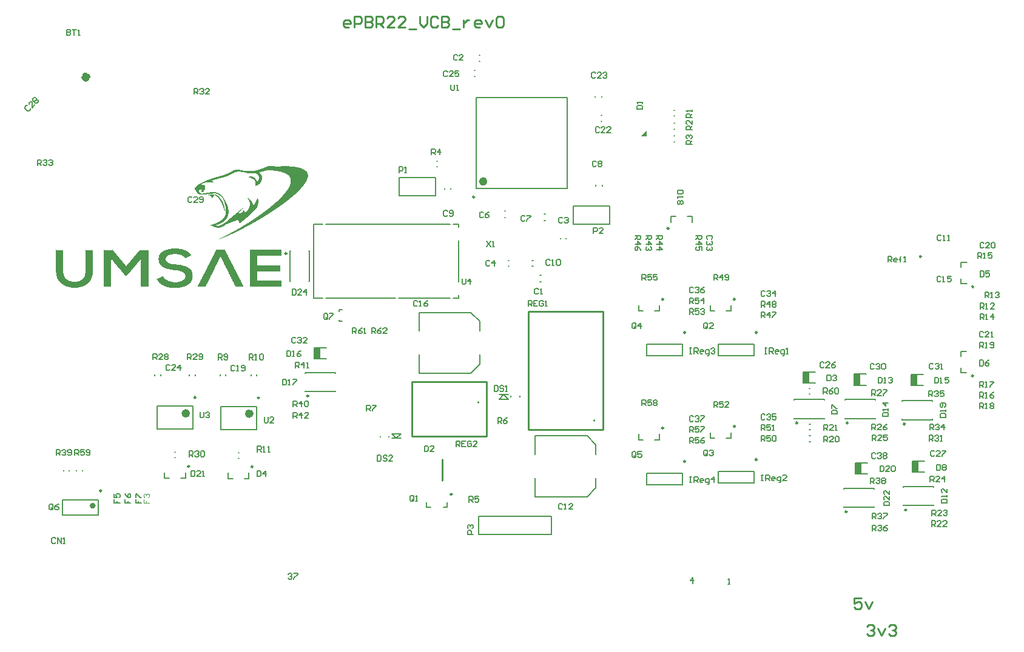
<source format=gto>
G04*
G04 #@! TF.GenerationSoftware,Altium Limited,Altium Designer,21.8.1 (53)*
G04*
G04 Layer_Color=65535*
%FSLAX25Y25*%
%MOIN*%
G70*
G04*
G04 #@! TF.SameCoordinates,51FB6EBF-7DE9-4BFC-9D62-BDCD563EF873*
G04*
G04*
G04 #@! TF.FilePolarity,Positive*
G04*
G01*
G75*
%ADD10C,0.00984*%
%ADD11C,0.00394*%
%ADD12C,0.02362*%
%ADD13C,0.01575*%
%ADD14C,0.01000*%
%ADD15C,0.03937*%
%ADD16C,0.00787*%
%ADD17C,0.00600*%
%ADD18C,0.00500*%
%ADD19C,0.00472*%
%ADD20R,0.03347X0.06102*%
G36*
X380882Y480216D02*
Y480109D01*
Y480003D01*
Y479896D01*
Y479790D01*
Y479683D01*
Y479577D01*
Y479471D01*
Y479364D01*
Y479258D01*
Y479151D01*
Y479045D01*
Y478938D01*
Y478832D01*
Y478725D01*
Y478619D01*
Y478512D01*
Y478406D01*
Y478299D01*
Y478193D01*
Y478087D01*
Y477980D01*
Y477874D01*
Y477767D01*
Y477661D01*
Y477554D01*
Y477448D01*
Y477341D01*
Y477235D01*
Y477128D01*
Y477022D01*
Y476915D01*
Y476809D01*
Y476702D01*
Y476596D01*
Y476489D01*
Y476383D01*
Y476276D01*
Y476170D01*
Y476063D01*
Y475957D01*
Y475850D01*
Y475744D01*
Y475638D01*
Y475531D01*
Y475425D01*
Y475318D01*
Y475212D01*
Y475105D01*
Y474999D01*
Y474892D01*
Y474786D01*
Y474679D01*
Y474573D01*
Y474466D01*
Y474360D01*
Y474253D01*
Y474147D01*
Y474041D01*
Y473934D01*
Y473828D01*
Y473721D01*
Y473615D01*
Y473508D01*
Y473402D01*
Y473295D01*
Y473189D01*
Y473082D01*
Y472976D01*
Y472869D01*
Y472763D01*
Y472656D01*
Y472550D01*
Y472443D01*
Y472337D01*
Y472230D01*
Y472124D01*
Y472017D01*
Y471911D01*
Y471805D01*
Y471698D01*
Y471592D01*
Y471485D01*
Y471379D01*
Y471272D01*
Y471166D01*
Y471059D01*
Y470953D01*
Y470846D01*
Y470740D01*
Y470633D01*
Y470527D01*
Y470420D01*
Y470314D01*
Y470208D01*
Y470101D01*
Y469995D01*
Y469888D01*
Y469782D01*
Y469675D01*
Y469569D01*
Y469462D01*
Y469356D01*
Y469249D01*
Y469143D01*
Y469036D01*
Y468930D01*
Y468823D01*
Y468717D01*
Y468610D01*
Y468504D01*
Y468398D01*
Y468291D01*
Y468185D01*
Y468078D01*
Y467972D01*
Y467865D01*
Y467759D01*
Y467652D01*
Y467546D01*
Y467439D01*
Y467333D01*
Y467226D01*
X380776D01*
Y467120D01*
X380669D01*
Y467013D01*
Y466907D01*
Y466800D01*
Y466694D01*
Y466587D01*
Y466481D01*
Y466374D01*
X380563D01*
Y466268D01*
Y466161D01*
Y466055D01*
Y465949D01*
X380456D01*
Y465842D01*
Y465736D01*
Y465629D01*
Y465523D01*
Y465416D01*
X380350D01*
Y465310D01*
X380243D01*
Y465203D01*
Y465097D01*
Y464990D01*
Y464884D01*
Y464777D01*
X380137D01*
Y464671D01*
X380030D01*
Y464565D01*
Y464458D01*
Y464352D01*
Y464245D01*
X379817D01*
Y464139D01*
Y464032D01*
Y463926D01*
X379711D01*
Y463819D01*
X379605D01*
Y463713D01*
Y463606D01*
X379498D01*
Y463500D01*
X379392D01*
Y463393D01*
Y463287D01*
Y463180D01*
X379179D01*
Y463074D01*
Y462967D01*
X379072D01*
Y462861D01*
X378966D01*
Y462754D01*
Y462648D01*
X378859D01*
Y462541D01*
X378753D01*
Y462435D01*
Y462328D01*
X378540D01*
Y462222D01*
Y462116D01*
X378327D01*
Y462009D01*
Y461903D01*
X378007D01*
Y461796D01*
X377901D01*
Y461690D01*
X377795D01*
Y461583D01*
X377688D01*
Y461477D01*
X377582D01*
Y461370D01*
X377475D01*
Y461264D01*
X377262D01*
Y461157D01*
X377156D01*
Y461051D01*
X376943D01*
Y460944D01*
X376836D01*
Y460838D01*
X376517D01*
Y460732D01*
X376410D01*
Y460625D01*
X376091D01*
Y460519D01*
X375984D01*
Y460412D01*
X375558D01*
Y460306D01*
X375452D01*
Y460199D01*
X374920D01*
Y460093D01*
X374813D01*
Y459986D01*
X374174D01*
Y459880D01*
X373961D01*
Y459773D01*
X373110D01*
Y459667D01*
X372790D01*
Y459560D01*
X368957D01*
Y459667D01*
X368531D01*
Y459773D01*
X367680D01*
Y459880D01*
X367467D01*
Y459986D01*
X366828D01*
Y460093D01*
X366721D01*
Y460199D01*
X366189D01*
Y460306D01*
X366083D01*
Y460412D01*
X365657D01*
Y460519D01*
X365550D01*
Y460625D01*
X365231D01*
Y460732D01*
X365124D01*
Y460838D01*
X364805D01*
Y460944D01*
X364698D01*
Y461051D01*
X364485D01*
Y461157D01*
X364379D01*
Y461264D01*
X364166D01*
Y461370D01*
X364059D01*
Y461477D01*
X363847D01*
Y461583D01*
X363740D01*
Y461690D01*
X363527D01*
Y461796D01*
Y461903D01*
X363314D01*
Y462009D01*
X363208D01*
Y462116D01*
X363101D01*
Y462222D01*
X362995D01*
Y462328D01*
X362888D01*
Y462435D01*
X362782D01*
Y462541D01*
X362675D01*
Y462648D01*
X362569D01*
Y462754D01*
X362462D01*
Y462861D01*
X362356D01*
Y462967D01*
Y463074D01*
X362249D01*
Y463180D01*
X362143D01*
Y463287D01*
X362036D01*
Y463393D01*
X361930D01*
Y463500D01*
Y463606D01*
Y463713D01*
X361824D01*
Y463819D01*
X361717D01*
Y463926D01*
Y464032D01*
X361611D01*
Y464139D01*
X361504D01*
Y464245D01*
Y464352D01*
Y464458D01*
X361291D01*
Y464565D01*
Y464671D01*
Y464777D01*
Y464884D01*
X361185D01*
Y464990D01*
X361078D01*
Y465097D01*
Y465203D01*
Y465310D01*
Y465416D01*
Y465523D01*
X360972D01*
Y465629D01*
X360865D01*
Y465736D01*
Y465842D01*
Y465949D01*
Y466055D01*
Y466161D01*
X360759D01*
Y466268D01*
Y466374D01*
Y466481D01*
X360652D01*
Y466587D01*
Y466694D01*
Y466800D01*
Y466907D01*
Y467013D01*
Y467120D01*
Y467226D01*
Y467333D01*
Y467439D01*
Y467546D01*
Y467652D01*
Y467759D01*
X360546D01*
Y467865D01*
X360439D01*
Y467972D01*
Y468078D01*
Y468185D01*
Y468291D01*
Y468398D01*
Y468504D01*
Y468610D01*
Y468717D01*
Y468823D01*
Y468930D01*
Y469036D01*
Y469143D01*
Y469249D01*
Y469356D01*
Y469462D01*
Y469569D01*
Y469675D01*
Y469782D01*
Y469888D01*
Y469995D01*
Y470101D01*
Y470208D01*
Y470314D01*
Y470420D01*
Y470527D01*
Y470633D01*
Y470740D01*
Y470846D01*
Y470953D01*
Y471059D01*
Y471166D01*
Y471272D01*
Y471379D01*
Y471485D01*
Y471592D01*
Y471698D01*
Y471805D01*
Y471911D01*
Y472017D01*
Y472124D01*
Y472230D01*
Y472337D01*
Y472443D01*
Y472550D01*
Y472656D01*
Y472763D01*
Y472869D01*
Y472976D01*
Y473082D01*
Y473189D01*
Y473295D01*
Y473402D01*
Y473508D01*
Y473615D01*
Y473721D01*
Y473828D01*
Y473934D01*
Y474041D01*
Y474147D01*
Y474253D01*
Y474360D01*
Y474466D01*
Y474573D01*
Y474679D01*
Y474786D01*
Y474892D01*
Y474999D01*
Y475105D01*
Y475212D01*
Y475318D01*
Y475425D01*
Y475531D01*
Y475638D01*
Y475744D01*
Y475850D01*
Y475957D01*
Y476063D01*
Y476170D01*
Y476276D01*
Y476383D01*
Y476489D01*
Y476596D01*
Y476702D01*
Y476809D01*
Y476915D01*
Y477022D01*
Y477128D01*
Y477235D01*
Y477341D01*
Y477448D01*
Y477554D01*
Y477661D01*
Y477767D01*
Y477874D01*
Y477980D01*
Y478087D01*
Y478193D01*
Y478299D01*
Y478406D01*
Y478512D01*
Y478619D01*
Y478725D01*
Y478832D01*
Y478938D01*
Y479045D01*
Y479151D01*
Y479258D01*
Y479364D01*
Y479471D01*
Y479577D01*
Y479683D01*
Y479790D01*
Y479896D01*
Y480003D01*
Y480109D01*
Y480216D01*
Y480322D01*
X360652D01*
Y480216D01*
X364485D01*
Y480322D01*
X364592D01*
Y480216D01*
X364698D01*
Y480109D01*
Y480003D01*
X364592D01*
Y479896D01*
Y479790D01*
Y479683D01*
Y479577D01*
Y479471D01*
Y479364D01*
Y479258D01*
Y479151D01*
Y479045D01*
Y478938D01*
Y478832D01*
Y478725D01*
Y478619D01*
Y478512D01*
Y478406D01*
Y478299D01*
Y478193D01*
Y478087D01*
Y477980D01*
Y477874D01*
Y477767D01*
Y477661D01*
Y477554D01*
Y477448D01*
Y477341D01*
Y477235D01*
Y477128D01*
Y477022D01*
Y476915D01*
Y476809D01*
Y476702D01*
Y476596D01*
Y476489D01*
Y476383D01*
Y476276D01*
Y476170D01*
Y476063D01*
Y475957D01*
Y475850D01*
Y475744D01*
Y475638D01*
Y475531D01*
Y475425D01*
Y475318D01*
Y475212D01*
Y475105D01*
Y474999D01*
Y474892D01*
Y474786D01*
Y474679D01*
Y474573D01*
Y474466D01*
Y474360D01*
Y474253D01*
Y474147D01*
Y474041D01*
Y473934D01*
Y473828D01*
Y473721D01*
Y473615D01*
Y473508D01*
Y473402D01*
Y473295D01*
Y473189D01*
Y473082D01*
Y472976D01*
Y472869D01*
Y472763D01*
Y472656D01*
Y472550D01*
Y472443D01*
Y472337D01*
Y472230D01*
Y472124D01*
Y472017D01*
Y471911D01*
Y471805D01*
Y471698D01*
Y471592D01*
Y471485D01*
Y471379D01*
Y471272D01*
Y471166D01*
Y471059D01*
Y470953D01*
Y470846D01*
Y470740D01*
Y470633D01*
Y470527D01*
Y470420D01*
Y470314D01*
Y470208D01*
Y470101D01*
Y469995D01*
Y469888D01*
Y469782D01*
Y469675D01*
Y469569D01*
Y469462D01*
Y469356D01*
Y469249D01*
Y469143D01*
Y469036D01*
Y468930D01*
Y468823D01*
Y468717D01*
Y468610D01*
Y468504D01*
Y468398D01*
Y468291D01*
Y468185D01*
Y468078D01*
Y467972D01*
Y467865D01*
Y467759D01*
Y467652D01*
Y467546D01*
Y467439D01*
X364698D01*
Y467333D01*
Y467226D01*
Y467120D01*
Y467013D01*
Y466907D01*
Y466800D01*
Y466694D01*
X364805D01*
Y466587D01*
X364911D01*
Y466481D01*
Y466374D01*
Y466268D01*
Y466161D01*
Y466055D01*
X365018D01*
Y465949D01*
X365124D01*
Y465842D01*
Y465736D01*
Y465629D01*
Y465523D01*
X365337D01*
Y465416D01*
Y465310D01*
X365444D01*
Y465203D01*
Y465097D01*
X365550D01*
Y464990D01*
Y464884D01*
X365763D01*
Y464777D01*
Y464671D01*
X365869D01*
Y464565D01*
X365976D01*
Y464458D01*
X366083D01*
Y464352D01*
X366189D01*
Y464245D01*
X366295D01*
Y464139D01*
X366402D01*
Y464032D01*
X366615D01*
Y463926D01*
X366721D01*
Y463819D01*
X366934D01*
Y463713D01*
X367041D01*
Y463606D01*
X367254D01*
Y463500D01*
X367360D01*
Y463393D01*
X367680D01*
Y463287D01*
X367893D01*
Y463180D01*
X368212D01*
Y463074D01*
X368425D01*
Y462967D01*
X369170D01*
Y462861D01*
X369277D01*
Y462754D01*
X372364D01*
Y462861D01*
X372577D01*
Y462967D01*
X373216D01*
Y463074D01*
X373323D01*
Y463180D01*
X373748D01*
Y463287D01*
X373855D01*
Y463393D01*
X374174D01*
Y463500D01*
X374281D01*
Y463606D01*
X374494D01*
Y463713D01*
X374600D01*
Y463819D01*
X374813D01*
Y463926D01*
X374920D01*
Y464032D01*
X375026D01*
Y464139D01*
X375133D01*
Y464245D01*
X375346D01*
Y464352D01*
Y464458D01*
X375452D01*
Y464565D01*
X375558D01*
Y464671D01*
X375665D01*
Y464777D01*
X375771D01*
Y464884D01*
Y464990D01*
Y465097D01*
X375984D01*
Y465203D01*
Y465310D01*
X376091D01*
Y465416D01*
X376197D01*
Y465523D01*
Y465629D01*
Y465736D01*
Y465842D01*
X376304D01*
Y465949D01*
X376410D01*
Y466055D01*
Y466161D01*
Y466268D01*
Y466374D01*
X376517D01*
Y466481D01*
Y466587D01*
X376623D01*
Y466694D01*
Y466800D01*
Y466907D01*
Y467013D01*
Y467120D01*
Y467226D01*
Y467333D01*
Y467439D01*
X376836D01*
Y467546D01*
Y467652D01*
Y467759D01*
Y467865D01*
Y467972D01*
Y468078D01*
Y468185D01*
Y468291D01*
Y468398D01*
Y468504D01*
Y468610D01*
Y468717D01*
Y468823D01*
Y468930D01*
Y469036D01*
Y469143D01*
Y469249D01*
Y469356D01*
Y469462D01*
Y469569D01*
Y469675D01*
Y469782D01*
Y469888D01*
Y469995D01*
Y470101D01*
Y470208D01*
Y470314D01*
Y470420D01*
Y470527D01*
Y470633D01*
Y470740D01*
Y470846D01*
Y470953D01*
Y471059D01*
Y471166D01*
Y471272D01*
Y471379D01*
Y471485D01*
Y471592D01*
Y471698D01*
Y471805D01*
Y471911D01*
Y472017D01*
Y472124D01*
Y472230D01*
Y472337D01*
Y472443D01*
Y472550D01*
Y472656D01*
Y472763D01*
Y472869D01*
Y472976D01*
Y473082D01*
Y473189D01*
Y473295D01*
Y473402D01*
Y473508D01*
Y473615D01*
Y473721D01*
Y473828D01*
Y473934D01*
Y474041D01*
Y474147D01*
Y474253D01*
Y474360D01*
Y474466D01*
Y474573D01*
Y474679D01*
Y474786D01*
Y474892D01*
Y474999D01*
Y475105D01*
Y475212D01*
Y475318D01*
Y475425D01*
Y475531D01*
Y475638D01*
Y475744D01*
Y475850D01*
Y475957D01*
Y476063D01*
Y476170D01*
Y476276D01*
Y476383D01*
Y476489D01*
Y476596D01*
Y476702D01*
Y476809D01*
Y476915D01*
Y477022D01*
Y477128D01*
Y477235D01*
Y477341D01*
Y477448D01*
Y477554D01*
Y477661D01*
Y477767D01*
Y477874D01*
Y477980D01*
Y478087D01*
Y478193D01*
Y478299D01*
Y478406D01*
Y478512D01*
Y478619D01*
Y478725D01*
Y478832D01*
Y478938D01*
Y479045D01*
Y479151D01*
Y479258D01*
Y479364D01*
Y479471D01*
Y479577D01*
Y479683D01*
Y479790D01*
Y479896D01*
Y480003D01*
Y480109D01*
Y480216D01*
Y480322D01*
X377049D01*
Y480216D01*
X380669D01*
Y480322D01*
X380882D01*
Y480216D01*
D02*
G37*
G36*
X411440D02*
X411546D01*
Y480109D01*
X411440D01*
Y480003D01*
Y479896D01*
Y479790D01*
Y479683D01*
Y479577D01*
Y479471D01*
Y479364D01*
Y479258D01*
Y479151D01*
Y479045D01*
Y478938D01*
Y478832D01*
Y478725D01*
Y478619D01*
Y478512D01*
Y478406D01*
Y478299D01*
Y478193D01*
Y478087D01*
Y477980D01*
Y477874D01*
Y477767D01*
Y477661D01*
Y477554D01*
Y477448D01*
Y477341D01*
Y477235D01*
Y477128D01*
Y477022D01*
Y476915D01*
Y476809D01*
Y476702D01*
Y476596D01*
Y476489D01*
Y476383D01*
Y476276D01*
Y476170D01*
Y476063D01*
Y475957D01*
Y475850D01*
Y475744D01*
Y475638D01*
Y475531D01*
Y475425D01*
Y475318D01*
Y475212D01*
Y475105D01*
Y474999D01*
Y474892D01*
Y474786D01*
Y474679D01*
Y474573D01*
Y474466D01*
Y474360D01*
Y474253D01*
Y474147D01*
Y474041D01*
Y473934D01*
Y473828D01*
Y473721D01*
Y473615D01*
Y473508D01*
Y473402D01*
Y473295D01*
Y473189D01*
Y473082D01*
Y472976D01*
Y472869D01*
Y472763D01*
Y472656D01*
Y472550D01*
Y472443D01*
Y472337D01*
Y472230D01*
Y472124D01*
Y472017D01*
Y471911D01*
Y471805D01*
Y471698D01*
Y471592D01*
Y471485D01*
Y471379D01*
Y471272D01*
Y471166D01*
Y471059D01*
Y470953D01*
Y470846D01*
Y470740D01*
Y470633D01*
Y470527D01*
Y470420D01*
Y470314D01*
Y470208D01*
Y470101D01*
Y469995D01*
Y469888D01*
Y469782D01*
Y469675D01*
Y469569D01*
Y469462D01*
Y469356D01*
Y469249D01*
Y469143D01*
Y469036D01*
Y468930D01*
Y468823D01*
Y468717D01*
Y468610D01*
Y468504D01*
Y468398D01*
Y468291D01*
Y468185D01*
Y468078D01*
Y467972D01*
Y467865D01*
Y467759D01*
Y467652D01*
Y467546D01*
Y467439D01*
Y467333D01*
Y467226D01*
Y467120D01*
Y467013D01*
Y466907D01*
Y466800D01*
Y466694D01*
Y466587D01*
Y466481D01*
Y466374D01*
Y466268D01*
Y466161D01*
Y466055D01*
Y465949D01*
Y465842D01*
Y465736D01*
Y465629D01*
Y465523D01*
Y465416D01*
Y465310D01*
Y465203D01*
Y465097D01*
Y464990D01*
Y464884D01*
Y464777D01*
Y464671D01*
Y464565D01*
Y464458D01*
Y464352D01*
Y464245D01*
Y464139D01*
Y464032D01*
Y463926D01*
Y463819D01*
Y463713D01*
Y463606D01*
Y463500D01*
Y463393D01*
Y463287D01*
Y463180D01*
Y463074D01*
Y462967D01*
Y462861D01*
Y462754D01*
Y462648D01*
Y462541D01*
Y462435D01*
Y462328D01*
Y462222D01*
Y462116D01*
Y462009D01*
Y461903D01*
Y461796D01*
Y461690D01*
Y461583D01*
Y461477D01*
Y461370D01*
Y461264D01*
Y461157D01*
Y461051D01*
Y460944D01*
Y460838D01*
Y460732D01*
Y460625D01*
Y460519D01*
Y460412D01*
Y460306D01*
Y460199D01*
Y460093D01*
X411546D01*
Y459986D01*
X407287D01*
Y460093D01*
Y460199D01*
Y460306D01*
Y460412D01*
Y460519D01*
Y460625D01*
Y460732D01*
Y460838D01*
Y460944D01*
Y461051D01*
Y461157D01*
Y461264D01*
Y461370D01*
Y461477D01*
Y461583D01*
Y461690D01*
Y461796D01*
Y461903D01*
Y462009D01*
Y462116D01*
Y462222D01*
Y462328D01*
Y462435D01*
Y462541D01*
Y462648D01*
Y462754D01*
Y462861D01*
Y462967D01*
Y463074D01*
Y463180D01*
Y463287D01*
Y463393D01*
Y463500D01*
Y463606D01*
Y463713D01*
Y463819D01*
Y463926D01*
Y464032D01*
Y464139D01*
Y464245D01*
Y464352D01*
Y464458D01*
Y464565D01*
Y464671D01*
Y464777D01*
Y464884D01*
Y464990D01*
Y465097D01*
Y465203D01*
Y465310D01*
Y465416D01*
Y465523D01*
Y465629D01*
Y465736D01*
Y465842D01*
Y465949D01*
Y466055D01*
Y466161D01*
Y466268D01*
Y466374D01*
Y466481D01*
Y466587D01*
Y466694D01*
Y466800D01*
Y466907D01*
Y467013D01*
Y467120D01*
Y467226D01*
Y467333D01*
Y467439D01*
Y467546D01*
Y467652D01*
Y467759D01*
Y467865D01*
Y467972D01*
Y468078D01*
Y468185D01*
Y468291D01*
Y468398D01*
Y468504D01*
Y468610D01*
Y468717D01*
Y468823D01*
Y468930D01*
Y469036D01*
Y469143D01*
Y469249D01*
Y469356D01*
Y469462D01*
Y469569D01*
Y469675D01*
Y469782D01*
Y469888D01*
Y469995D01*
Y470101D01*
Y470208D01*
Y470314D01*
Y470420D01*
Y470527D01*
Y470633D01*
Y470740D01*
Y470846D01*
Y470953D01*
Y471059D01*
Y471166D01*
Y471272D01*
Y471379D01*
Y471485D01*
Y471592D01*
Y471698D01*
Y471805D01*
Y471911D01*
Y472017D01*
Y472124D01*
Y472230D01*
Y472337D01*
Y472443D01*
Y472550D01*
Y472656D01*
Y472763D01*
Y472869D01*
Y472976D01*
Y473082D01*
Y473189D01*
Y473295D01*
Y473402D01*
Y473508D01*
Y473615D01*
Y473721D01*
Y473828D01*
Y473934D01*
Y474041D01*
Y474147D01*
Y474253D01*
Y474360D01*
Y474466D01*
X407394D01*
Y474573D01*
Y474679D01*
Y474786D01*
Y474892D01*
X406968D01*
Y474786D01*
X406861D01*
Y474679D01*
X406755D01*
Y474573D01*
X406648D01*
Y474466D01*
Y474360D01*
X406542D01*
Y474253D01*
X406435D01*
Y474147D01*
X406329D01*
Y474041D01*
X406223D01*
Y473934D01*
Y473828D01*
X406116D01*
Y473721D01*
X406010D01*
Y473615D01*
X405797D01*
Y473508D01*
Y473402D01*
X405690D01*
Y473295D01*
X405584D01*
Y473189D01*
X405477D01*
Y473082D01*
X405371D01*
Y472976D01*
X405264D01*
Y472869D01*
X405158D01*
Y472763D01*
Y472656D01*
Y472550D01*
X404945D01*
Y472443D01*
Y472337D01*
X404732D01*
Y472230D01*
Y472124D01*
X404626D01*
Y472017D01*
X404519D01*
Y471911D01*
X404413D01*
Y471805D01*
X404306D01*
Y471698D01*
X404200D01*
Y471592D01*
X404093D01*
Y471485D01*
Y471379D01*
X403987D01*
Y471272D01*
X403880D01*
Y471166D01*
X403774D01*
Y471059D01*
X403667D01*
Y470953D01*
Y470846D01*
X403561D01*
Y470740D01*
X403454D01*
Y470633D01*
X403241D01*
Y470527D01*
Y470420D01*
X403135D01*
Y470314D01*
X403028D01*
Y470208D01*
X402922D01*
Y470101D01*
Y469995D01*
X402815D01*
Y469888D01*
X402709D01*
Y469782D01*
X402602D01*
Y469675D01*
Y469569D01*
X402390D01*
Y469462D01*
Y469356D01*
X402177D01*
Y469249D01*
Y469143D01*
X402070D01*
Y469036D01*
X401964D01*
Y468930D01*
X401857D01*
Y468823D01*
X401751D01*
Y468717D01*
Y468610D01*
X401644D01*
Y468504D01*
X401538D01*
Y468398D01*
X401431D01*
Y468291D01*
X401325D01*
Y468185D01*
X401218D01*
Y468078D01*
X401112D01*
Y467972D01*
Y467865D01*
X401005D01*
Y467759D01*
X400899D01*
Y467652D01*
X400686D01*
Y467546D01*
Y467439D01*
Y467333D01*
X400580D01*
Y467226D01*
X400473D01*
Y467120D01*
X400367D01*
Y467013D01*
X400260D01*
Y466907D01*
X400154D01*
Y466800D01*
X400047D01*
Y466694D01*
Y466587D01*
X399834D01*
Y466481D01*
Y466374D01*
X399621D01*
Y466268D01*
Y466161D01*
X399515D01*
Y466055D01*
X399408D01*
Y465949D01*
X398663D01*
Y466055D01*
X398557D01*
Y466161D01*
Y466268D01*
X398450D01*
Y466374D01*
X398344D01*
Y466481D01*
X398237D01*
Y466587D01*
X398131D01*
Y466694D01*
Y466800D01*
X397918D01*
Y466907D01*
Y467013D01*
X397705D01*
Y467120D01*
Y467226D01*
Y467333D01*
X397598D01*
Y467439D01*
X397492D01*
Y467546D01*
X397385D01*
Y467652D01*
X397279D01*
Y467759D01*
Y467865D01*
X397066D01*
Y467972D01*
Y468078D01*
X396853D01*
Y468185D01*
Y468291D01*
X396746D01*
Y468398D01*
X396640D01*
Y468504D01*
X396534D01*
Y468610D01*
X396427D01*
Y468717D01*
Y468823D01*
X396321D01*
Y468930D01*
X396214D01*
Y469036D01*
X396108D01*
Y469143D01*
X396001D01*
Y469249D01*
Y469356D01*
X395788D01*
Y469462D01*
Y469569D01*
X395575D01*
Y469675D01*
Y469782D01*
Y469888D01*
X395469D01*
Y469995D01*
X395362D01*
Y470101D01*
X395256D01*
Y470208D01*
X395149D01*
Y470314D01*
X395043D01*
Y470420D01*
X394936D01*
Y470527D01*
Y470633D01*
X394724D01*
Y470740D01*
Y470846D01*
X394617D01*
Y470953D01*
X394511D01*
Y471059D01*
X394404D01*
Y471166D01*
X394298D01*
Y471272D01*
Y471379D01*
X394191D01*
Y471485D01*
X394085D01*
Y471592D01*
X393978D01*
Y471698D01*
X393872D01*
Y471805D01*
Y471911D01*
X393765D01*
Y472017D01*
X393659D01*
Y472124D01*
X393446D01*
Y472230D01*
Y472337D01*
Y472443D01*
X393339D01*
Y472550D01*
X393233D01*
Y472656D01*
X393127D01*
Y472763D01*
X393020D01*
Y472869D01*
X392914D01*
Y472976D01*
X392807D01*
Y473082D01*
Y473189D01*
X392594D01*
Y473295D01*
Y473402D01*
X392488D01*
Y473508D01*
X392381D01*
Y473615D01*
X392275D01*
Y473721D01*
X392168D01*
Y473828D01*
Y473934D01*
X392062D01*
Y474041D01*
X391955D01*
Y474147D01*
X391849D01*
Y474253D01*
X391742D01*
Y474360D01*
Y474466D01*
X391636D01*
Y474573D01*
X391529D01*
Y474679D01*
Y474786D01*
X391316D01*
Y474892D01*
X390891D01*
Y474786D01*
Y474679D01*
Y474573D01*
Y474466D01*
Y474360D01*
Y474253D01*
Y474147D01*
Y474041D01*
Y473934D01*
Y473828D01*
Y473721D01*
Y473615D01*
Y473508D01*
Y473402D01*
Y473295D01*
Y473189D01*
Y473082D01*
Y472976D01*
Y472869D01*
Y472763D01*
Y472656D01*
Y472550D01*
Y472443D01*
Y472337D01*
Y472230D01*
Y472124D01*
Y472017D01*
Y471911D01*
Y471805D01*
Y471698D01*
Y471592D01*
Y471485D01*
Y471379D01*
Y471272D01*
Y471166D01*
Y471059D01*
Y470953D01*
Y470846D01*
Y470740D01*
Y470633D01*
Y470527D01*
Y470420D01*
Y470314D01*
Y470208D01*
Y470101D01*
Y469995D01*
Y469888D01*
Y469782D01*
Y469675D01*
Y469569D01*
Y469462D01*
Y469356D01*
Y469249D01*
Y469143D01*
Y469036D01*
Y468930D01*
Y468823D01*
Y468717D01*
Y468610D01*
Y468504D01*
Y468398D01*
Y468291D01*
Y468185D01*
Y468078D01*
Y467972D01*
Y467865D01*
Y467759D01*
Y467652D01*
Y467546D01*
Y467439D01*
Y467333D01*
Y467226D01*
Y467120D01*
Y467013D01*
Y466907D01*
Y466800D01*
Y466694D01*
Y466587D01*
Y466481D01*
Y466374D01*
Y466268D01*
Y466161D01*
Y466055D01*
Y465949D01*
Y465842D01*
Y465736D01*
Y465629D01*
Y465523D01*
Y465416D01*
Y465310D01*
Y465203D01*
Y465097D01*
Y464990D01*
Y464884D01*
Y464777D01*
Y464671D01*
Y464565D01*
Y464458D01*
Y464352D01*
Y464245D01*
Y464139D01*
Y464032D01*
Y463926D01*
Y463819D01*
Y463713D01*
Y463606D01*
Y463500D01*
Y463393D01*
Y463287D01*
Y463180D01*
Y463074D01*
Y462967D01*
Y462861D01*
Y462754D01*
Y462648D01*
Y462541D01*
Y462435D01*
Y462328D01*
Y462222D01*
Y462116D01*
Y462009D01*
Y461903D01*
Y461796D01*
Y461690D01*
Y461583D01*
Y461477D01*
Y461370D01*
Y461264D01*
Y461157D01*
Y461051D01*
Y460944D01*
Y460838D01*
Y460732D01*
Y460625D01*
Y460519D01*
Y460412D01*
Y460306D01*
Y460199D01*
Y460093D01*
Y459986D01*
X386845D01*
Y460093D01*
Y460199D01*
Y460306D01*
Y460412D01*
Y460519D01*
Y460625D01*
Y460732D01*
Y460838D01*
Y460944D01*
Y461051D01*
Y461157D01*
Y461264D01*
Y461370D01*
Y461477D01*
Y461583D01*
Y461690D01*
Y461796D01*
Y461903D01*
Y462009D01*
Y462116D01*
Y462222D01*
Y462328D01*
Y462435D01*
Y462541D01*
Y462648D01*
Y462754D01*
Y462861D01*
Y462967D01*
Y463074D01*
Y463180D01*
Y463287D01*
Y463393D01*
Y463500D01*
Y463606D01*
Y463713D01*
Y463819D01*
Y463926D01*
Y464032D01*
Y464139D01*
Y464245D01*
Y464352D01*
Y464458D01*
Y464565D01*
Y464671D01*
Y464777D01*
Y464884D01*
Y464990D01*
Y465097D01*
Y465203D01*
Y465310D01*
Y465416D01*
Y465523D01*
Y465629D01*
Y465736D01*
Y465842D01*
Y465949D01*
Y466055D01*
Y466161D01*
Y466268D01*
Y466374D01*
Y466481D01*
Y466587D01*
Y466694D01*
Y466800D01*
Y466907D01*
Y467013D01*
Y467120D01*
Y467226D01*
Y467333D01*
Y467439D01*
Y467546D01*
Y467652D01*
Y467759D01*
Y467865D01*
Y467972D01*
Y468078D01*
Y468185D01*
Y468291D01*
Y468398D01*
Y468504D01*
Y468610D01*
Y468717D01*
Y468823D01*
Y468930D01*
Y469036D01*
Y469143D01*
Y469249D01*
Y469356D01*
Y469462D01*
Y469569D01*
Y469675D01*
Y469782D01*
Y469888D01*
Y469995D01*
Y470101D01*
Y470208D01*
Y470314D01*
Y470420D01*
Y470527D01*
Y470633D01*
Y470740D01*
Y470846D01*
Y470953D01*
Y471059D01*
Y471166D01*
Y471272D01*
Y471379D01*
Y471485D01*
Y471592D01*
Y471698D01*
Y471805D01*
Y471911D01*
Y472017D01*
Y472124D01*
Y472230D01*
Y472337D01*
Y472443D01*
Y472550D01*
Y472656D01*
Y472763D01*
Y472869D01*
Y472976D01*
Y473082D01*
Y473189D01*
Y473295D01*
Y473402D01*
Y473508D01*
Y473615D01*
Y473721D01*
Y473828D01*
Y473934D01*
Y474041D01*
Y474147D01*
Y474253D01*
Y474360D01*
Y474466D01*
Y474573D01*
Y474679D01*
Y474786D01*
Y474892D01*
Y474999D01*
Y475105D01*
Y475212D01*
Y475318D01*
Y475425D01*
Y475531D01*
Y475638D01*
Y475744D01*
Y475850D01*
Y475957D01*
Y476063D01*
Y476170D01*
Y476276D01*
Y476383D01*
Y476489D01*
Y476596D01*
Y476702D01*
Y476809D01*
Y476915D01*
Y477022D01*
Y477128D01*
Y477235D01*
Y477341D01*
Y477448D01*
Y477554D01*
Y477661D01*
Y477767D01*
Y477874D01*
Y477980D01*
Y478087D01*
Y478193D01*
Y478299D01*
Y478406D01*
Y478512D01*
Y478619D01*
Y478725D01*
Y478832D01*
Y478938D01*
Y479045D01*
Y479151D01*
Y479258D01*
Y479364D01*
Y479471D01*
Y479577D01*
Y479683D01*
Y479790D01*
Y479896D01*
Y480003D01*
Y480109D01*
Y480216D01*
Y480322D01*
X387057D01*
Y480216D01*
X391529D01*
Y480322D01*
X391636D01*
Y480216D01*
X391849D01*
Y480109D01*
X391955D01*
Y480003D01*
Y479896D01*
X392062D01*
Y479790D01*
X392168D01*
Y479683D01*
Y479577D01*
X392381D01*
Y479471D01*
X392488D01*
Y479364D01*
X392594D01*
Y479258D01*
Y479151D01*
X392701D01*
Y479045D01*
X392807D01*
Y478938D01*
Y478832D01*
X392914D01*
Y478725D01*
X393020D01*
Y478619D01*
X393127D01*
Y478512D01*
X393233D01*
Y478406D01*
X393339D01*
Y478299D01*
X393446D01*
Y478193D01*
Y478087D01*
X393659D01*
Y477980D01*
Y477874D01*
X393765D01*
Y477767D01*
X393872D01*
Y477661D01*
Y477554D01*
X393978D01*
Y477448D01*
X394085D01*
Y477341D01*
X394191D01*
Y477235D01*
X394298D01*
Y477128D01*
Y477022D01*
X394511D01*
Y476915D01*
Y476809D01*
X394617D01*
Y476702D01*
X394724D01*
Y476596D01*
X394830D01*
Y476489D01*
X394936D01*
Y476383D01*
X395043D01*
Y476276D01*
Y476170D01*
X395149D01*
Y476063D01*
X395256D01*
Y475957D01*
X395362D01*
Y475850D01*
X395469D01*
Y475744D01*
X395575D01*
Y475638D01*
Y475531D01*
X395788D01*
Y475425D01*
Y475318D01*
X395895D01*
Y475212D01*
X396001D01*
Y475105D01*
Y474999D01*
X396108D01*
Y474892D01*
X396214D01*
Y474786D01*
X396321D01*
Y474679D01*
X396427D01*
Y474573D01*
Y474466D01*
X396640D01*
Y474360D01*
Y474253D01*
X396746D01*
Y474147D01*
X396853D01*
Y474041D01*
X396959D01*
Y473934D01*
X397066D01*
Y473828D01*
Y473721D01*
X397172D01*
Y473615D01*
X397279D01*
Y473508D01*
X397385D01*
Y473402D01*
X397492D01*
Y473295D01*
Y473189D01*
X397705D01*
Y473082D01*
Y472976D01*
X397918D01*
Y472869D01*
Y472763D01*
Y472656D01*
X398024D01*
Y472550D01*
X398131D01*
Y472443D01*
X398237D01*
Y472337D01*
X398344D01*
Y472230D01*
Y472124D01*
X398557D01*
Y472017D01*
Y471911D01*
X398769D01*
Y471805D01*
Y471698D01*
Y471592D01*
X398876D01*
Y471485D01*
X399408D01*
Y471592D01*
Y471698D01*
X399621D01*
Y471805D01*
Y471911D01*
X399728D01*
Y472017D01*
X399834D01*
Y472124D01*
X399941D01*
Y472230D01*
Y472337D01*
X400154D01*
Y472443D01*
Y472550D01*
X400260D01*
Y472656D01*
Y472763D01*
X400473D01*
Y472869D01*
Y472976D01*
X400580D01*
Y473082D01*
X400686D01*
Y473189D01*
X400793D01*
Y473295D01*
X400899D01*
Y473402D01*
Y473508D01*
X401005D01*
Y473615D01*
X401112D01*
Y473721D01*
X401218D01*
Y473828D01*
X401325D01*
Y473934D01*
X401431D01*
Y474041D01*
X401538D01*
Y474147D01*
Y474253D01*
X401751D01*
Y474360D01*
Y474466D01*
X401857D01*
Y474573D01*
Y474679D01*
X401964D01*
Y474786D01*
X402070D01*
Y474892D01*
X402177D01*
Y474999D01*
Y475105D01*
X402390D01*
Y475212D01*
Y475318D01*
X402602D01*
Y475425D01*
Y475531D01*
X402709D01*
Y475638D01*
X402815D01*
Y475744D01*
X402922D01*
Y475850D01*
X403028D01*
Y475957D01*
Y476063D01*
Y476170D01*
X403241D01*
Y476276D01*
Y476383D01*
X403454D01*
Y476489D01*
Y476596D01*
X403561D01*
Y476702D01*
X403667D01*
Y476809D01*
X403880D01*
Y476915D01*
Y477022D01*
Y477128D01*
X403987D01*
Y477235D01*
X404093D01*
Y477341D01*
X404200D01*
Y477448D01*
X404306D01*
Y477554D01*
Y477661D01*
X404519D01*
Y477767D01*
Y477874D01*
X404732D01*
Y477980D01*
Y478087D01*
X404838D01*
Y478193D01*
X404945D01*
Y478299D01*
X405051D01*
Y478406D01*
X405158D01*
Y478512D01*
Y478619D01*
Y478725D01*
X405371D01*
Y478832D01*
Y478938D01*
X405584D01*
Y479045D01*
Y479151D01*
X405690D01*
Y479258D01*
X405797D01*
Y479364D01*
X406010D01*
Y479471D01*
Y479577D01*
Y479683D01*
X406116D01*
Y479790D01*
X406223D01*
Y479896D01*
X406329D01*
Y480003D01*
X406435D01*
Y480109D01*
Y480216D01*
X406648D01*
Y480322D01*
X406861D01*
Y480216D01*
X411333D01*
Y480322D01*
X411440D01*
Y480216D01*
D02*
G37*
G36*
X427304Y480961D02*
X428049D01*
Y480855D01*
X429221D01*
Y480748D01*
X429434D01*
Y480642D01*
X430072D01*
Y480535D01*
X430285D01*
Y480429D01*
X430818D01*
Y480322D01*
X430924D01*
Y480216D01*
X431350D01*
Y480109D01*
X431457D01*
Y480003D01*
X431882D01*
Y479896D01*
X431989D01*
Y479790D01*
X432308D01*
Y479683D01*
X432415D01*
Y479577D01*
X432628D01*
Y479471D01*
X432734D01*
Y479364D01*
X432947D01*
Y479258D01*
X433054D01*
Y479151D01*
X433267D01*
Y479045D01*
X433373D01*
Y478938D01*
X433479D01*
Y478832D01*
X433586D01*
Y478725D01*
X433693D01*
Y478619D01*
X433799D01*
Y478512D01*
X433905D01*
Y478406D01*
X434012D01*
Y478299D01*
X434118D01*
Y478193D01*
Y478087D01*
X434331D01*
Y477980D01*
Y477874D01*
X434544D01*
Y477767D01*
Y477661D01*
X434651D01*
Y477554D01*
X434757D01*
Y477448D01*
Y477341D01*
X434864D01*
Y477235D01*
X434757D01*
Y477128D01*
X434651D01*
Y477022D01*
X434331D01*
Y476915D01*
X434225D01*
Y476809D01*
X433799D01*
Y476702D01*
X433693D01*
Y476596D01*
X433373D01*
Y476489D01*
X433160D01*
Y476383D01*
X432841D01*
Y476276D01*
X432734D01*
Y476170D01*
X432415D01*
Y476063D01*
X432308D01*
Y475957D01*
X431989D01*
Y475850D01*
X431882D01*
Y475744D01*
X431563D01*
Y475850D01*
Y475957D01*
X431350D01*
Y476063D01*
Y476170D01*
X431137D01*
Y476276D01*
Y476383D01*
X430924D01*
Y476489D01*
Y476596D01*
X430711D01*
Y476702D01*
X430605D01*
Y476809D01*
X430285D01*
Y476915D01*
X430179D01*
Y477022D01*
X429966D01*
Y477128D01*
X429859D01*
Y477235D01*
X429540D01*
Y477341D01*
X429327D01*
Y477448D01*
X428901D01*
Y477554D01*
X428795D01*
Y477661D01*
X428262D01*
Y477767D01*
X428049D01*
Y477874D01*
X427091D01*
Y477980D01*
X426878D01*
Y478087D01*
X424962D01*
Y477980D01*
X424749D01*
Y477874D01*
X423684D01*
Y477767D01*
X423578D01*
Y477661D01*
X423045D01*
Y477554D01*
X422939D01*
Y477448D01*
X422513D01*
Y477341D01*
X422406D01*
Y477235D01*
X422193D01*
Y477128D01*
X422087D01*
Y477022D01*
X421874D01*
Y476915D01*
X421768D01*
Y476809D01*
X421661D01*
Y476702D01*
X421555D01*
Y476596D01*
X421342D01*
Y476489D01*
Y476383D01*
Y476276D01*
X421235D01*
Y476170D01*
X421129D01*
Y476063D01*
Y475957D01*
Y475850D01*
Y475744D01*
X420916D01*
Y475638D01*
Y475531D01*
Y475425D01*
Y475318D01*
Y475212D01*
Y475105D01*
Y474999D01*
Y474892D01*
Y474786D01*
Y474679D01*
Y474573D01*
Y474466D01*
X421022D01*
Y474360D01*
X421129D01*
Y474253D01*
Y474147D01*
Y474041D01*
X421342D01*
Y473934D01*
Y473828D01*
X421555D01*
Y473721D01*
Y473615D01*
X421768D01*
Y473508D01*
Y473402D01*
X422087D01*
Y473295D01*
X422193D01*
Y473189D01*
X422513D01*
Y473082D01*
X422619D01*
Y472976D01*
X422939D01*
Y472869D01*
X423152D01*
Y472763D01*
X423791D01*
Y472656D01*
X423897D01*
Y472550D01*
X424855D01*
Y472443D01*
X425388D01*
Y472337D01*
X426772D01*
Y472230D01*
X426985D01*
Y472124D01*
X428156D01*
Y472017D01*
X428582D01*
Y471911D01*
X429434D01*
Y471805D01*
X429646D01*
Y471698D01*
X430392D01*
Y471592D01*
X430605D01*
Y471485D01*
X431031D01*
Y471379D01*
X431244D01*
Y471272D01*
X431776D01*
Y471166D01*
X431882D01*
Y471059D01*
X432308D01*
Y470953D01*
Y470846D01*
X432734D01*
Y470740D01*
X432841D01*
Y470633D01*
X433160D01*
Y470527D01*
Y470420D01*
X433479D01*
Y470314D01*
Y470208D01*
X433693D01*
Y470101D01*
X433799D01*
Y469995D01*
X434012D01*
Y469888D01*
Y469782D01*
X434225D01*
Y469675D01*
X434331D01*
Y469569D01*
X434438D01*
Y469462D01*
X434544D01*
Y469356D01*
Y469249D01*
X434651D01*
Y469143D01*
X434757D01*
Y469036D01*
X434864D01*
Y468930D01*
X434970D01*
Y468823D01*
Y468717D01*
Y468610D01*
X435077D01*
Y468504D01*
X435183D01*
Y468398D01*
Y468291D01*
Y468185D01*
Y468078D01*
X435396D01*
Y467972D01*
Y467865D01*
Y467759D01*
Y467652D01*
Y467546D01*
X435502D01*
Y467439D01*
X435609D01*
Y467333D01*
Y467226D01*
Y467120D01*
Y467013D01*
Y466907D01*
Y466800D01*
Y466694D01*
Y466587D01*
Y466481D01*
X435715D01*
Y466374D01*
Y466268D01*
Y466161D01*
X435609D01*
Y466055D01*
Y465949D01*
Y465842D01*
Y465736D01*
Y465629D01*
Y465523D01*
X435715D01*
Y465416D01*
Y465310D01*
Y465203D01*
X435609D01*
Y465097D01*
Y464990D01*
Y464884D01*
Y464777D01*
Y464671D01*
Y464565D01*
Y464458D01*
X435502D01*
Y464352D01*
X435396D01*
Y464245D01*
Y464139D01*
Y464032D01*
Y463926D01*
Y463819D01*
X435289D01*
Y463713D01*
Y463606D01*
X435183D01*
Y463500D01*
Y463393D01*
Y463287D01*
Y463180D01*
X434970D01*
Y463074D01*
Y462967D01*
X434864D01*
Y462861D01*
X434757D01*
Y462754D01*
Y462648D01*
Y462541D01*
X434544D01*
Y462435D01*
Y462328D01*
X434438D01*
Y462222D01*
X434331D01*
Y462116D01*
X434225D01*
Y462009D01*
X434118D01*
Y461903D01*
X434012D01*
Y461796D01*
X433905D01*
Y461690D01*
X433693D01*
Y461583D01*
Y461477D01*
X433479D01*
Y461370D01*
X433373D01*
Y461264D01*
X433160D01*
Y461157D01*
X433054D01*
Y461051D01*
X432841D01*
Y460944D01*
X432734D01*
Y460838D01*
X432415D01*
Y460732D01*
X432308D01*
Y460625D01*
X431989D01*
Y460519D01*
X431882D01*
Y460412D01*
X431457D01*
Y460306D01*
X431350D01*
Y460199D01*
X430924D01*
Y460093D01*
X430711D01*
Y459986D01*
X430179D01*
Y459880D01*
X429966D01*
Y459773D01*
X429114D01*
Y459667D01*
X428901D01*
Y459560D01*
X427304D01*
Y459454D01*
X427091D01*
Y459347D01*
X424642D01*
Y459454D01*
X424536D01*
Y459560D01*
X422939D01*
Y459667D01*
X422619D01*
Y459773D01*
X421768D01*
Y459880D01*
X421555D01*
Y459986D01*
X421022D01*
Y460093D01*
X420809D01*
Y460199D01*
X420383D01*
Y460306D01*
X420170D01*
Y460412D01*
X419851D01*
Y460519D01*
X419745D01*
Y460625D01*
X419425D01*
Y460732D01*
X419319D01*
Y460838D01*
X418999D01*
Y460944D01*
X418893D01*
Y461051D01*
X418680D01*
Y461157D01*
X418573D01*
Y461264D01*
X418360D01*
Y461370D01*
X418254D01*
Y461477D01*
X418041D01*
Y461583D01*
X417935D01*
Y461690D01*
X417828D01*
Y461796D01*
X417722D01*
Y461903D01*
X417615D01*
Y462009D01*
X417509D01*
Y462116D01*
X417296D01*
Y462222D01*
Y462328D01*
X417189D01*
Y462435D01*
X417083D01*
Y462541D01*
X416976D01*
Y462648D01*
X416870D01*
Y462754D01*
Y462861D01*
X416763D01*
Y462967D01*
X416657D01*
Y463074D01*
Y463180D01*
X416444D01*
Y463287D01*
Y463393D01*
X416337D01*
Y463500D01*
Y463606D01*
X416231D01*
Y463713D01*
Y463819D01*
X416018D01*
Y463926D01*
Y464032D01*
Y464139D01*
X415912D01*
Y464245D01*
X416124D01*
Y464352D01*
X416231D01*
Y464458D01*
X416550D01*
Y464565D01*
X416657D01*
Y464671D01*
X417083D01*
Y464777D01*
X417189D01*
Y464884D01*
X417509D01*
Y464990D01*
X417615D01*
Y465097D01*
X417935D01*
Y465203D01*
X418041D01*
Y465310D01*
X418360D01*
Y465416D01*
X418573D01*
Y465523D01*
X418893D01*
Y465629D01*
X418999D01*
Y465736D01*
X419425D01*
Y465629D01*
Y465523D01*
Y465416D01*
X419532D01*
Y465310D01*
X419638D01*
Y465203D01*
Y465097D01*
X419745D01*
Y464990D01*
X419851D01*
Y464884D01*
X420064D01*
Y464777D01*
Y464671D01*
Y464565D01*
X420170D01*
Y464458D01*
X420383D01*
Y464352D01*
X420490D01*
Y464245D01*
X420596D01*
Y464139D01*
X420703D01*
Y464032D01*
X420916D01*
Y463926D01*
X421022D01*
Y463819D01*
X421235D01*
Y463713D01*
X421342D01*
Y463606D01*
X421661D01*
Y463500D01*
X421768D01*
Y463393D01*
X422087D01*
Y463287D01*
X422193D01*
Y463180D01*
X422726D01*
Y463074D01*
X422832D01*
Y462967D01*
X423365D01*
Y462861D01*
X423471D01*
Y462754D01*
X424216D01*
Y462648D01*
X424962D01*
Y462541D01*
X427304D01*
Y462648D01*
X427837D01*
Y462754D01*
X428688D01*
Y462861D01*
X428795D01*
Y462967D01*
X429327D01*
Y463074D01*
X429434D01*
Y463180D01*
X429859D01*
Y463287D01*
X429966D01*
Y463393D01*
X430179D01*
Y463500D01*
X430285D01*
Y463606D01*
X430498D01*
Y463713D01*
X430605D01*
Y463819D01*
X430818D01*
Y463926D01*
Y464032D01*
X431031D01*
Y464139D01*
Y464245D01*
X431137D01*
Y464352D01*
X431244D01*
Y464458D01*
X431350D01*
Y464565D01*
Y464671D01*
Y464777D01*
X431457D01*
Y464884D01*
X431563D01*
Y464990D01*
Y465097D01*
Y465203D01*
Y465310D01*
Y465416D01*
Y465523D01*
X431670D01*
Y465629D01*
Y465736D01*
Y465842D01*
Y465949D01*
Y466055D01*
Y466161D01*
X431563D01*
Y466268D01*
Y466374D01*
Y466481D01*
Y466587D01*
Y466694D01*
Y466800D01*
X431457D01*
Y466907D01*
X431350D01*
Y467013D01*
Y467120D01*
X431244D01*
Y467226D01*
X431137D01*
Y467333D01*
Y467439D01*
X430924D01*
Y467546D01*
Y467652D01*
X430711D01*
Y467759D01*
X430605D01*
Y467865D01*
X430392D01*
Y467972D01*
X430285D01*
Y468078D01*
X429966D01*
Y468185D01*
X429859D01*
Y468291D01*
X429540D01*
Y468398D01*
X429434D01*
Y468504D01*
X428901D01*
Y468610D01*
X428688D01*
Y468717D01*
X427943D01*
Y468823D01*
X427837D01*
Y468930D01*
X426878D01*
Y469036D01*
X426239D01*
Y469143D01*
X424749D01*
Y469249D01*
X424642D01*
Y469356D01*
X423578D01*
Y469462D01*
X423258D01*
Y469569D01*
X422406D01*
Y469675D01*
X422300D01*
Y469782D01*
X421661D01*
Y469888D01*
X421555D01*
Y469995D01*
X420916D01*
Y470101D01*
X420809D01*
Y470208D01*
X420383D01*
Y470314D01*
X420277D01*
Y470420D01*
X419957D01*
Y470527D01*
X419851D01*
Y470633D01*
X419532D01*
Y470740D01*
X419425D01*
Y470846D01*
X419212D01*
Y470953D01*
X419106D01*
Y471059D01*
X418893D01*
Y471166D01*
X418786D01*
Y471272D01*
X418573D01*
Y471379D01*
Y471485D01*
X418360D01*
Y471592D01*
Y471698D01*
X418148D01*
Y471805D01*
Y471911D01*
X417935D01*
Y472017D01*
Y472124D01*
X417722D01*
Y472230D01*
Y472337D01*
Y472443D01*
X417615D01*
Y472550D01*
X417509D01*
Y472656D01*
Y472763D01*
Y472869D01*
X417402D01*
Y472976D01*
X417296D01*
Y473082D01*
Y473189D01*
Y473295D01*
Y473402D01*
X417189D01*
Y473508D01*
X417083D01*
Y473615D01*
Y473721D01*
Y473828D01*
Y473934D01*
Y474041D01*
X416976D01*
Y474147D01*
Y474253D01*
Y474360D01*
Y474466D01*
Y474573D01*
Y474679D01*
X416870D01*
Y474786D01*
Y474892D01*
Y474999D01*
Y475105D01*
Y475212D01*
Y475318D01*
Y475425D01*
Y475531D01*
Y475638D01*
Y475744D01*
X416976D01*
Y475850D01*
Y475957D01*
Y476063D01*
Y476170D01*
X417083D01*
Y476276D01*
Y476383D01*
Y476489D01*
Y476596D01*
Y476702D01*
Y476809D01*
X417296D01*
Y476915D01*
Y477022D01*
Y477128D01*
Y477235D01*
Y477341D01*
X417402D01*
Y477448D01*
X417509D01*
Y477554D01*
Y477661D01*
X417722D01*
Y477767D01*
Y477874D01*
Y477980D01*
X417828D01*
Y478087D01*
X417935D01*
Y478193D01*
Y478299D01*
X418148D01*
Y478406D01*
Y478512D01*
X418254D01*
Y478619D01*
X418360D01*
Y478725D01*
X418573D01*
Y478832D01*
Y478938D01*
X418786D01*
Y479045D01*
X418893D01*
Y479151D01*
X419106D01*
Y479258D01*
Y479364D01*
X419319D01*
Y479471D01*
X419425D01*
Y479577D01*
X419745D01*
Y479683D01*
X419851D01*
Y479790D01*
X420170D01*
Y479896D01*
X420277D01*
Y480003D01*
X420596D01*
Y480109D01*
X420703D01*
Y480216D01*
X421129D01*
Y480322D01*
X421235D01*
Y480429D01*
X421768D01*
Y480535D01*
X421980D01*
Y480642D01*
X422726D01*
Y480748D01*
X422939D01*
Y480855D01*
X423897D01*
Y480961D01*
X424642D01*
Y481068D01*
X427304D01*
Y480961D01*
D02*
G37*
G36*
X685039Y542717D02*
X681890D01*
X685039Y545866D01*
Y542717D01*
D02*
G37*
G36*
X479546Y526408D02*
Y526353D01*
X479989D01*
Y526297D01*
Y526242D01*
X480877D01*
Y526186D01*
Y526131D01*
X484205D01*
Y526186D01*
Y526242D01*
X488865D01*
Y526186D01*
Y526131D01*
X489753D01*
Y526075D01*
Y526020D01*
X491306D01*
Y525964D01*
Y525909D01*
X492083D01*
Y525853D01*
Y525798D01*
X492638D01*
Y525743D01*
Y525687D01*
X493192D01*
Y525632D01*
Y525576D01*
X493747D01*
Y525521D01*
Y525465D01*
X494191D01*
Y525410D01*
Y525354D01*
X494635D01*
Y525299D01*
Y525243D01*
X494968D01*
Y525188D01*
Y525132D01*
X495411D01*
Y525077D01*
Y525021D01*
X495633D01*
Y524966D01*
Y524910D01*
X495966D01*
Y524855D01*
Y524799D01*
X496188D01*
Y524744D01*
Y524688D01*
X496410D01*
Y524633D01*
Y524578D01*
X496632D01*
Y524522D01*
Y524467D01*
X496854D01*
Y524411D01*
Y524356D01*
X496965D01*
Y524300D01*
Y524245D01*
X497187D01*
Y524189D01*
Y524134D01*
X497298D01*
Y524078D01*
Y524023D01*
X497519D01*
Y523967D01*
Y523912D01*
X497631D01*
Y523856D01*
Y523801D01*
X497852D01*
Y523745D01*
Y523690D01*
X497963D01*
Y523634D01*
Y523579D01*
X498074D01*
Y523524D01*
Y523468D01*
X498185D01*
Y523413D01*
Y523357D01*
X498296D01*
Y523302D01*
Y523246D01*
X498407D01*
Y523191D01*
Y523135D01*
Y523080D01*
Y523024D01*
X498518D01*
Y522969D01*
Y522913D01*
X498629D01*
Y522858D01*
Y522802D01*
Y522747D01*
Y522691D01*
X498740D01*
Y522636D01*
Y522580D01*
Y522525D01*
Y522470D01*
X498851D01*
Y522414D01*
Y522359D01*
Y522303D01*
Y522248D01*
X498962D01*
Y522192D01*
Y522137D01*
Y522081D01*
Y522026D01*
Y521970D01*
Y521915D01*
Y521859D01*
Y521804D01*
X499073D01*
Y521748D01*
Y521693D01*
Y521637D01*
Y521582D01*
Y521526D01*
Y521471D01*
Y521416D01*
Y521360D01*
Y521305D01*
Y521249D01*
Y521194D01*
Y521138D01*
Y521083D01*
Y521027D01*
Y520972D01*
Y520916D01*
Y520861D01*
Y520805D01*
Y520750D01*
Y520694D01*
Y520639D01*
Y520583D01*
Y520528D01*
Y520472D01*
Y520417D01*
Y520362D01*
X498962D01*
Y520306D01*
Y520251D01*
Y520195D01*
Y520140D01*
Y520084D01*
Y520029D01*
Y519973D01*
Y519918D01*
Y519862D01*
Y519807D01*
X498851D01*
Y519751D01*
Y519696D01*
Y519640D01*
Y519585D01*
X498740D01*
Y519529D01*
Y519474D01*
Y519418D01*
Y519363D01*
Y519307D01*
Y519252D01*
X498629D01*
Y519197D01*
Y519141D01*
Y519086D01*
Y519030D01*
Y518975D01*
Y518919D01*
X498518D01*
Y518864D01*
Y518808D01*
Y518753D01*
Y518697D01*
X498407D01*
Y518642D01*
Y518586D01*
Y518531D01*
Y518475D01*
X498296D01*
Y518420D01*
Y518364D01*
Y518309D01*
Y518253D01*
X498185D01*
Y518198D01*
Y518143D01*
Y518087D01*
Y518032D01*
X498074D01*
Y517976D01*
Y517921D01*
Y517865D01*
Y517810D01*
X497963D01*
Y517754D01*
Y517699D01*
Y517643D01*
Y517588D01*
X497852D01*
Y517532D01*
Y517477D01*
Y517421D01*
Y517366D01*
X497741D01*
Y517310D01*
Y517255D01*
X497631D01*
Y517199D01*
Y517144D01*
Y517089D01*
Y517033D01*
X497519D01*
Y516978D01*
Y516922D01*
X497409D01*
Y516867D01*
Y516811D01*
Y516756D01*
Y516700D01*
X497298D01*
Y516645D01*
Y516589D01*
X497187D01*
Y516534D01*
Y516478D01*
X497076D01*
Y516423D01*
Y516367D01*
Y516312D01*
Y516256D01*
X496965D01*
Y516201D01*
Y516145D01*
X496854D01*
Y516090D01*
Y516034D01*
Y515979D01*
Y515924D01*
X496743D01*
Y515868D01*
Y515812D01*
X496632D01*
Y515757D01*
Y515702D01*
X496521D01*
Y515646D01*
Y515591D01*
X496410D01*
Y515535D01*
Y515480D01*
Y515424D01*
Y515369D01*
X496299D01*
Y515313D01*
Y515258D01*
X496188D01*
Y515202D01*
Y515147D01*
X496077D01*
Y515091D01*
Y515036D01*
X495966D01*
Y514980D01*
Y514925D01*
X495855D01*
Y514869D01*
Y514814D01*
X495744D01*
Y514758D01*
Y514703D01*
X495633D01*
Y514648D01*
Y514592D01*
Y514537D01*
Y514481D01*
X495522D01*
Y514426D01*
Y514370D01*
X495411D01*
Y514315D01*
Y514259D01*
X495300D01*
Y514204D01*
Y514148D01*
X495190D01*
Y514093D01*
Y514037D01*
X495079D01*
Y513982D01*
Y513926D01*
X494968D01*
Y513871D01*
Y513815D01*
X494857D01*
Y513760D01*
Y513704D01*
X494746D01*
Y513649D01*
Y513593D01*
X494635D01*
Y513538D01*
Y513483D01*
X494524D01*
Y513427D01*
Y513372D01*
X494413D01*
Y513316D01*
Y513261D01*
X494302D01*
Y513205D01*
Y513150D01*
X494191D01*
Y513094D01*
Y513039D01*
X494080D01*
Y512983D01*
Y512928D01*
Y512872D01*
Y512817D01*
X493969D01*
Y512761D01*
Y512706D01*
X493858D01*
Y512650D01*
Y512595D01*
X493747D01*
Y512539D01*
Y512484D01*
X493525D01*
Y512429D01*
Y512373D01*
X493414D01*
Y512318D01*
Y512262D01*
X493303D01*
Y512207D01*
Y512151D01*
X493192D01*
Y512096D01*
Y512040D01*
X493082D01*
Y511985D01*
Y511929D01*
X492971D01*
Y511874D01*
Y511818D01*
X492860D01*
Y511763D01*
Y511707D01*
X492749D01*
Y511652D01*
Y511596D01*
X492638D01*
Y511541D01*
Y511485D01*
X492527D01*
Y511430D01*
Y511375D01*
X492416D01*
Y511319D01*
Y511264D01*
X492305D01*
Y511208D01*
Y511153D01*
X492194D01*
Y511097D01*
Y511042D01*
X492083D01*
Y510986D01*
Y510931D01*
X491972D01*
Y510875D01*
Y510820D01*
X491861D01*
Y510764D01*
Y510709D01*
X491639D01*
Y510653D01*
Y510598D01*
X491528D01*
Y510542D01*
Y510487D01*
X491417D01*
Y510431D01*
Y510376D01*
X491306D01*
Y510321D01*
Y510265D01*
X491195D01*
Y510210D01*
Y510154D01*
X491084D01*
Y510099D01*
Y510043D01*
X490974D01*
Y509988D01*
Y509932D01*
X490863D01*
Y509877D01*
Y509821D01*
X490641D01*
Y509766D01*
Y509710D01*
X490530D01*
Y509655D01*
Y509599D01*
X490419D01*
Y509544D01*
Y509488D01*
X490308D01*
Y509433D01*
Y509377D01*
X490197D01*
Y509322D01*
Y509267D01*
X489975D01*
Y509211D01*
Y509156D01*
X489864D01*
Y509100D01*
Y509045D01*
X489753D01*
Y508989D01*
Y508934D01*
X489531D01*
Y508878D01*
Y508823D01*
X489420D01*
Y508767D01*
Y508712D01*
X489309D01*
Y508656D01*
Y508601D01*
X489198D01*
Y508545D01*
Y508490D01*
X489087D01*
Y508434D01*
Y508379D01*
X488865D01*
Y508323D01*
Y508268D01*
X488755D01*
Y508213D01*
Y508157D01*
X488644D01*
Y508102D01*
Y508046D01*
X488533D01*
Y507991D01*
Y507935D01*
X488311D01*
Y507880D01*
Y507824D01*
X488200D01*
Y507769D01*
Y507713D01*
X488089D01*
Y507658D01*
Y507602D01*
X487978D01*
Y507547D01*
Y507491D01*
X487756D01*
Y507436D01*
Y507380D01*
X487645D01*
Y507325D01*
Y507269D01*
X487423D01*
Y507214D01*
Y507158D01*
X487312D01*
Y507103D01*
Y507048D01*
X487201D01*
Y506992D01*
Y506937D01*
X487090D01*
Y506881D01*
Y506826D01*
X486868D01*
Y506770D01*
Y506715D01*
X486757D01*
Y506659D01*
Y506604D01*
X486646D01*
Y506548D01*
Y506493D01*
X486536D01*
Y506437D01*
Y506382D01*
X486314D01*
Y506326D01*
Y506271D01*
X486092D01*
Y506215D01*
Y506160D01*
X485981D01*
Y506104D01*
Y506049D01*
X485870D01*
Y505994D01*
Y505938D01*
X485759D01*
Y505883D01*
Y505827D01*
X485537D01*
Y505772D01*
Y505716D01*
X485426D01*
Y505661D01*
Y505605D01*
X485315D01*
Y505550D01*
Y505494D01*
X485093D01*
Y505439D01*
Y505383D01*
X484982D01*
Y505328D01*
Y505272D01*
X484871D01*
Y505217D01*
Y505161D01*
X484649D01*
Y505106D01*
Y505050D01*
X484538D01*
Y504995D01*
Y504939D01*
X484316D01*
Y504884D01*
Y504829D01*
X484205D01*
Y504773D01*
Y504717D01*
X484095D01*
Y504662D01*
Y504607D01*
X483873D01*
Y504551D01*
Y504496D01*
X483762D01*
Y504440D01*
Y504385D01*
X483540D01*
Y504329D01*
Y504274D01*
X483429D01*
Y504218D01*
Y504163D01*
X483207D01*
Y504107D01*
Y504052D01*
X483096D01*
Y503996D01*
Y503941D01*
X482985D01*
Y503885D01*
Y503830D01*
X482763D01*
Y503774D01*
Y503719D01*
X482652D01*
Y503663D01*
Y503608D01*
X482430D01*
Y503552D01*
Y503497D01*
X482319D01*
Y503442D01*
Y503386D01*
X482208D01*
Y503331D01*
Y503275D01*
X481987D01*
Y503220D01*
Y503164D01*
X481876D01*
Y503109D01*
Y503053D01*
X481654D01*
Y502998D01*
Y502942D01*
X481543D01*
Y502887D01*
Y502831D01*
X481321D01*
Y502776D01*
Y502720D01*
X481210D01*
Y502665D01*
Y502609D01*
X480988D01*
Y502554D01*
Y502498D01*
X480877D01*
Y502443D01*
Y502388D01*
X480655D01*
Y502332D01*
Y502277D01*
X480544D01*
Y502221D01*
Y502166D01*
X480322D01*
Y502110D01*
Y502055D01*
X480211D01*
Y501999D01*
Y501944D01*
X479989D01*
Y501888D01*
Y501833D01*
X479879D01*
Y501777D01*
Y501722D01*
X479657D01*
Y501666D01*
Y501611D01*
X479546D01*
Y501555D01*
Y501500D01*
X479324D01*
Y501444D01*
Y501389D01*
X479213D01*
Y501334D01*
Y501278D01*
X478991D01*
Y501223D01*
Y501167D01*
X478880D01*
Y501112D01*
Y501056D01*
X478658D01*
Y501001D01*
Y500945D01*
X478547D01*
Y500890D01*
Y500834D01*
X478325D01*
Y500779D01*
Y500723D01*
X478214D01*
Y500668D01*
Y500612D01*
X477992D01*
Y500557D01*
Y500501D01*
X477770D01*
Y500446D01*
Y500390D01*
X477660D01*
Y500335D01*
Y500280D01*
X477549D01*
Y500224D01*
Y500169D01*
X477327D01*
Y500113D01*
Y500058D01*
X477105D01*
Y500002D01*
Y499947D01*
X476994D01*
Y499891D01*
Y499836D01*
X476772D01*
Y499780D01*
Y499725D01*
X476550D01*
Y499669D01*
Y499614D01*
X476439D01*
Y499558D01*
Y499503D01*
X476217D01*
Y499447D01*
Y499392D01*
X476106D01*
Y499336D01*
Y499281D01*
X475884D01*
Y499226D01*
Y499170D01*
X475773D01*
Y499115D01*
Y499059D01*
X475551D01*
Y499004D01*
Y498948D01*
X475329D01*
Y498893D01*
Y498837D01*
X475219D01*
Y498782D01*
Y498726D01*
X474997D01*
Y498671D01*
Y498615D01*
X474775D01*
Y498560D01*
Y498504D01*
X474664D01*
Y498449D01*
Y498393D01*
X474442D01*
Y498338D01*
Y498282D01*
X474331D01*
Y498227D01*
Y498172D01*
X474109D01*
Y498116D01*
Y498061D01*
X473887D01*
Y498005D01*
Y497950D01*
X473776D01*
Y497894D01*
Y497839D01*
X473554D01*
Y497783D01*
Y497728D01*
X473332D01*
Y497672D01*
Y497617D01*
X473110D01*
Y497561D01*
Y497506D01*
X473000D01*
Y497450D01*
Y497395D01*
X472778D01*
Y497339D01*
Y497284D01*
X472667D01*
Y497228D01*
Y497173D01*
X472445D01*
Y497118D01*
Y497062D01*
X472223D01*
Y497007D01*
Y496951D01*
X472001D01*
Y496896D01*
Y496840D01*
X471890D01*
Y496785D01*
Y496729D01*
X471668D01*
Y496674D01*
Y496618D01*
X471446D01*
Y496563D01*
Y496507D01*
X471335D01*
Y496452D01*
Y496396D01*
X471113D01*
Y496341D01*
Y496285D01*
X470892D01*
Y496230D01*
Y496174D01*
X470670D01*
Y496119D01*
Y496063D01*
X470559D01*
Y496008D01*
Y495953D01*
X470337D01*
Y495897D01*
Y495842D01*
X470115D01*
Y495786D01*
Y495731D01*
X470004D01*
Y495675D01*
Y495620D01*
X469782D01*
Y495564D01*
Y495509D01*
X469449D01*
Y495453D01*
Y495398D01*
X469338D01*
Y495342D01*
Y495287D01*
X469116D01*
Y495231D01*
Y495176D01*
X469005D01*
Y495120D01*
Y495065D01*
X468784D01*
Y495009D01*
Y494954D01*
X468562D01*
Y494899D01*
Y494843D01*
X468340D01*
Y494788D01*
Y494732D01*
X468118D01*
Y494677D01*
Y494621D01*
X468007D01*
Y494566D01*
Y494510D01*
X467785D01*
Y494455D01*
Y494399D01*
X467563D01*
Y494344D01*
Y494288D01*
X467341D01*
Y494233D01*
Y494177D01*
X467119D01*
Y494122D01*
Y494066D01*
X466897D01*
Y494011D01*
Y493955D01*
X466675D01*
Y493900D01*
Y493844D01*
X466565D01*
Y493789D01*
Y493734D01*
X466343D01*
Y493678D01*
Y493622D01*
X466121D01*
Y493567D01*
Y493512D01*
X465899D01*
Y493456D01*
Y493401D01*
X465788D01*
Y493345D01*
Y493290D01*
X465566D01*
Y493234D01*
Y493179D01*
X465344D01*
Y493123D01*
Y493068D01*
X465122D01*
Y493012D01*
Y492957D01*
X464900D01*
Y492901D01*
Y492846D01*
X464678D01*
Y492790D01*
Y492735D01*
X464456D01*
Y492679D01*
Y492624D01*
X464234D01*
Y492568D01*
Y492513D01*
X464124D01*
Y492458D01*
Y492402D01*
X463902D01*
Y492347D01*
Y492291D01*
X463680D01*
Y492236D01*
Y492180D01*
X463458D01*
Y492125D01*
Y492069D01*
X463236D01*
Y492014D01*
Y491958D01*
X463014D01*
Y491903D01*
Y491847D01*
X462792D01*
Y491792D01*
Y491736D01*
X462570D01*
Y491681D01*
Y491625D01*
X462348D01*
Y491570D01*
Y491514D01*
X462126D01*
Y491459D01*
Y491403D01*
X461905D01*
Y491348D01*
Y491293D01*
X461683D01*
Y491237D01*
Y491182D01*
X461461D01*
Y491126D01*
Y491071D01*
X461239D01*
Y491015D01*
Y490960D01*
X461017D01*
Y490904D01*
Y490849D01*
X460795D01*
Y490793D01*
Y490738D01*
X460573D01*
Y490682D01*
Y490627D01*
X460351D01*
Y490571D01*
Y490516D01*
X460129D01*
Y490460D01*
Y490405D01*
X459907D01*
Y490349D01*
Y490294D01*
X459686D01*
Y490239D01*
Y490183D01*
X459464D01*
Y490128D01*
Y490072D01*
X459242D01*
Y490017D01*
Y489961D01*
X459020D01*
Y489906D01*
Y489850D01*
X458798D01*
Y489795D01*
Y489739D01*
X458576D01*
Y489684D01*
Y489628D01*
X458354D01*
Y489573D01*
Y489517D01*
X458132D01*
Y489462D01*
Y489406D01*
X457910D01*
Y489351D01*
Y489295D01*
X457689D01*
Y489240D01*
Y489185D01*
X457467D01*
Y489129D01*
Y489074D01*
X457245D01*
Y489018D01*
Y488963D01*
X456912D01*
Y488907D01*
Y488852D01*
X456690D01*
Y488796D01*
Y488741D01*
X456468D01*
Y488685D01*
Y488630D01*
X456246D01*
Y488574D01*
Y488519D01*
X456024D01*
Y488463D01*
Y488408D01*
X455691D01*
Y488352D01*
Y488297D01*
X455470D01*
Y488241D01*
Y488186D01*
X455137D01*
Y488131D01*
Y488075D01*
X454915D01*
Y488020D01*
Y487964D01*
X454693D01*
Y487909D01*
Y487853D01*
X454471D01*
Y487798D01*
Y487742D01*
X454138D01*
Y487687D01*
Y487631D01*
X453916D01*
Y487576D01*
Y487520D01*
X453694D01*
Y487465D01*
Y487409D01*
X453361D01*
Y487354D01*
Y487298D01*
X453029D01*
Y487243D01*
Y487187D01*
X452807D01*
Y487132D01*
Y487077D01*
X452585D01*
Y487021D01*
Y486966D01*
X452252D01*
Y486910D01*
Y486855D01*
X451919D01*
Y486799D01*
Y486744D01*
X451697D01*
Y486688D01*
Y486633D01*
X451475D01*
Y486577D01*
Y486522D01*
X451031D01*
Y486466D01*
Y486411D01*
X450699D01*
Y486355D01*
Y486300D01*
X450477D01*
Y486244D01*
Y486189D01*
X450144D01*
Y486133D01*
Y486078D01*
X449811D01*
Y486133D01*
Y486189D01*
X450033D01*
Y486244D01*
Y486300D01*
X450255D01*
Y486355D01*
Y486411D01*
X450477D01*
Y486466D01*
Y486522D01*
X450699D01*
Y486577D01*
Y486633D01*
X450920D01*
Y486688D01*
Y486744D01*
X451142D01*
Y486799D01*
Y486855D01*
X451364D01*
Y486910D01*
Y486966D01*
X451586D01*
Y487021D01*
Y487077D01*
X451808D01*
Y487132D01*
Y487187D01*
X452030D01*
Y487243D01*
Y487298D01*
X452252D01*
Y487354D01*
Y487409D01*
X452474D01*
Y487465D01*
Y487520D01*
X452696D01*
Y487576D01*
Y487631D01*
X452918D01*
Y487687D01*
Y487742D01*
X453139D01*
Y487798D01*
Y487853D01*
X453361D01*
Y487909D01*
Y487964D01*
X453583D01*
Y488020D01*
Y488075D01*
X453805D01*
Y488131D01*
Y488186D01*
X454027D01*
Y488241D01*
Y488297D01*
X454249D01*
Y488352D01*
Y488408D01*
X454471D01*
Y488463D01*
Y488519D01*
X454693D01*
Y488574D01*
Y488630D01*
X454915D01*
Y488685D01*
Y488741D01*
X455137D01*
Y488796D01*
Y488852D01*
X455359D01*
Y488907D01*
Y488963D01*
X455580D01*
Y489018D01*
Y489074D01*
X455802D01*
Y489129D01*
Y489185D01*
X456024D01*
Y489240D01*
Y489295D01*
X456246D01*
Y489351D01*
Y489406D01*
X456468D01*
Y489462D01*
Y489517D01*
X456579D01*
Y489573D01*
Y489628D01*
X456801D01*
Y489684D01*
Y489739D01*
X457023D01*
Y489795D01*
Y489850D01*
X457245D01*
Y489906D01*
Y489961D01*
X457467D01*
Y490017D01*
Y490072D01*
X457689D01*
Y490128D01*
Y490183D01*
X457910D01*
Y490239D01*
Y490294D01*
X458132D01*
Y490349D01*
Y490405D01*
X458243D01*
Y490460D01*
Y490516D01*
X458465D01*
Y490571D01*
Y490627D01*
X458687D01*
Y490682D01*
Y490738D01*
X458798D01*
Y490793D01*
Y490849D01*
X459020D01*
Y490904D01*
Y490960D01*
X459242D01*
Y491015D01*
Y491071D01*
X459464D01*
Y491126D01*
Y491182D01*
X459686D01*
Y491237D01*
Y491293D01*
X459796D01*
Y491348D01*
Y491403D01*
X460018D01*
Y491459D01*
Y491514D01*
X460240D01*
Y491570D01*
Y491625D01*
X460462D01*
Y491681D01*
Y491736D01*
X460684D01*
Y491792D01*
Y491847D01*
X460795D01*
Y491903D01*
Y491958D01*
X461017D01*
Y492014D01*
Y492069D01*
X461239D01*
Y492125D01*
Y492180D01*
X461350D01*
Y492236D01*
Y492291D01*
X461572D01*
Y492347D01*
Y492402D01*
X461794D01*
Y492458D01*
Y492513D01*
X462015D01*
Y492568D01*
Y492624D01*
X462126D01*
Y492679D01*
Y492735D01*
X462348D01*
Y492790D01*
Y492846D01*
X462570D01*
Y492901D01*
Y492957D01*
X462681D01*
Y493012D01*
Y493068D01*
X462903D01*
Y493123D01*
Y493179D01*
X463125D01*
Y493234D01*
Y493290D01*
X463236D01*
Y493345D01*
Y493401D01*
X463458D01*
Y493456D01*
Y493512D01*
X463569D01*
Y493567D01*
Y493622D01*
X463791D01*
Y493678D01*
Y493734D01*
X464013D01*
Y493789D01*
Y493844D01*
X464124D01*
Y493900D01*
Y493955D01*
X464346D01*
Y494011D01*
Y494066D01*
X464567D01*
Y494122D01*
Y494177D01*
X464789D01*
Y494233D01*
Y494288D01*
X464900D01*
Y494344D01*
Y494399D01*
X465122D01*
Y494455D01*
Y494510D01*
X465233D01*
Y494566D01*
Y494621D01*
X465455D01*
Y494677D01*
Y494732D01*
X465566D01*
Y494788D01*
Y494843D01*
X465788D01*
Y494899D01*
Y494954D01*
X466010D01*
Y495009D01*
Y495065D01*
X466121D01*
Y495120D01*
Y495176D01*
X466343D01*
Y495231D01*
Y495287D01*
X466454D01*
Y495342D01*
Y495398D01*
X466675D01*
Y495453D01*
Y495509D01*
X466897D01*
Y495564D01*
Y495620D01*
X467008D01*
Y495675D01*
Y495731D01*
X467230D01*
Y495786D01*
Y495842D01*
X467341D01*
Y495897D01*
Y495953D01*
X467563D01*
Y496008D01*
Y496063D01*
X467674D01*
Y496119D01*
Y496174D01*
X467896D01*
Y496230D01*
Y496285D01*
X468007D01*
Y496341D01*
Y496396D01*
X468229D01*
Y496452D01*
Y496507D01*
X468340D01*
Y496563D01*
Y496618D01*
X468562D01*
Y496674D01*
Y496729D01*
X468673D01*
Y496785D01*
Y496840D01*
X468894D01*
Y496896D01*
Y496951D01*
X469005D01*
Y497007D01*
Y497062D01*
X469227D01*
Y497118D01*
Y497173D01*
X469338D01*
Y497228D01*
Y497284D01*
X469560D01*
Y497339D01*
Y497395D01*
X469671D01*
Y497450D01*
Y497506D01*
X469893D01*
Y497561D01*
Y497617D01*
X470004D01*
Y497672D01*
Y497728D01*
X470115D01*
Y497783D01*
Y497839D01*
X470337D01*
Y497894D01*
Y497950D01*
X470559D01*
Y498005D01*
Y498061D01*
X470670D01*
Y498116D01*
Y498172D01*
X470892D01*
Y498227D01*
Y498282D01*
X471002D01*
Y498338D01*
Y498393D01*
X471113D01*
Y498449D01*
Y498504D01*
X471335D01*
Y498560D01*
Y498615D01*
X471446D01*
Y498671D01*
Y498726D01*
X471668D01*
Y498782D01*
Y498837D01*
X471779D01*
Y498893D01*
Y498948D01*
X472001D01*
Y499004D01*
Y499059D01*
X472112D01*
Y499115D01*
Y499170D01*
X472223D01*
Y499226D01*
Y499281D01*
X472445D01*
Y499336D01*
Y499392D01*
X472556D01*
Y499447D01*
Y499503D01*
X472667D01*
Y499558D01*
Y499614D01*
X472889D01*
Y499669D01*
Y499725D01*
X473110D01*
Y499780D01*
Y499836D01*
X473221D01*
Y499891D01*
Y499947D01*
X473332D01*
Y500002D01*
Y500058D01*
X473443D01*
Y500113D01*
Y500169D01*
X473665D01*
Y500224D01*
Y500280D01*
X473776D01*
Y500335D01*
Y500390D01*
X473887D01*
Y500446D01*
Y500501D01*
X474109D01*
Y500557D01*
Y500612D01*
X474220D01*
Y500668D01*
Y500723D01*
X474442D01*
Y500779D01*
Y500834D01*
X474553D01*
Y500890D01*
Y500945D01*
X474664D01*
Y501001D01*
Y501056D01*
X474886D01*
Y501112D01*
Y501167D01*
X474997D01*
Y501223D01*
Y501278D01*
X475108D01*
Y501334D01*
Y501389D01*
X475329D01*
Y501444D01*
Y501500D01*
X475441D01*
Y501555D01*
Y501611D01*
X475551D01*
Y501666D01*
Y501722D01*
X475773D01*
Y501777D01*
Y501833D01*
X475884D01*
Y501888D01*
Y501944D01*
X475995D01*
Y501999D01*
Y502055D01*
X476217D01*
Y502110D01*
Y502166D01*
X476328D01*
Y502221D01*
Y502277D01*
X476439D01*
Y502332D01*
Y502388D01*
X476661D01*
Y502443D01*
Y502498D01*
X476772D01*
Y502554D01*
Y502609D01*
X476883D01*
Y502665D01*
Y502720D01*
X476994D01*
Y502776D01*
Y502831D01*
X477216D01*
Y502887D01*
Y502942D01*
X477327D01*
Y502998D01*
Y503053D01*
X477438D01*
Y503109D01*
Y503164D01*
X477660D01*
Y503220D01*
Y503275D01*
X477770D01*
Y503331D01*
Y503386D01*
X477881D01*
Y503442D01*
Y503497D01*
X478103D01*
Y503552D01*
Y503608D01*
X478214D01*
Y503663D01*
Y503719D01*
X478325D01*
Y503774D01*
Y503830D01*
X478436D01*
Y503885D01*
Y503941D01*
X478547D01*
Y503996D01*
Y504052D01*
X478769D01*
Y504107D01*
Y504163D01*
X478880D01*
Y504218D01*
Y504274D01*
X478991D01*
Y504329D01*
Y504385D01*
X479102D01*
Y504440D01*
Y504496D01*
X479213D01*
Y504551D01*
Y504607D01*
X479435D01*
Y504662D01*
Y504717D01*
X479546D01*
Y504773D01*
Y504829D01*
X479768D01*
Y504884D01*
Y504939D01*
X479879D01*
Y504995D01*
Y505050D01*
X479989D01*
Y505106D01*
Y505161D01*
X480100D01*
Y505217D01*
Y505272D01*
X480211D01*
Y505328D01*
Y505383D01*
X480322D01*
Y505439D01*
Y505494D01*
X480433D01*
Y505550D01*
Y505605D01*
X480655D01*
Y505661D01*
Y505716D01*
X480766D01*
Y505772D01*
Y505827D01*
X480877D01*
Y505883D01*
Y505938D01*
X480988D01*
Y505994D01*
Y506049D01*
X481099D01*
Y506104D01*
Y506160D01*
X481210D01*
Y506215D01*
Y506271D01*
X481321D01*
Y506326D01*
Y506382D01*
X481432D01*
Y506437D01*
Y506493D01*
X481543D01*
Y506548D01*
Y506604D01*
X481765D01*
Y506659D01*
Y506715D01*
X481876D01*
Y506770D01*
Y506826D01*
X481987D01*
Y506881D01*
Y506937D01*
X482097D01*
Y506992D01*
Y507048D01*
X482208D01*
Y507103D01*
Y507158D01*
X482319D01*
Y507214D01*
Y507269D01*
X482430D01*
Y507325D01*
Y507380D01*
X482541D01*
Y507436D01*
Y507491D01*
X482763D01*
Y507547D01*
Y507602D01*
Y507658D01*
Y507713D01*
X482874D01*
Y507769D01*
Y507824D01*
X482985D01*
Y507880D01*
Y507935D01*
X483207D01*
Y507991D01*
Y508046D01*
Y508102D01*
Y508157D01*
X483318D01*
Y508213D01*
Y508268D01*
X483429D01*
Y508323D01*
Y508379D01*
X483540D01*
Y508434D01*
Y508490D01*
X483651D01*
Y508545D01*
Y508601D01*
X483762D01*
Y508656D01*
Y508712D01*
X483984D01*
Y508767D01*
Y508823D01*
Y508878D01*
Y508934D01*
X484095D01*
Y508989D01*
Y509045D01*
X484316D01*
Y509100D01*
Y509156D01*
Y509211D01*
Y509267D01*
X484427D01*
Y509322D01*
Y509377D01*
X484538D01*
Y509433D01*
Y509488D01*
X484649D01*
Y509544D01*
Y509599D01*
X484760D01*
Y509655D01*
Y509710D01*
X484871D01*
Y509766D01*
Y509821D01*
X484982D01*
Y509877D01*
Y509932D01*
X485093D01*
Y509988D01*
Y510043D01*
X485204D01*
Y510099D01*
Y510154D01*
Y510210D01*
Y510265D01*
X485315D01*
Y510321D01*
Y510376D01*
X485426D01*
Y510431D01*
Y510487D01*
X485537D01*
Y510542D01*
Y510598D01*
X485648D01*
Y510653D01*
Y510709D01*
X485759D01*
Y510764D01*
Y510820D01*
X485870D01*
Y510875D01*
Y510931D01*
X485981D01*
Y510986D01*
Y511042D01*
X486092D01*
Y511097D01*
Y511153D01*
Y511208D01*
Y511264D01*
X486203D01*
Y511319D01*
Y511375D01*
X486314D01*
Y511430D01*
Y511485D01*
X486424D01*
Y511541D01*
Y511596D01*
X486536D01*
Y511652D01*
Y511707D01*
X486646D01*
Y511763D01*
Y511818D01*
Y511874D01*
Y511929D01*
X486757D01*
Y511985D01*
Y512040D01*
X486868D01*
Y512096D01*
Y512151D01*
Y512207D01*
Y512262D01*
X486979D01*
Y512318D01*
Y512373D01*
X487090D01*
Y512429D01*
Y512484D01*
X487201D01*
Y512539D01*
Y512595D01*
X487312D01*
Y512650D01*
Y512706D01*
Y512761D01*
Y512817D01*
X487423D01*
Y512872D01*
Y512928D01*
X487534D01*
Y512983D01*
Y513039D01*
Y513094D01*
Y513150D01*
X487645D01*
Y513205D01*
Y513261D01*
X487756D01*
Y513316D01*
Y513372D01*
X487867D01*
Y513427D01*
Y513483D01*
Y513538D01*
Y513593D01*
X487978D01*
Y513649D01*
Y513704D01*
Y513760D01*
Y513815D01*
X488089D01*
Y513871D01*
Y513926D01*
X488200D01*
Y513982D01*
Y514037D01*
Y514093D01*
Y514148D01*
X488311D01*
Y514204D01*
Y514259D01*
Y514315D01*
Y514370D01*
X488422D01*
Y514426D01*
Y514481D01*
Y514537D01*
Y514592D01*
X488533D01*
Y514648D01*
Y514703D01*
Y514758D01*
Y514814D01*
X488644D01*
Y514869D01*
Y514925D01*
Y514980D01*
Y515036D01*
X488755D01*
Y515091D01*
Y515147D01*
Y515202D01*
Y515258D01*
X488865D01*
Y515313D01*
Y515369D01*
Y515424D01*
Y515480D01*
X488976D01*
Y515535D01*
Y515591D01*
Y515646D01*
Y515702D01*
X489087D01*
Y515757D01*
Y515812D01*
Y515868D01*
Y515924D01*
Y515979D01*
Y516034D01*
X489198D01*
Y516090D01*
Y516145D01*
Y516201D01*
Y516256D01*
X489309D01*
Y516312D01*
Y516367D01*
Y516423D01*
Y516478D01*
Y516534D01*
Y516589D01*
Y516645D01*
Y516700D01*
X489420D01*
Y516756D01*
Y516811D01*
Y516867D01*
Y516922D01*
Y516978D01*
Y517033D01*
Y517089D01*
Y517144D01*
Y517199D01*
Y517255D01*
X489531D01*
Y517310D01*
Y517366D01*
Y517421D01*
Y517477D01*
Y517532D01*
Y517588D01*
Y517643D01*
Y517699D01*
Y517754D01*
Y517810D01*
Y517865D01*
Y517921D01*
Y517976D01*
Y518032D01*
Y518087D01*
Y518143D01*
Y518198D01*
Y518253D01*
Y518309D01*
Y518364D01*
Y518420D01*
Y518475D01*
Y518531D01*
Y518586D01*
Y518642D01*
Y518697D01*
Y518753D01*
Y518808D01*
Y518864D01*
Y518919D01*
Y518975D01*
Y519030D01*
X489420D01*
Y519086D01*
Y519141D01*
Y519197D01*
Y519252D01*
Y519307D01*
Y519363D01*
Y519418D01*
Y519474D01*
Y519529D01*
Y519585D01*
X489309D01*
Y519640D01*
Y519696D01*
Y519751D01*
Y519807D01*
X489198D01*
Y519862D01*
Y519918D01*
Y519973D01*
Y520029D01*
X489087D01*
Y520084D01*
Y520140D01*
Y520195D01*
Y520251D01*
X488976D01*
Y520306D01*
Y520362D01*
Y520417D01*
Y520472D01*
X488865D01*
Y520528D01*
Y520583D01*
X488755D01*
Y520639D01*
Y520694D01*
Y520750D01*
Y520805D01*
X488644D01*
Y520861D01*
Y520916D01*
X488533D01*
Y520972D01*
Y521027D01*
X488422D01*
Y521083D01*
Y521138D01*
X488311D01*
Y521194D01*
Y521249D01*
X488200D01*
Y521305D01*
Y521360D01*
X487978D01*
Y521416D01*
Y521471D01*
X487867D01*
Y521526D01*
Y521582D01*
X487756D01*
Y521637D01*
Y521693D01*
X487645D01*
Y521748D01*
Y521804D01*
X487423D01*
Y521859D01*
Y521915D01*
X487201D01*
Y521970D01*
Y522026D01*
X486979D01*
Y522081D01*
Y522137D01*
X486868D01*
Y522192D01*
Y522248D01*
X486536D01*
Y522303D01*
Y522359D01*
X486314D01*
Y522414D01*
Y522470D01*
X486092D01*
Y522525D01*
Y522580D01*
X485759D01*
Y522636D01*
Y522691D01*
X485537D01*
Y522747D01*
Y522802D01*
X485204D01*
Y522858D01*
Y522913D01*
X484760D01*
Y522969D01*
Y523024D01*
X484316D01*
Y523080D01*
Y523135D01*
X483984D01*
Y523191D01*
Y523246D01*
X483540D01*
Y523302D01*
Y523357D01*
X482763D01*
Y523413D01*
Y523468D01*
X482319D01*
Y523524D01*
Y523579D01*
X481321D01*
Y523634D01*
Y523690D01*
X480655D01*
Y523745D01*
Y523801D01*
X479989D01*
Y523856D01*
Y523912D01*
X479657D01*
Y523967D01*
Y524023D01*
X476661D01*
Y523967D01*
Y523912D01*
X476217D01*
Y523856D01*
Y523801D01*
X475662D01*
Y523745D01*
Y523690D01*
X475219D01*
Y523634D01*
Y523579D01*
X474775D01*
Y523524D01*
Y523468D01*
X474442D01*
Y523413D01*
Y523357D01*
X473998D01*
Y523302D01*
Y523246D01*
X473554D01*
Y523191D01*
Y523135D01*
X473332D01*
Y523080D01*
Y523024D01*
X472889D01*
Y522969D01*
Y522913D01*
X472445D01*
Y522858D01*
Y522802D01*
X472223D01*
Y522747D01*
Y522691D01*
Y522636D01*
Y522580D01*
X472445D01*
Y522525D01*
Y522470D01*
X472556D01*
Y522414D01*
Y522359D01*
X472667D01*
Y522303D01*
Y522248D01*
X472778D01*
Y522192D01*
Y522137D01*
X472889D01*
Y522081D01*
Y522026D01*
X473000D01*
Y521970D01*
Y521915D01*
X473110D01*
Y521859D01*
Y521804D01*
Y521748D01*
Y521693D01*
X473221D01*
Y521637D01*
Y521582D01*
X473332D01*
Y521526D01*
Y521471D01*
Y521416D01*
Y521360D01*
X473443D01*
Y521305D01*
Y521249D01*
X473554D01*
Y521194D01*
Y521138D01*
Y521083D01*
Y521027D01*
X473665D01*
Y520972D01*
Y520916D01*
Y520861D01*
Y520805D01*
Y520750D01*
Y520694D01*
Y520639D01*
Y520583D01*
X473776D01*
Y520528D01*
Y520472D01*
Y520417D01*
Y520362D01*
Y520306D01*
Y520251D01*
Y520195D01*
Y520140D01*
Y520084D01*
Y520029D01*
Y519973D01*
Y519918D01*
Y519862D01*
Y519807D01*
Y519751D01*
Y519696D01*
Y519640D01*
Y519585D01*
Y519529D01*
Y519474D01*
Y519418D01*
Y519363D01*
Y519307D01*
Y519252D01*
Y519197D01*
Y519141D01*
Y519086D01*
Y519030D01*
X473665D01*
Y518975D01*
Y518919D01*
Y518864D01*
Y518808D01*
Y518753D01*
Y518697D01*
Y518642D01*
Y518586D01*
X473554D01*
Y518531D01*
Y518475D01*
Y518420D01*
Y518364D01*
Y518309D01*
Y518253D01*
X473443D01*
Y518198D01*
Y518143D01*
Y518087D01*
Y518032D01*
X473332D01*
Y517976D01*
Y517921D01*
Y517865D01*
Y517810D01*
X473221D01*
Y517754D01*
Y517699D01*
Y517643D01*
Y517588D01*
X473110D01*
Y517532D01*
Y517477D01*
X473000D01*
Y517421D01*
Y517366D01*
Y517310D01*
Y517255D01*
X472889D01*
Y517199D01*
Y517144D01*
X472778D01*
Y517089D01*
Y517033D01*
Y516978D01*
Y516922D01*
X472667D01*
Y516867D01*
Y516811D01*
X472556D01*
Y516756D01*
Y516700D01*
X472445D01*
Y516645D01*
Y516589D01*
X472334D01*
Y516534D01*
Y516478D01*
X472112D01*
Y516423D01*
Y516367D01*
X472001D01*
Y516312D01*
Y516256D01*
X471779D01*
Y516201D01*
Y516145D01*
X471668D01*
Y516090D01*
Y516034D01*
X471557D01*
Y515979D01*
Y515924D01*
X471335D01*
Y515868D01*
Y515812D01*
X471113D01*
Y515757D01*
Y515702D01*
X470781D01*
Y515646D01*
Y515591D01*
X470448D01*
Y515535D01*
Y515480D01*
X470115D01*
Y515535D01*
Y515591D01*
Y515646D01*
Y515702D01*
Y515757D01*
Y515812D01*
Y515868D01*
Y515924D01*
X470226D01*
Y515979D01*
Y516034D01*
Y516090D01*
Y516145D01*
Y516201D01*
Y516256D01*
Y516312D01*
Y516367D01*
Y516423D01*
Y516478D01*
Y516534D01*
Y516589D01*
Y516645D01*
Y516700D01*
Y516756D01*
Y516811D01*
Y516867D01*
Y516922D01*
Y516978D01*
Y517033D01*
Y517089D01*
Y517144D01*
Y517199D01*
Y517255D01*
Y517310D01*
Y517366D01*
Y517421D01*
Y517477D01*
X470115D01*
Y517532D01*
Y517588D01*
Y517643D01*
Y517699D01*
Y517754D01*
Y517810D01*
X470004D01*
Y517865D01*
Y517921D01*
Y517976D01*
Y518032D01*
X469893D01*
Y518087D01*
Y518143D01*
Y518198D01*
Y518253D01*
X469782D01*
Y518309D01*
Y518364D01*
Y518420D01*
Y518475D01*
X469671D01*
Y518531D01*
Y518586D01*
X469560D01*
Y518642D01*
Y518697D01*
X469449D01*
Y518753D01*
Y518808D01*
X469338D01*
Y518864D01*
Y518919D01*
X469116D01*
Y518975D01*
Y519030D01*
X468894D01*
Y519086D01*
Y519141D01*
X468784D01*
Y519197D01*
Y519252D01*
X468562D01*
Y519307D01*
Y519363D01*
X468340D01*
Y519418D01*
Y519474D01*
X468118D01*
Y519529D01*
Y519585D01*
X467896D01*
Y519640D01*
Y519696D01*
X467674D01*
Y519751D01*
Y519807D01*
X467341D01*
Y519862D01*
Y519918D01*
X467119D01*
Y519973D01*
Y520029D01*
X466897D01*
Y520084D01*
Y520140D01*
X466565D01*
Y520195D01*
Y520251D01*
X466454D01*
Y520306D01*
Y520362D01*
X466675D01*
Y520417D01*
Y520472D01*
X466897D01*
Y520528D01*
Y520583D01*
X467563D01*
Y520639D01*
Y520694D01*
X467896D01*
Y520639D01*
Y520583D01*
X468562D01*
Y520528D01*
Y520472D01*
X468894D01*
Y520417D01*
Y520362D01*
X469005D01*
Y520306D01*
Y520251D01*
X469227D01*
Y520195D01*
Y520140D01*
X469449D01*
Y520084D01*
Y520029D01*
X469560D01*
Y519973D01*
Y519918D01*
X469671D01*
Y519862D01*
Y519807D01*
X469782D01*
Y519751D01*
Y519696D01*
X469893D01*
Y519640D01*
Y519585D01*
X470004D01*
Y519529D01*
Y519474D01*
X470115D01*
Y519418D01*
Y519363D01*
X470226D01*
Y519307D01*
Y519252D01*
Y519197D01*
Y519141D01*
X470337D01*
Y519086D01*
Y519030D01*
X470448D01*
Y518975D01*
Y518919D01*
Y518864D01*
Y518808D01*
X470559D01*
Y518753D01*
Y518697D01*
Y518642D01*
Y518586D01*
X470670D01*
Y518531D01*
Y518475D01*
Y518420D01*
Y518364D01*
X470781D01*
Y518309D01*
Y518253D01*
Y518198D01*
Y518143D01*
X470892D01*
Y518087D01*
Y518032D01*
Y517976D01*
Y517921D01*
X471002D01*
Y517865D01*
Y517810D01*
X471224D01*
Y517865D01*
Y517921D01*
X471335D01*
Y517976D01*
Y518032D01*
X471446D01*
Y518087D01*
Y518143D01*
X471557D01*
Y518198D01*
Y518253D01*
Y518309D01*
Y518364D01*
X471668D01*
Y518420D01*
Y518475D01*
X471779D01*
Y518531D01*
Y518586D01*
Y518642D01*
Y518697D01*
X471890D01*
Y518753D01*
Y518808D01*
Y518864D01*
Y518919D01*
X472001D01*
Y518975D01*
Y519030D01*
Y519086D01*
Y519141D01*
Y519197D01*
Y519252D01*
Y519307D01*
Y519363D01*
X472112D01*
Y519418D01*
Y519474D01*
Y519529D01*
Y519585D01*
Y519640D01*
Y519696D01*
Y519751D01*
Y519807D01*
Y519862D01*
Y519918D01*
Y519973D01*
Y520029D01*
Y520084D01*
Y520140D01*
Y520195D01*
Y520251D01*
X472001D01*
Y520306D01*
Y520362D01*
Y520417D01*
Y520472D01*
Y520528D01*
Y520583D01*
X471890D01*
Y520639D01*
Y520694D01*
Y520750D01*
Y520805D01*
X471779D01*
Y520861D01*
Y520916D01*
Y520972D01*
Y521027D01*
X471668D01*
Y521083D01*
Y521138D01*
Y521194D01*
Y521249D01*
X471557D01*
Y521305D01*
Y521360D01*
X471446D01*
Y521416D01*
Y521471D01*
X471335D01*
Y521526D01*
Y521582D01*
X471224D01*
Y521637D01*
Y521693D01*
X471113D01*
Y521748D01*
Y521804D01*
X471002D01*
Y521859D01*
Y521915D01*
X470781D01*
Y521970D01*
Y522026D01*
X470559D01*
Y522081D01*
Y522137D01*
X470337D01*
Y522192D01*
Y522248D01*
X469782D01*
Y522303D01*
Y522359D01*
X469227D01*
Y522303D01*
Y522248D01*
X466232D01*
Y522303D01*
Y522359D01*
X465899D01*
Y522414D01*
Y522470D01*
X465344D01*
Y522525D01*
Y522580D01*
X464789D01*
Y522636D01*
Y522691D01*
X464456D01*
Y522747D01*
Y522802D01*
X464013D01*
Y522858D01*
Y522913D01*
X463458D01*
Y522969D01*
Y523024D01*
X462792D01*
Y523080D01*
Y523135D01*
X462237D01*
Y523191D01*
Y523246D01*
X460240D01*
Y523191D01*
Y523135D01*
X459686D01*
Y523080D01*
Y523024D01*
X459242D01*
Y522969D01*
Y522913D01*
X458798D01*
Y522858D01*
Y522802D01*
X458576D01*
Y522747D01*
Y522691D01*
X458243D01*
Y522636D01*
Y522580D01*
X458021D01*
Y522525D01*
Y522470D01*
X457799D01*
Y522414D01*
Y522359D01*
X457578D01*
Y522303D01*
Y522248D01*
X457467D01*
Y522192D01*
Y522137D01*
X457245D01*
Y522081D01*
Y522026D01*
X457134D01*
Y521970D01*
Y521915D01*
X456912D01*
Y521859D01*
Y521804D01*
X456690D01*
Y521748D01*
Y521693D01*
X456468D01*
Y521637D01*
Y521582D01*
X456246D01*
Y521526D01*
Y521471D01*
X456135D01*
Y521416D01*
Y521360D01*
X455802D01*
Y521305D01*
Y521249D01*
X455580D01*
Y521194D01*
Y521138D01*
X455248D01*
Y521083D01*
Y521027D01*
X455026D01*
Y520972D01*
Y520916D01*
X454693D01*
Y520861D01*
Y520805D01*
X454471D01*
Y520750D01*
Y520694D01*
X454138D01*
Y520639D01*
Y520583D01*
X453805D01*
Y520528D01*
Y520472D01*
X453361D01*
Y520417D01*
Y520362D01*
X453139D01*
Y520306D01*
Y520251D01*
X452696D01*
Y520195D01*
Y520140D01*
X452252D01*
Y520084D01*
Y520029D01*
X451919D01*
Y519973D01*
Y519918D01*
X451475D01*
Y519862D01*
Y519807D01*
X451031D01*
Y519751D01*
Y519696D01*
X450588D01*
Y519640D01*
Y519585D01*
X450255D01*
Y519529D01*
Y519474D01*
X449922D01*
Y519418D01*
Y519363D01*
X449367D01*
Y519307D01*
Y519252D01*
X449145D01*
Y519197D01*
Y519141D01*
X448812D01*
Y519086D01*
Y519030D01*
X448369D01*
Y518975D01*
Y518919D01*
X447925D01*
Y518864D01*
Y518808D01*
X447703D01*
Y518753D01*
Y518697D01*
X447259D01*
Y518642D01*
Y518586D01*
X446926D01*
Y518531D01*
Y518475D01*
X446483D01*
Y518420D01*
Y518364D01*
X446150D01*
Y518309D01*
Y518253D01*
Y518198D01*
Y518143D01*
X446372D01*
Y518087D01*
Y518032D01*
X446483D01*
Y517976D01*
Y517921D01*
X446704D01*
Y517865D01*
Y517810D01*
X446815D01*
Y517754D01*
Y517699D01*
X447037D01*
Y517643D01*
Y517588D01*
X447148D01*
Y517532D01*
Y517477D01*
X447370D01*
Y517421D01*
X447426D01*
Y517366D01*
X447037D01*
Y517421D01*
Y517477D01*
X443709D01*
Y517421D01*
Y517366D01*
X442932D01*
Y517310D01*
Y517255D01*
X442599D01*
Y517199D01*
Y517144D01*
X442156D01*
Y517089D01*
Y517033D01*
X441823D01*
Y516978D01*
Y516922D01*
X441490D01*
Y516867D01*
Y516811D01*
X441268D01*
Y516756D01*
Y516700D01*
X441046D01*
Y516645D01*
Y516589D01*
X440824D01*
Y516534D01*
Y516478D01*
X440713D01*
Y516423D01*
Y516367D01*
X440491D01*
Y516312D01*
Y516256D01*
X440380D01*
Y516201D01*
Y516145D01*
Y516090D01*
Y516034D01*
Y515979D01*
Y515924D01*
X441823D01*
Y515868D01*
Y515812D01*
X442156D01*
Y515757D01*
Y515702D01*
X442266D01*
Y515646D01*
Y515591D01*
X442377D01*
Y515535D01*
Y515480D01*
X442488D01*
Y515424D01*
Y515369D01*
Y515313D01*
Y515258D01*
X442599D01*
Y515202D01*
Y515147D01*
Y515091D01*
Y515036D01*
Y514980D01*
Y514925D01*
Y514869D01*
Y514814D01*
Y514758D01*
Y514703D01*
Y514648D01*
Y514592D01*
Y514537D01*
Y514481D01*
Y514426D01*
Y514370D01*
Y514315D01*
Y514259D01*
X442488D01*
Y514204D01*
Y514148D01*
Y514093D01*
Y514037D01*
Y513982D01*
Y513926D01*
Y513871D01*
Y513815D01*
X442377D01*
Y513760D01*
Y513704D01*
Y513649D01*
Y513593D01*
Y513538D01*
Y513483D01*
X442266D01*
Y513427D01*
Y513372D01*
Y513316D01*
Y513261D01*
X442156D01*
Y513205D01*
Y513150D01*
Y513094D01*
Y513039D01*
X442044D01*
Y512983D01*
Y512928D01*
X441934D01*
Y512872D01*
Y512817D01*
Y512761D01*
Y512706D01*
X441823D01*
Y512650D01*
Y512595D01*
X441712D01*
Y512539D01*
Y512484D01*
Y512429D01*
Y512373D01*
X441601D01*
Y512318D01*
Y512262D01*
X441490D01*
Y512207D01*
Y512151D01*
X441268D01*
Y512096D01*
Y512040D01*
X441046D01*
Y511985D01*
Y511929D01*
X440713D01*
Y511985D01*
Y512040D01*
X440602D01*
Y512096D01*
Y512151D01*
X440491D01*
Y512207D01*
Y512262D01*
X440380D01*
Y512318D01*
Y512373D01*
Y512429D01*
Y512484D01*
Y512539D01*
Y512595D01*
Y512650D01*
Y512706D01*
Y512761D01*
Y512817D01*
X440602D01*
Y512872D01*
Y512928D01*
X440713D01*
Y512983D01*
Y513039D01*
X440824D01*
Y513094D01*
Y513150D01*
Y513205D01*
Y513261D01*
X440713D01*
Y513316D01*
Y513372D01*
X440491D01*
Y513427D01*
Y513483D01*
X439936D01*
Y513427D01*
Y513372D01*
X439715D01*
Y513316D01*
Y513261D01*
X439493D01*
Y513205D01*
Y513150D01*
X439382D01*
Y513094D01*
Y513039D01*
X439271D01*
Y512983D01*
Y512928D01*
Y512872D01*
Y512817D01*
X439160D01*
Y512761D01*
Y512706D01*
Y512650D01*
Y512595D01*
Y512539D01*
Y512484D01*
Y512429D01*
Y512373D01*
Y512318D01*
Y512262D01*
Y512207D01*
Y512151D01*
X439271D01*
Y512096D01*
Y512040D01*
Y511985D01*
Y511929D01*
X439382D01*
Y511874D01*
Y511818D01*
X439493D01*
Y511763D01*
Y511707D01*
X439604D01*
Y511652D01*
Y511596D01*
X439715D01*
Y511541D01*
Y511485D01*
X439825D01*
Y511430D01*
Y511375D01*
X440047D01*
Y511319D01*
Y511264D01*
X440491D01*
Y511208D01*
Y511153D01*
X441268D01*
Y511208D01*
Y511264D01*
X442044D01*
Y511319D01*
Y511375D01*
X442488D01*
Y511430D01*
Y511485D01*
X443154D01*
Y511541D01*
Y511596D01*
X443820D01*
Y511652D01*
Y511707D01*
X444375D01*
Y511763D01*
Y511818D01*
X445040D01*
Y511874D01*
Y511929D01*
X446150D01*
Y511985D01*
Y512040D01*
X447592D01*
Y511985D01*
Y511929D01*
X448480D01*
Y511874D01*
Y511818D01*
X448923D01*
Y511763D01*
Y511707D01*
X449256D01*
Y511652D01*
Y511596D01*
X449478D01*
Y511541D01*
Y511485D01*
X449700D01*
Y511430D01*
Y511375D01*
X449922D01*
Y511319D01*
Y511264D01*
X450144D01*
Y511208D01*
Y511153D01*
X450366D01*
Y511097D01*
Y511042D01*
X450588D01*
Y510986D01*
Y510931D01*
X450699D01*
Y510875D01*
Y510820D01*
X450920D01*
Y510764D01*
Y510709D01*
Y510653D01*
Y510598D01*
X451142D01*
Y510542D01*
Y510487D01*
X451253D01*
Y510431D01*
Y510376D01*
X451364D01*
Y510321D01*
Y510265D01*
X451475D01*
Y510210D01*
Y510154D01*
X451586D01*
Y510099D01*
Y510043D01*
X451697D01*
Y509988D01*
Y509932D01*
X451808D01*
Y509877D01*
Y509821D01*
X451919D01*
Y509766D01*
Y509710D01*
X452030D01*
Y509655D01*
Y509599D01*
Y509544D01*
Y509488D01*
X452141D01*
Y509433D01*
Y509377D01*
X452252D01*
Y509322D01*
Y509267D01*
X452363D01*
Y509211D01*
Y509156D01*
Y509100D01*
Y509045D01*
X452474D01*
Y508989D01*
Y508934D01*
X452585D01*
Y508878D01*
Y508823D01*
Y508767D01*
Y508712D01*
X452696D01*
Y508656D01*
Y508601D01*
X452807D01*
Y508545D01*
Y508490D01*
Y508434D01*
Y508379D01*
X452918D01*
Y508323D01*
Y508268D01*
Y508213D01*
Y508157D01*
X453029D01*
Y508102D01*
Y508046D01*
X453139D01*
Y507991D01*
Y507935D01*
X453251D01*
Y507880D01*
Y507824D01*
Y507769D01*
Y507713D01*
X453361D01*
Y507658D01*
Y507602D01*
Y507547D01*
Y507491D01*
X453472D01*
Y507436D01*
Y507380D01*
Y507325D01*
Y507269D01*
X453583D01*
Y507214D01*
Y507158D01*
Y507103D01*
Y507048D01*
X453694D01*
Y506992D01*
Y506937D01*
Y506881D01*
Y506826D01*
X453805D01*
Y506770D01*
Y506715D01*
X453916D01*
Y506659D01*
Y506604D01*
Y506548D01*
Y506493D01*
X454027D01*
Y506437D01*
Y506382D01*
Y506326D01*
Y506271D01*
X454138D01*
Y506215D01*
Y506160D01*
Y506104D01*
Y506049D01*
Y505994D01*
Y505938D01*
X454249D01*
Y505883D01*
Y505827D01*
X454360D01*
Y505772D01*
Y505716D01*
Y505661D01*
Y505605D01*
Y505550D01*
Y505494D01*
X454471D01*
Y505439D01*
Y505383D01*
Y505328D01*
Y505272D01*
X454582D01*
Y505217D01*
Y505161D01*
Y505106D01*
Y505050D01*
Y504995D01*
Y504939D01*
X454693D01*
Y504884D01*
Y504829D01*
Y504773D01*
Y504717D01*
X454804D01*
Y504662D01*
Y504607D01*
Y504551D01*
Y504496D01*
Y504440D01*
Y504385D01*
Y504329D01*
Y504274D01*
X454915D01*
Y504218D01*
Y504163D01*
Y504107D01*
Y504052D01*
Y503996D01*
Y503941D01*
X455026D01*
Y503885D01*
Y503830D01*
Y503774D01*
Y503719D01*
Y503663D01*
Y503608D01*
X455137D01*
Y503552D01*
Y503497D01*
Y503442D01*
Y503386D01*
Y503331D01*
Y503275D01*
Y503220D01*
Y503164D01*
X455248D01*
Y503109D01*
Y503053D01*
Y502998D01*
Y502942D01*
Y502887D01*
Y502831D01*
Y502776D01*
Y502720D01*
Y502665D01*
Y502609D01*
Y502554D01*
Y502498D01*
X455359D01*
Y502443D01*
Y502388D01*
Y502332D01*
Y502277D01*
Y502221D01*
Y502166D01*
Y502110D01*
Y502055D01*
Y501999D01*
Y501944D01*
Y501888D01*
Y501833D01*
Y501777D01*
Y501722D01*
Y501666D01*
Y501611D01*
Y501555D01*
Y501500D01*
Y501444D01*
Y501389D01*
Y501334D01*
Y501278D01*
Y501223D01*
Y501167D01*
Y501112D01*
Y501056D01*
Y501001D01*
Y500945D01*
Y500890D01*
Y500834D01*
Y500779D01*
Y500723D01*
Y500668D01*
Y500612D01*
Y500557D01*
Y500501D01*
Y500446D01*
Y500390D01*
Y500335D01*
Y500280D01*
Y500224D01*
Y500169D01*
Y500113D01*
Y500058D01*
X455248D01*
Y500002D01*
Y499947D01*
Y499891D01*
Y499836D01*
Y499780D01*
Y499725D01*
Y499669D01*
Y499614D01*
Y499558D01*
Y499503D01*
X455137D01*
Y499447D01*
Y499392D01*
Y499336D01*
Y499281D01*
Y499226D01*
Y499170D01*
X455026D01*
Y499115D01*
Y499059D01*
Y499004D01*
Y498948D01*
Y498893D01*
Y498837D01*
X454915D01*
Y498782D01*
Y498726D01*
Y498671D01*
Y498615D01*
Y498560D01*
Y498504D01*
X454804D01*
Y498449D01*
Y498393D01*
Y498338D01*
Y498282D01*
X454693D01*
Y498227D01*
Y498172D01*
Y498116D01*
Y498061D01*
X454582D01*
Y498005D01*
Y497950D01*
Y497894D01*
Y497839D01*
X454471D01*
Y497783D01*
Y497728D01*
X454360D01*
Y497672D01*
Y497617D01*
Y497561D01*
Y497506D01*
X454249D01*
Y497450D01*
Y497395D01*
X454138D01*
Y497339D01*
Y497284D01*
X454027D01*
Y497228D01*
Y497173D01*
Y497118D01*
Y497062D01*
X453916D01*
Y497007D01*
Y496951D01*
X453805D01*
Y496896D01*
Y496840D01*
X453694D01*
Y496785D01*
Y496729D01*
X453583D01*
Y496674D01*
Y496618D01*
X453472D01*
Y496563D01*
Y496507D01*
Y496452D01*
Y496396D01*
X453251D01*
Y496341D01*
Y496285D01*
X453139D01*
Y496230D01*
Y496174D01*
X453029D01*
Y496119D01*
Y496063D01*
X452918D01*
Y496008D01*
Y495953D01*
X452807D01*
Y495897D01*
Y495842D01*
X452585D01*
Y495786D01*
Y495731D01*
X452474D01*
Y495675D01*
Y495620D01*
X452363D01*
Y495564D01*
Y495509D01*
X452141D01*
Y495453D01*
Y495398D01*
X452030D01*
Y495342D01*
Y495287D01*
X451808D01*
Y495231D01*
Y495176D01*
X451697D01*
Y495120D01*
Y495065D01*
X451364D01*
Y495009D01*
Y494954D01*
X451253D01*
Y494899D01*
Y494843D01*
X451031D01*
Y494788D01*
Y494732D01*
X450810D01*
Y494677D01*
Y494621D01*
X450588D01*
Y494566D01*
Y494510D01*
X450366D01*
Y494455D01*
Y494399D01*
X450033D01*
Y494344D01*
Y494288D01*
X449700D01*
Y494233D01*
Y494177D01*
X449367D01*
Y494122D01*
Y494066D01*
X448923D01*
Y494011D01*
Y493955D01*
X448369D01*
Y493900D01*
Y493844D01*
Y493789D01*
Y493734D01*
X448480D01*
Y493678D01*
Y493622D01*
X449034D01*
Y493567D01*
Y493512D01*
X450255D01*
Y493567D01*
Y493622D01*
X450699D01*
Y493678D01*
Y493734D01*
X450920D01*
Y493789D01*
Y493844D01*
X451142D01*
Y493900D01*
Y493955D01*
X451364D01*
Y494011D01*
Y494066D01*
X451586D01*
Y494122D01*
Y494177D01*
X451697D01*
Y494233D01*
Y494288D01*
X452030D01*
Y494344D01*
Y494399D01*
X452141D01*
Y494455D01*
Y494510D01*
X452363D01*
Y494566D01*
Y494621D01*
X452474D01*
Y494677D01*
Y494732D01*
X452696D01*
Y494788D01*
Y494843D01*
X452918D01*
Y494899D01*
Y494954D01*
X453029D01*
Y495009D01*
Y495065D01*
X453251D01*
Y495120D01*
Y495176D01*
X453361D01*
Y495231D01*
Y495287D01*
X453472D01*
Y495342D01*
Y495398D01*
X453694D01*
Y495453D01*
Y495509D01*
X453805D01*
Y495564D01*
Y495620D01*
X454027D01*
Y495675D01*
Y495731D01*
X454138D01*
Y495786D01*
Y495842D01*
X454360D01*
Y495897D01*
Y495953D01*
X454471D01*
Y496008D01*
Y496063D01*
X454582D01*
Y496119D01*
Y496174D01*
X454693D01*
Y496230D01*
Y496285D01*
X454915D01*
Y496341D01*
Y496396D01*
X455026D01*
Y496452D01*
Y496507D01*
X455137D01*
Y496563D01*
Y496618D01*
X455248D01*
Y496674D01*
Y496729D01*
X455359D01*
Y496785D01*
Y496840D01*
X455580D01*
Y496896D01*
Y496951D01*
X455691D01*
Y497007D01*
Y497062D01*
X455802D01*
Y497118D01*
Y497173D01*
X455913D01*
Y497228D01*
Y497284D01*
X456135D01*
Y497339D01*
Y497395D01*
X456246D01*
Y497450D01*
Y497506D01*
Y497561D01*
Y497617D01*
X456468D01*
Y497672D01*
Y497728D01*
X456579D01*
Y497783D01*
Y497839D01*
X456690D01*
Y497894D01*
Y497950D01*
X456801D01*
Y498005D01*
Y498061D01*
X457023D01*
Y498116D01*
Y498172D01*
X457134D01*
Y498227D01*
Y498282D01*
X457245D01*
Y498338D01*
Y498393D01*
X457356D01*
Y498449D01*
Y498504D01*
X457467D01*
Y498560D01*
Y498615D01*
X457578D01*
Y498671D01*
Y498726D01*
X457799D01*
Y498782D01*
Y498837D01*
X457910D01*
Y498893D01*
Y498948D01*
X458021D01*
Y499004D01*
Y499059D01*
X458132D01*
Y499115D01*
Y499170D01*
X458243D01*
Y499226D01*
Y499281D01*
X458354D01*
Y499336D01*
Y499392D01*
X458576D01*
Y499447D01*
Y499503D01*
X458687D01*
Y499558D01*
Y499614D01*
X458798D01*
Y499669D01*
Y499725D01*
X459020D01*
Y499780D01*
Y499836D01*
X459131D01*
Y499891D01*
Y499947D01*
X459242D01*
Y500002D01*
Y500058D01*
X459353D01*
Y500113D01*
Y500169D01*
X459464D01*
Y500224D01*
Y500280D01*
X459686D01*
Y500335D01*
Y500390D01*
X459796D01*
Y500446D01*
Y500501D01*
X459907D01*
Y500557D01*
Y500612D01*
X460018D01*
Y500668D01*
Y500723D01*
X460129D01*
Y500779D01*
Y500834D01*
X460351D01*
Y500890D01*
Y500945D01*
X460462D01*
Y501001D01*
Y501056D01*
X460573D01*
Y501112D01*
Y501167D01*
X460795D01*
Y501223D01*
Y501278D01*
X460906D01*
Y501334D01*
Y501389D01*
X461017D01*
Y501444D01*
Y501500D01*
X461128D01*
Y501555D01*
Y501611D01*
X461239D01*
Y501666D01*
Y501722D01*
X461461D01*
Y501777D01*
Y501833D01*
X461572D01*
Y501888D01*
Y501944D01*
X461683D01*
Y501999D01*
Y502055D01*
X461794D01*
Y502110D01*
Y502166D01*
X461905D01*
Y502221D01*
Y502277D01*
X462126D01*
Y502332D01*
Y502388D01*
X462237D01*
Y502443D01*
Y502498D01*
X462348D01*
Y502554D01*
Y502609D01*
X462459D01*
Y502665D01*
Y502720D01*
X462570D01*
Y502776D01*
Y502831D01*
X462792D01*
Y502887D01*
Y502942D01*
X462903D01*
Y502998D01*
Y503053D01*
X463014D01*
Y503109D01*
Y503164D01*
X463125D01*
Y503220D01*
Y503275D01*
X463347D01*
Y503220D01*
Y503164D01*
X463236D01*
Y503109D01*
Y503053D01*
X463125D01*
Y502998D01*
Y502942D01*
Y502887D01*
Y502831D01*
X463014D01*
Y502776D01*
Y502720D01*
X462903D01*
Y502665D01*
Y502609D01*
X462792D01*
Y502554D01*
Y502498D01*
X462681D01*
Y502443D01*
Y502388D01*
X462570D01*
Y502332D01*
Y502277D01*
X462459D01*
Y502221D01*
Y502166D01*
X462348D01*
Y502110D01*
Y502055D01*
X462237D01*
Y501999D01*
Y501944D01*
X462126D01*
Y501888D01*
Y501833D01*
X462015D01*
Y501777D01*
Y501722D01*
Y501666D01*
Y501611D01*
X461905D01*
Y501555D01*
Y501500D01*
X461794D01*
Y501444D01*
Y501389D01*
X461683D01*
Y501334D01*
Y501278D01*
X461572D01*
Y501223D01*
Y501167D01*
X461461D01*
Y501112D01*
Y501056D01*
X461350D01*
Y501001D01*
Y500945D01*
X461239D01*
Y500890D01*
Y500834D01*
X461128D01*
Y500779D01*
Y500723D01*
X461017D01*
Y500668D01*
Y500612D01*
Y500557D01*
Y500501D01*
Y500446D01*
Y500390D01*
X461683D01*
Y500446D01*
Y500501D01*
X462237D01*
Y500557D01*
Y500612D01*
X462459D01*
Y500668D01*
Y500723D01*
X462570D01*
Y500779D01*
Y500834D01*
X462792D01*
Y500890D01*
Y500945D01*
X462903D01*
Y501001D01*
Y501056D01*
X463014D01*
Y501112D01*
Y501167D01*
X463125D01*
Y501223D01*
Y501278D01*
X463236D01*
Y501334D01*
Y501389D01*
Y501444D01*
Y501500D01*
X463347D01*
Y501555D01*
Y501611D01*
X463458D01*
Y501666D01*
Y501722D01*
X463569D01*
Y501777D01*
Y501833D01*
Y501888D01*
Y501944D01*
X463680D01*
Y501999D01*
Y502055D01*
X463902D01*
Y501999D01*
Y501944D01*
Y501888D01*
Y501833D01*
Y501777D01*
Y501722D01*
Y501666D01*
Y501611D01*
X464013D01*
Y501555D01*
Y501500D01*
Y501444D01*
Y501389D01*
Y501334D01*
Y501278D01*
Y501223D01*
Y501167D01*
X464124D01*
Y501112D01*
Y501056D01*
X464234D01*
Y501001D01*
Y500945D01*
X464678D01*
Y501001D01*
Y501056D01*
X464900D01*
Y501112D01*
Y501167D01*
X465011D01*
Y501223D01*
Y501278D01*
X465233D01*
Y501334D01*
Y501389D01*
X465344D01*
Y501444D01*
Y501500D01*
X465455D01*
Y501555D01*
Y501611D01*
X465677D01*
Y501666D01*
Y501722D01*
X465788D01*
Y501777D01*
Y501833D01*
X465899D01*
Y501888D01*
Y501944D01*
X466010D01*
Y501999D01*
Y502055D01*
Y502110D01*
Y502166D01*
X466121D01*
Y502221D01*
Y502277D01*
Y502332D01*
Y502388D01*
X466232D01*
Y502443D01*
Y502498D01*
Y502554D01*
Y502609D01*
X466343D01*
Y502665D01*
Y502720D01*
Y502776D01*
Y502831D01*
X466454D01*
Y502887D01*
Y502942D01*
Y502998D01*
Y503053D01*
X466565D01*
Y503109D01*
Y503164D01*
Y503220D01*
Y503275D01*
X466675D01*
Y503331D01*
Y503386D01*
Y503442D01*
Y503497D01*
Y503552D01*
Y503608D01*
X466786D01*
Y503663D01*
Y503719D01*
Y503774D01*
Y503830D01*
Y503885D01*
Y503941D01*
Y503996D01*
Y504052D01*
X466897D01*
Y504107D01*
Y504163D01*
Y504218D01*
Y504274D01*
Y504329D01*
Y504385D01*
X467008D01*
Y504440D01*
Y504496D01*
Y504551D01*
Y504607D01*
Y504662D01*
Y504717D01*
Y504773D01*
Y504829D01*
Y504884D01*
Y504939D01*
Y504995D01*
Y505050D01*
Y505106D01*
Y505161D01*
Y505217D01*
Y505272D01*
Y505328D01*
Y505383D01*
Y505439D01*
Y505494D01*
Y505550D01*
Y505605D01*
Y505661D01*
Y505716D01*
Y505772D01*
Y505827D01*
Y505883D01*
Y505938D01*
Y505994D01*
Y506049D01*
Y506104D01*
Y506160D01*
Y506215D01*
Y506271D01*
X466897D01*
Y506326D01*
Y506382D01*
Y506437D01*
Y506493D01*
Y506548D01*
Y506604D01*
Y506659D01*
Y506715D01*
Y506770D01*
Y506826D01*
X466786D01*
Y506881D01*
Y506937D01*
Y506992D01*
Y507048D01*
X466675D01*
Y507103D01*
Y507158D01*
Y507214D01*
Y507269D01*
Y507325D01*
Y507380D01*
X466565D01*
Y507436D01*
Y507491D01*
Y507547D01*
Y507602D01*
X466454D01*
Y507658D01*
Y507713D01*
Y507769D01*
Y507824D01*
X466343D01*
Y507880D01*
Y507935D01*
Y507991D01*
Y508046D01*
X466232D01*
Y508102D01*
Y508157D01*
X466121D01*
Y508213D01*
Y508268D01*
Y508323D01*
Y508379D01*
X466010D01*
Y508434D01*
Y508490D01*
X465899D01*
Y508545D01*
Y508601D01*
Y508656D01*
Y508712D01*
X465788D01*
Y508767D01*
X465732D01*
Y508823D01*
X465677D01*
Y508878D01*
X465732D01*
Y508823D01*
X466010D01*
Y508767D01*
Y508712D01*
X466232D01*
Y508656D01*
Y508601D01*
X466454D01*
Y508545D01*
Y508490D01*
X466565D01*
Y508434D01*
Y508379D01*
X466786D01*
Y508323D01*
Y508268D01*
X466897D01*
Y508213D01*
Y508157D01*
X467008D01*
Y508102D01*
Y508046D01*
X467119D01*
Y507991D01*
Y507935D01*
X467230D01*
Y507880D01*
Y507824D01*
X467341D01*
Y507769D01*
Y507713D01*
X467452D01*
Y507658D01*
Y507602D01*
X467563D01*
Y507547D01*
Y507491D01*
X467674D01*
Y507436D01*
Y507380D01*
X467785D01*
Y507325D01*
Y507269D01*
X467896D01*
Y507214D01*
Y507158D01*
Y507103D01*
Y507048D01*
X468007D01*
Y506992D01*
Y506937D01*
X468118D01*
Y506881D01*
Y506826D01*
Y506770D01*
Y506715D01*
X468229D01*
Y506659D01*
Y506604D01*
Y506548D01*
Y506493D01*
X468340D01*
Y506437D01*
Y506382D01*
X468451D01*
Y506326D01*
Y506271D01*
Y506215D01*
Y506160D01*
X468562D01*
Y506104D01*
Y506049D01*
Y505994D01*
Y505938D01*
Y505883D01*
Y505827D01*
X468673D01*
Y505772D01*
Y505716D01*
Y505661D01*
Y505605D01*
X468784D01*
Y505550D01*
Y505494D01*
X468894D01*
Y505439D01*
Y505383D01*
Y505328D01*
Y505272D01*
Y505217D01*
Y505161D01*
X469005D01*
Y505106D01*
Y505050D01*
Y504995D01*
Y504939D01*
Y504884D01*
Y504829D01*
X469227D01*
Y504884D01*
Y504939D01*
X469338D01*
Y504995D01*
Y505050D01*
Y505106D01*
Y505161D01*
X469449D01*
Y505217D01*
Y505272D01*
Y505328D01*
Y505383D01*
X469560D01*
Y505439D01*
Y505494D01*
X469671D01*
Y505550D01*
Y505605D01*
Y505661D01*
Y505716D01*
X469782D01*
Y505772D01*
Y505827D01*
X469893D01*
Y505883D01*
Y505938D01*
Y505994D01*
Y506049D01*
X470004D01*
Y506104D01*
Y506160D01*
X470115D01*
Y506215D01*
Y506271D01*
Y506326D01*
Y506382D01*
X470226D01*
Y506437D01*
Y506493D01*
Y506548D01*
Y506604D01*
X470337D01*
Y506659D01*
Y506715D01*
X470448D01*
Y506770D01*
Y506826D01*
Y506881D01*
Y506937D01*
Y506992D01*
Y507048D01*
X470559D01*
Y507103D01*
Y507158D01*
Y507214D01*
Y507269D01*
X470670D01*
Y507325D01*
Y507380D01*
Y507436D01*
Y507491D01*
X470781D01*
Y507547D01*
Y507602D01*
Y507658D01*
Y507713D01*
X470892D01*
Y507769D01*
Y507824D01*
Y507880D01*
Y507935D01*
Y507991D01*
Y508046D01*
X471002D01*
Y508102D01*
Y508157D01*
Y508213D01*
Y508268D01*
X471113D01*
Y508323D01*
Y508379D01*
Y508434D01*
Y508490D01*
X471224D01*
Y508545D01*
Y508601D01*
X471335D01*
Y508545D01*
Y508490D01*
X471446D01*
Y508434D01*
Y508379D01*
Y508323D01*
Y508268D01*
X471557D01*
Y508213D01*
Y508157D01*
Y508102D01*
Y508046D01*
Y507991D01*
Y507935D01*
X471668D01*
Y507880D01*
Y507824D01*
Y507769D01*
Y507713D01*
Y507658D01*
Y507602D01*
Y507547D01*
Y507491D01*
Y507436D01*
Y507380D01*
X471779D01*
Y507325D01*
Y507269D01*
Y507214D01*
Y507158D01*
Y507103D01*
Y507048D01*
Y506992D01*
Y506937D01*
Y506881D01*
Y506826D01*
Y506770D01*
Y506715D01*
Y506659D01*
Y506604D01*
Y506548D01*
Y506493D01*
Y506437D01*
Y506382D01*
X471668D01*
Y506326D01*
Y506271D01*
Y506215D01*
Y506160D01*
Y506104D01*
Y506049D01*
Y505994D01*
Y505938D01*
Y505883D01*
Y505827D01*
Y505772D01*
Y505716D01*
Y505661D01*
Y505605D01*
X471557D01*
Y505550D01*
Y505494D01*
Y505439D01*
Y505383D01*
Y505328D01*
Y505272D01*
X471446D01*
Y505217D01*
Y505161D01*
Y505106D01*
Y505050D01*
Y504995D01*
Y504939D01*
Y504884D01*
Y504829D01*
Y504773D01*
Y504717D01*
X471335D01*
Y504662D01*
Y504607D01*
Y504551D01*
Y504496D01*
Y504440D01*
Y504385D01*
Y504329D01*
Y504274D01*
X471224D01*
Y504218D01*
Y504163D01*
Y504107D01*
Y504052D01*
X471113D01*
Y503996D01*
Y503941D01*
Y503885D01*
Y503830D01*
Y503774D01*
Y503719D01*
X471002D01*
Y503663D01*
Y503608D01*
Y503552D01*
Y503497D01*
X470892D01*
Y503442D01*
Y503386D01*
X470781D01*
Y503331D01*
Y503275D01*
Y503220D01*
Y503164D01*
X470670D01*
Y503109D01*
Y503053D01*
X470559D01*
Y502998D01*
Y502942D01*
X470448D01*
Y502887D01*
Y502831D01*
X470337D01*
Y502776D01*
Y502720D01*
X470226D01*
Y502665D01*
Y502609D01*
X470115D01*
Y502554D01*
Y502498D01*
X470004D01*
Y502443D01*
Y502388D01*
X469893D01*
Y502332D01*
Y502277D01*
Y502221D01*
Y502166D01*
X469782D01*
Y502110D01*
Y502055D01*
X469671D01*
Y501999D01*
Y501944D01*
X469560D01*
Y501888D01*
Y501833D01*
X469449D01*
Y501777D01*
Y501722D01*
X469338D01*
Y501666D01*
Y501611D01*
X469227D01*
Y501555D01*
Y501500D01*
X469116D01*
Y501444D01*
Y501389D01*
X469005D01*
Y501334D01*
Y501278D01*
X468894D01*
Y501223D01*
Y501167D01*
X468784D01*
Y501112D01*
Y501056D01*
X468673D01*
Y501001D01*
Y500945D01*
X468562D01*
Y500890D01*
Y500834D01*
X468451D01*
Y500779D01*
Y500723D01*
X468340D01*
Y500668D01*
Y500612D01*
X468229D01*
Y500557D01*
Y500501D01*
X468118D01*
Y500446D01*
Y500390D01*
X468007D01*
Y500335D01*
Y500280D01*
X467896D01*
Y500224D01*
Y500169D01*
X467785D01*
Y500113D01*
Y500058D01*
X467674D01*
Y500002D01*
Y499947D01*
X467563D01*
Y499891D01*
Y499836D01*
X467452D01*
Y499780D01*
Y499725D01*
X467230D01*
Y499669D01*
Y499614D01*
X467119D01*
Y499558D01*
Y499503D01*
X467008D01*
Y499447D01*
Y499392D01*
X466897D01*
Y499336D01*
Y499281D01*
X466786D01*
Y499226D01*
Y499170D01*
X466675D01*
Y499115D01*
Y499059D01*
X466565D01*
Y499004D01*
Y498948D01*
X466454D01*
Y498893D01*
Y498837D01*
X466343D01*
Y498782D01*
Y498726D01*
X466232D01*
Y498671D01*
Y498615D01*
X466010D01*
Y498560D01*
Y498504D01*
X465899D01*
Y498449D01*
Y498393D01*
X465788D01*
Y498338D01*
Y498282D01*
X465677D01*
Y498227D01*
Y498172D01*
X465566D01*
Y498116D01*
Y498061D01*
X465344D01*
Y498005D01*
Y497950D01*
X465233D01*
Y497894D01*
Y497839D01*
X465122D01*
Y497783D01*
Y497728D01*
X465011D01*
Y497672D01*
Y497617D01*
X464900D01*
Y497561D01*
Y497506D01*
X464789D01*
Y497450D01*
Y497395D01*
X464567D01*
Y497339D01*
Y497284D01*
X464456D01*
Y497228D01*
Y497173D01*
X464346D01*
Y497118D01*
Y497062D01*
X464234D01*
Y497007D01*
Y496951D01*
X464124D01*
Y496896D01*
Y496840D01*
X464013D01*
Y496785D01*
Y496729D01*
X463791D01*
Y496674D01*
Y496618D01*
X463680D01*
Y496563D01*
Y496507D01*
X463458D01*
Y496452D01*
Y496396D01*
X463347D01*
Y496341D01*
Y496285D01*
X463236D01*
Y496230D01*
Y496174D01*
X463125D01*
Y496119D01*
Y496063D01*
X463014D01*
Y496008D01*
Y495953D01*
X462792D01*
Y495897D01*
Y495842D01*
X462681D01*
Y495786D01*
Y495731D01*
X462570D01*
Y495675D01*
Y495620D01*
X462348D01*
Y495564D01*
Y495509D01*
X462237D01*
Y495453D01*
Y495398D01*
X462126D01*
Y495342D01*
Y495287D01*
X462015D01*
Y495231D01*
Y495176D01*
X461794D01*
Y495120D01*
Y495065D01*
X461683D01*
Y495009D01*
Y494954D01*
X461461D01*
Y494899D01*
Y494843D01*
X461350D01*
Y494899D01*
Y494954D01*
Y495009D01*
Y495065D01*
Y495120D01*
Y495176D01*
X461239D01*
Y495231D01*
Y495287D01*
Y495342D01*
Y495398D01*
Y495453D01*
Y495509D01*
Y495564D01*
Y495620D01*
Y495675D01*
Y495731D01*
Y495786D01*
Y495842D01*
X461128D01*
Y495897D01*
Y495953D01*
Y496008D01*
Y496063D01*
X461017D01*
Y496119D01*
Y496174D01*
X460906D01*
Y496230D01*
Y496285D01*
Y496341D01*
Y496396D01*
X460684D01*
Y496452D01*
Y496507D01*
X460462D01*
Y496563D01*
Y496618D01*
X459796D01*
Y496563D01*
Y496507D01*
X459575D01*
Y496452D01*
Y496396D01*
X459242D01*
Y496341D01*
Y496285D01*
X459020D01*
Y496230D01*
Y496174D01*
X458687D01*
Y496119D01*
Y496063D01*
X458354D01*
Y496008D01*
Y495953D01*
X458132D01*
Y495897D01*
Y495842D01*
X457799D01*
Y495786D01*
Y495731D01*
X457578D01*
Y495675D01*
Y495620D01*
X457245D01*
Y495564D01*
Y495509D01*
X456912D01*
Y495453D01*
Y495398D01*
X456690D01*
Y495342D01*
Y495287D01*
X456357D01*
Y495231D01*
Y495176D01*
X456135D01*
Y495120D01*
Y495065D01*
X455802D01*
Y495009D01*
Y494954D01*
X455580D01*
Y494899D01*
Y494843D01*
X455248D01*
Y494788D01*
Y494732D01*
X455026D01*
Y494677D01*
Y494621D01*
X454693D01*
Y494566D01*
Y494510D01*
X454471D01*
Y494455D01*
Y494399D01*
X454138D01*
Y494344D01*
Y494288D01*
X453916D01*
Y494233D01*
Y494177D01*
X453694D01*
Y494122D01*
Y494066D01*
X453583D01*
Y494011D01*
Y493955D01*
X453361D01*
Y493900D01*
Y493844D01*
X453251D01*
Y493789D01*
Y493734D01*
X453139D01*
Y493678D01*
Y493622D01*
X453029D01*
Y493567D01*
Y493512D01*
X452807D01*
Y493456D01*
Y493401D01*
X452696D01*
Y493345D01*
Y493290D01*
X452474D01*
Y493234D01*
Y493179D01*
X452252D01*
Y493123D01*
Y493068D01*
X452030D01*
Y493012D01*
Y492957D01*
X451919D01*
Y492901D01*
Y492846D01*
X451586D01*
Y492790D01*
Y492735D01*
X451253D01*
Y492679D01*
Y492624D01*
X450920D01*
Y492568D01*
Y492513D01*
X450255D01*
Y492458D01*
Y492402D01*
X449367D01*
Y492458D01*
Y492513D01*
X448701D01*
Y492568D01*
Y492624D01*
X448258D01*
Y492679D01*
Y492735D01*
X447925D01*
Y492790D01*
Y492846D01*
X447592D01*
Y492901D01*
Y492957D01*
X447370D01*
Y493012D01*
Y493068D01*
X447148D01*
Y493123D01*
Y493179D01*
X446926D01*
Y493234D01*
Y493290D01*
X446704D01*
Y493345D01*
Y493401D01*
X446483D01*
Y493456D01*
Y493512D01*
X446261D01*
Y493567D01*
Y493622D01*
X445595D01*
Y493678D01*
Y493734D01*
Y493789D01*
Y493844D01*
Y493900D01*
Y493955D01*
X445928D01*
Y494011D01*
Y494066D01*
X446150D01*
Y494122D01*
Y494177D01*
X446483D01*
Y494233D01*
Y494288D01*
X446815D01*
Y494344D01*
Y494399D01*
X447148D01*
Y494455D01*
Y494510D01*
X447481D01*
Y494566D01*
Y494621D01*
X447814D01*
Y494677D01*
Y494732D01*
X448036D01*
Y494788D01*
Y494843D01*
X448369D01*
Y494899D01*
Y494954D01*
X448701D01*
Y495009D01*
Y495065D01*
X448923D01*
Y495120D01*
Y495176D01*
X449145D01*
Y495231D01*
Y495287D01*
X449478D01*
Y495342D01*
Y495398D01*
X449700D01*
Y495453D01*
Y495509D01*
X449922D01*
Y495564D01*
Y495620D01*
X450033D01*
Y495675D01*
Y495731D01*
X450255D01*
Y495786D01*
Y495842D01*
X450477D01*
Y495897D01*
Y495953D01*
X450699D01*
Y496008D01*
Y496063D01*
X450810D01*
Y496119D01*
Y496174D01*
X450920D01*
Y496230D01*
Y496285D01*
X451142D01*
Y496341D01*
Y496396D01*
X451364D01*
Y496452D01*
Y496507D01*
X451475D01*
Y496563D01*
Y496618D01*
X451586D01*
Y496674D01*
Y496729D01*
X451697D01*
Y496785D01*
Y496840D01*
X451808D01*
Y496896D01*
Y496951D01*
X451919D01*
Y497007D01*
Y497062D01*
X452141D01*
Y497118D01*
Y497173D01*
X452252D01*
Y497228D01*
Y497284D01*
Y497339D01*
Y497395D01*
X452363D01*
Y497450D01*
Y497506D01*
X452474D01*
Y497561D01*
Y497617D01*
X452585D01*
Y497672D01*
Y497728D01*
X452696D01*
Y497783D01*
Y497839D01*
X452807D01*
Y497894D01*
Y497950D01*
Y498005D01*
Y498061D01*
X452918D01*
Y498116D01*
Y498172D01*
X453029D01*
Y498227D01*
Y498282D01*
Y498338D01*
Y498393D01*
X453139D01*
Y498449D01*
Y498504D01*
X453251D01*
Y498560D01*
Y498615D01*
Y498671D01*
Y498726D01*
X453361D01*
Y498782D01*
Y498837D01*
Y498893D01*
Y498948D01*
X453472D01*
Y499004D01*
Y499059D01*
Y499115D01*
Y499170D01*
X453583D01*
Y499226D01*
Y499281D01*
Y499336D01*
Y499392D01*
X453694D01*
Y499447D01*
Y499503D01*
Y499558D01*
Y499614D01*
Y499669D01*
Y499725D01*
Y499780D01*
Y499836D01*
X453805D01*
Y499891D01*
Y499947D01*
Y500002D01*
Y500058D01*
Y500113D01*
Y500169D01*
Y500224D01*
Y500280D01*
Y500335D01*
Y500390D01*
X453916D01*
Y500446D01*
Y500501D01*
Y500557D01*
Y500612D01*
Y500668D01*
Y500723D01*
Y500779D01*
Y500834D01*
Y500890D01*
Y500945D01*
Y501001D01*
Y501056D01*
Y501112D01*
Y501167D01*
Y501223D01*
Y501278D01*
Y501334D01*
Y501389D01*
Y501444D01*
Y501500D01*
Y501555D01*
Y501611D01*
Y501666D01*
Y501722D01*
Y501777D01*
Y501833D01*
Y501888D01*
Y501944D01*
Y501999D01*
Y502055D01*
Y502110D01*
Y502166D01*
Y502221D01*
Y502277D01*
Y502332D01*
Y502388D01*
Y502443D01*
Y502498D01*
Y502554D01*
Y502609D01*
Y502665D01*
Y502720D01*
Y502776D01*
Y502831D01*
X453805D01*
Y502887D01*
Y502942D01*
Y502998D01*
Y503053D01*
Y503109D01*
Y503164D01*
Y503220D01*
Y503275D01*
Y503331D01*
Y503386D01*
Y503442D01*
Y503497D01*
Y503552D01*
Y503608D01*
Y503663D01*
Y503719D01*
X453694D01*
Y503774D01*
Y503830D01*
Y503885D01*
Y503941D01*
Y503996D01*
Y504052D01*
Y504107D01*
Y504163D01*
Y504218D01*
Y504274D01*
Y504329D01*
Y504385D01*
Y504440D01*
Y504496D01*
X453583D01*
Y504551D01*
Y504607D01*
Y504662D01*
Y504717D01*
Y504773D01*
Y504829D01*
Y504884D01*
Y504939D01*
X453472D01*
Y504995D01*
Y505050D01*
Y505106D01*
Y505161D01*
Y505217D01*
Y505272D01*
Y505328D01*
Y505383D01*
Y505439D01*
Y505494D01*
X453361D01*
Y505550D01*
Y505605D01*
Y505661D01*
Y505716D01*
Y505772D01*
Y505827D01*
X453251D01*
Y505883D01*
Y505938D01*
Y505994D01*
Y506049D01*
Y506104D01*
Y506160D01*
Y506215D01*
Y506271D01*
X453139D01*
Y506326D01*
Y506382D01*
Y506437D01*
Y506493D01*
Y506548D01*
Y506604D01*
X453029D01*
Y506659D01*
Y506715D01*
Y506770D01*
Y506826D01*
Y506881D01*
Y506937D01*
X452918D01*
Y506992D01*
Y507048D01*
Y507103D01*
Y507158D01*
Y507214D01*
Y507269D01*
X452807D01*
Y507325D01*
Y507380D01*
Y507436D01*
Y507491D01*
Y507547D01*
Y507602D01*
X452696D01*
Y507658D01*
Y507713D01*
Y507769D01*
Y507824D01*
X452585D01*
Y507880D01*
Y507935D01*
Y507991D01*
Y508046D01*
Y508102D01*
Y508157D01*
X452474D01*
Y508213D01*
Y508268D01*
X452363D01*
Y508323D01*
Y508379D01*
Y508434D01*
Y508490D01*
X452252D01*
Y508545D01*
Y508601D01*
X452141D01*
Y508656D01*
Y508712D01*
Y508767D01*
Y508823D01*
X452030D01*
Y508878D01*
Y508934D01*
X451919D01*
Y508989D01*
Y509045D01*
X451808D01*
Y509100D01*
Y509156D01*
X451697D01*
Y509211D01*
Y509267D01*
X451586D01*
Y509322D01*
Y509377D01*
X451475D01*
Y509433D01*
Y509488D01*
X451364D01*
Y509544D01*
Y509599D01*
X451253D01*
Y509655D01*
Y509710D01*
X451142D01*
Y509766D01*
Y509821D01*
X451031D01*
Y509877D01*
Y509932D01*
X450920D01*
Y509988D01*
Y510043D01*
X450699D01*
Y510099D01*
Y510154D01*
X450588D01*
Y510210D01*
Y510265D01*
X450477D01*
Y510321D01*
Y510376D01*
X450366D01*
Y510431D01*
Y510487D01*
X450144D01*
Y510542D01*
Y510598D01*
X450033D01*
Y510653D01*
Y510709D01*
X449811D01*
Y510764D01*
Y510820D01*
X449589D01*
Y510875D01*
Y510931D01*
X449367D01*
Y510986D01*
Y511042D01*
X449145D01*
Y511097D01*
Y511153D01*
X448591D01*
Y511208D01*
Y511264D01*
X446815D01*
Y511208D01*
Y511153D01*
X445151D01*
Y511097D01*
Y511042D01*
X443598D01*
Y510986D01*
Y510931D01*
Y510875D01*
Y510820D01*
X444153D01*
Y510764D01*
Y510709D01*
X447703D01*
Y510653D01*
Y510598D01*
X448369D01*
Y510542D01*
Y510487D01*
X448701D01*
Y510431D01*
Y510376D01*
X449034D01*
Y510321D01*
Y510265D01*
X449145D01*
Y510210D01*
Y510154D01*
X449367D01*
Y510099D01*
Y510043D01*
X449478D01*
Y509988D01*
Y509932D01*
X449700D01*
Y509877D01*
Y509821D01*
X449811D01*
Y509766D01*
Y509710D01*
X449922D01*
Y509655D01*
Y509599D01*
X450033D01*
Y509544D01*
Y509488D01*
X450144D01*
Y509433D01*
Y509377D01*
X450255D01*
Y509322D01*
Y509267D01*
X450366D01*
Y509211D01*
Y509156D01*
X450477D01*
Y509100D01*
Y509045D01*
X450588D01*
Y508989D01*
Y508934D01*
Y508878D01*
Y508823D01*
X450699D01*
Y508767D01*
Y508712D01*
X450810D01*
Y508656D01*
Y508601D01*
X450920D01*
Y508545D01*
Y508490D01*
X451031D01*
Y508434D01*
Y508379D01*
X451142D01*
Y508323D01*
Y508268D01*
Y508213D01*
Y508157D01*
X451253D01*
Y508102D01*
Y508046D01*
X451364D01*
Y507991D01*
Y507935D01*
Y507880D01*
Y507824D01*
X451475D01*
Y507769D01*
Y507713D01*
X451586D01*
Y507658D01*
Y507602D01*
Y507547D01*
Y507491D01*
X451697D01*
Y507436D01*
Y507380D01*
X451808D01*
Y507325D01*
Y507269D01*
Y507214D01*
Y507158D01*
X451919D01*
Y507103D01*
Y507048D01*
Y506992D01*
Y506937D01*
X452030D01*
Y506881D01*
Y506826D01*
Y506770D01*
Y506715D01*
X452141D01*
Y506659D01*
Y506604D01*
Y506548D01*
Y506493D01*
X452252D01*
Y506437D01*
Y506382D01*
Y506326D01*
Y506271D01*
X452363D01*
Y506215D01*
Y506160D01*
Y506104D01*
Y506049D01*
X452474D01*
Y505994D01*
Y505938D01*
Y505883D01*
Y505827D01*
X452585D01*
Y505772D01*
Y505716D01*
Y505661D01*
Y505605D01*
Y505550D01*
Y505494D01*
X452696D01*
Y505439D01*
Y505383D01*
Y505328D01*
Y505272D01*
X452807D01*
Y505217D01*
Y505161D01*
Y505106D01*
Y505050D01*
Y504995D01*
Y504939D01*
Y504884D01*
Y504829D01*
X452918D01*
Y504773D01*
Y504717D01*
Y504662D01*
Y504607D01*
Y504551D01*
Y504496D01*
X453029D01*
Y504440D01*
Y504385D01*
Y504329D01*
Y504274D01*
Y504218D01*
Y504163D01*
Y504107D01*
Y504052D01*
Y503996D01*
Y503941D01*
X453139D01*
Y503885D01*
Y503830D01*
Y503774D01*
Y503719D01*
Y503663D01*
Y503608D01*
X453251D01*
Y503552D01*
Y503497D01*
Y503442D01*
Y503386D01*
Y503331D01*
Y503275D01*
Y503220D01*
Y503164D01*
Y503109D01*
Y503053D01*
Y502998D01*
Y502942D01*
Y502887D01*
Y502831D01*
Y502776D01*
Y502720D01*
Y502665D01*
Y502609D01*
X453361D01*
Y502554D01*
Y502498D01*
Y502443D01*
Y502388D01*
Y502332D01*
Y502277D01*
Y502221D01*
Y502166D01*
Y502110D01*
Y502055D01*
Y501999D01*
Y501944D01*
Y501888D01*
Y501833D01*
Y501777D01*
Y501722D01*
X453139D01*
Y501777D01*
Y501833D01*
Y501888D01*
Y501944D01*
X453029D01*
Y501999D01*
Y502055D01*
Y502110D01*
Y502166D01*
Y502221D01*
Y502277D01*
Y502332D01*
Y502388D01*
X452918D01*
Y502443D01*
Y502498D01*
Y502554D01*
Y502609D01*
Y502665D01*
Y502720D01*
X452807D01*
Y502776D01*
Y502831D01*
Y502887D01*
Y502942D01*
Y502998D01*
Y503053D01*
X452696D01*
Y503109D01*
Y503164D01*
Y503220D01*
Y503275D01*
X452585D01*
Y503331D01*
Y503386D01*
Y503442D01*
Y503497D01*
Y503552D01*
Y503608D01*
Y503663D01*
Y503719D01*
X452474D01*
Y503774D01*
Y503830D01*
Y503885D01*
Y503941D01*
X452363D01*
Y503996D01*
Y504052D01*
Y504107D01*
Y504163D01*
Y504218D01*
Y504274D01*
X452252D01*
Y504329D01*
Y504385D01*
Y504440D01*
Y504496D01*
Y504551D01*
Y504607D01*
X452141D01*
Y504662D01*
Y504717D01*
Y504773D01*
Y504829D01*
Y504884D01*
Y504939D01*
X452030D01*
Y504995D01*
Y505050D01*
Y505106D01*
Y505161D01*
X451919D01*
Y505217D01*
Y505272D01*
Y505328D01*
Y505383D01*
Y505439D01*
Y505494D01*
X451808D01*
Y505550D01*
Y505605D01*
Y505661D01*
Y505716D01*
X451697D01*
Y505772D01*
Y505827D01*
Y505883D01*
Y505938D01*
X451586D01*
Y505994D01*
Y506049D01*
Y506104D01*
Y506160D01*
X451475D01*
Y506215D01*
Y506271D01*
Y506326D01*
Y506382D01*
X451364D01*
Y506437D01*
Y506493D01*
Y506548D01*
Y506604D01*
X451253D01*
Y506659D01*
Y506715D01*
Y506770D01*
Y506826D01*
X451142D01*
Y506881D01*
Y506937D01*
X451031D01*
Y506992D01*
Y507048D01*
Y507103D01*
Y507158D01*
X450920D01*
Y507214D01*
Y507269D01*
Y507325D01*
Y507380D01*
X450810D01*
Y507436D01*
Y507491D01*
X450699D01*
Y507547D01*
Y507602D01*
Y507658D01*
Y507713D01*
X450588D01*
Y507769D01*
Y507824D01*
Y507880D01*
Y507935D01*
X450477D01*
Y507991D01*
Y508046D01*
X450366D01*
Y508102D01*
Y508157D01*
X450255D01*
Y508213D01*
Y508268D01*
X450144D01*
Y508323D01*
Y508379D01*
Y508434D01*
Y508490D01*
X450033D01*
Y508545D01*
Y508601D01*
X449922D01*
Y508656D01*
Y508712D01*
X449811D01*
Y508767D01*
Y508823D01*
X449700D01*
Y508878D01*
Y508934D01*
X449589D01*
Y508989D01*
Y509045D01*
X449478D01*
Y509100D01*
Y509156D01*
X449367D01*
Y509211D01*
Y509267D01*
X449256D01*
Y509322D01*
Y509377D01*
X449145D01*
Y509433D01*
Y509488D01*
X449034D01*
Y509544D01*
Y509599D01*
X448923D01*
Y509655D01*
Y509710D01*
X448701D01*
Y509766D01*
Y509821D01*
X448591D01*
Y509877D01*
Y509932D01*
X448480D01*
Y509988D01*
Y510043D01*
X448258D01*
Y510099D01*
Y510154D01*
X448036D01*
Y510210D01*
Y510265D01*
X447592D01*
Y510210D01*
Y510154D01*
X447370D01*
Y510099D01*
Y510043D01*
Y509988D01*
Y509932D01*
X447259D01*
Y509877D01*
Y509821D01*
X447148D01*
Y509766D01*
Y509710D01*
Y509655D01*
Y509599D01*
X447037D01*
Y509544D01*
Y509488D01*
Y509433D01*
Y509377D01*
X446926D01*
Y509322D01*
Y509267D01*
X446815D01*
Y509211D01*
Y509156D01*
X446704D01*
Y509100D01*
Y509045D01*
Y508989D01*
Y508934D01*
X446594D01*
Y508878D01*
Y508823D01*
Y508767D01*
Y508712D01*
X446483D01*
Y508656D01*
Y508601D01*
X446372D01*
Y508656D01*
Y508712D01*
X446261D01*
Y508767D01*
Y508823D01*
Y508878D01*
Y508934D01*
X446150D01*
Y508989D01*
Y509045D01*
Y509100D01*
Y509156D01*
Y509211D01*
Y509267D01*
X446039D01*
Y509322D01*
Y509377D01*
X445928D01*
Y509433D01*
Y509488D01*
Y509544D01*
Y509599D01*
X445817D01*
Y509655D01*
Y509710D01*
X445706D01*
Y509766D01*
Y509821D01*
X445595D01*
Y509877D01*
Y509932D01*
X445484D01*
Y509988D01*
Y510043D01*
X445262D01*
Y510099D01*
Y510154D01*
X445151D01*
Y510210D01*
Y510265D01*
X444929D01*
Y510321D01*
Y510376D01*
X444596D01*
Y510431D01*
Y510487D01*
X444153D01*
Y510542D01*
Y510598D01*
X443709D01*
Y510653D01*
Y510709D01*
X442821D01*
Y510764D01*
Y510820D01*
X440824D01*
Y510764D01*
Y510709D01*
X439604D01*
Y510764D01*
Y510820D01*
X439160D01*
Y510875D01*
Y510931D01*
X438938D01*
Y510986D01*
Y511042D01*
X438827D01*
Y511097D01*
Y511153D01*
X438605D01*
Y511208D01*
Y511264D01*
X438494D01*
Y511319D01*
Y511375D01*
X438383D01*
Y511430D01*
Y511485D01*
X438272D01*
Y511541D01*
Y511596D01*
X438161D01*
Y511652D01*
Y511707D01*
Y511763D01*
Y511818D01*
X438050D01*
Y511874D01*
Y511929D01*
X437939D01*
Y511985D01*
Y512040D01*
X437828D01*
Y512096D01*
Y512151D01*
X437717D01*
Y512207D01*
Y512262D01*
X437606D01*
Y512318D01*
Y512373D01*
Y512429D01*
Y512484D01*
X437496D01*
Y512539D01*
Y512595D01*
Y512650D01*
Y512706D01*
X437385D01*
Y512761D01*
Y512817D01*
Y512872D01*
Y512928D01*
X437274D01*
Y512983D01*
Y513039D01*
Y513094D01*
Y513150D01*
X437163D01*
Y513205D01*
Y513261D01*
X437052D01*
Y513316D01*
Y513372D01*
Y513427D01*
Y513483D01*
X436941D01*
Y513538D01*
Y513593D01*
Y513649D01*
Y513704D01*
Y513760D01*
Y513815D01*
Y513871D01*
Y513926D01*
Y513982D01*
Y514037D01*
Y514093D01*
Y514148D01*
Y514204D01*
Y514259D01*
X437052D01*
Y514315D01*
Y514370D01*
Y514426D01*
Y514481D01*
X437163D01*
Y514537D01*
Y514592D01*
X437274D01*
Y514648D01*
Y514703D01*
Y514758D01*
Y514814D01*
X437385D01*
Y514869D01*
Y514925D01*
X437496D01*
Y514980D01*
Y515036D01*
X437606D01*
Y515091D01*
Y515147D01*
X437717D01*
Y515202D01*
Y515258D01*
X437828D01*
Y515313D01*
Y515369D01*
X437939D01*
Y515424D01*
Y515480D01*
X438050D01*
Y515535D01*
Y515591D01*
X438272D01*
Y515646D01*
Y515702D01*
X438383D01*
Y515757D01*
Y515812D01*
X438494D01*
Y515868D01*
Y515924D01*
X438605D01*
Y515979D01*
Y516034D01*
X438827D01*
Y516090D01*
Y516145D01*
X438938D01*
Y516201D01*
Y516256D01*
X439160D01*
Y516312D01*
Y516367D01*
X439271D01*
Y516423D01*
Y516478D01*
X439493D01*
Y516534D01*
Y516589D01*
X439715D01*
Y516645D01*
Y516700D01*
X439825D01*
Y516756D01*
Y516811D01*
X440047D01*
Y516867D01*
Y516922D01*
X440269D01*
Y516978D01*
Y517033D01*
X440491D01*
Y517089D01*
Y517144D01*
X440713D01*
Y517199D01*
Y517255D01*
X440935D01*
Y517310D01*
Y517366D01*
X441157D01*
Y517421D01*
Y517477D01*
X441379D01*
Y517532D01*
Y517588D01*
X441601D01*
Y517643D01*
Y517699D01*
X441823D01*
Y517754D01*
Y517810D01*
X442044D01*
Y517865D01*
Y517921D01*
X442266D01*
Y517976D01*
Y518032D01*
X442599D01*
Y518087D01*
Y518143D01*
X442821D01*
Y518198D01*
Y518253D01*
X443043D01*
Y518309D01*
Y518364D01*
X443376D01*
Y518420D01*
Y518475D01*
X443598D01*
Y518531D01*
Y518586D01*
X443931D01*
Y518642D01*
Y518697D01*
X444153D01*
Y518753D01*
Y518808D01*
X444485D01*
Y518864D01*
Y518919D01*
X444818D01*
Y518975D01*
Y519030D01*
X445151D01*
Y519086D01*
Y519141D01*
X445373D01*
Y519197D01*
Y519252D01*
X445706D01*
Y519307D01*
Y519363D01*
X446039D01*
Y519418D01*
Y519474D01*
X446483D01*
Y519529D01*
Y519585D01*
X446704D01*
Y519640D01*
Y519696D01*
X447037D01*
Y519751D01*
Y519807D01*
X447481D01*
Y519862D01*
Y519918D01*
X447703D01*
Y519973D01*
Y520029D01*
X448147D01*
Y520084D01*
Y520140D01*
X448480D01*
Y520195D01*
Y520251D01*
X448923D01*
Y520306D01*
Y520362D01*
X449256D01*
Y520417D01*
Y520472D01*
X449700D01*
Y520528D01*
Y520583D01*
X450033D01*
Y520639D01*
Y520694D01*
X450477D01*
Y520750D01*
Y520805D01*
X450810D01*
Y520861D01*
Y520916D01*
X451253D01*
Y520972D01*
Y521027D01*
X451697D01*
Y521083D01*
Y521138D01*
X452030D01*
Y521194D01*
Y521249D01*
X452363D01*
Y521305D01*
Y521360D01*
X452696D01*
Y521416D01*
Y521471D01*
X453029D01*
Y521526D01*
Y521582D01*
X453361D01*
Y521637D01*
Y521693D01*
X453694D01*
Y521748D01*
Y521804D01*
X453916D01*
Y521859D01*
Y521915D01*
X454249D01*
Y521970D01*
Y522026D01*
X454471D01*
Y522081D01*
Y522137D01*
X454693D01*
Y522192D01*
Y522248D01*
X455026D01*
Y522303D01*
Y522359D01*
X455248D01*
Y522414D01*
Y522470D01*
X455470D01*
Y522525D01*
Y522580D01*
X455802D01*
Y522636D01*
Y522691D01*
X455913D01*
Y522747D01*
Y522802D01*
X456135D01*
Y522858D01*
Y522913D01*
X456357D01*
Y522969D01*
Y523024D01*
X456579D01*
Y523080D01*
Y523135D01*
X456801D01*
Y523191D01*
Y523246D01*
X456912D01*
Y523302D01*
Y523357D01*
X457134D01*
Y523413D01*
Y523468D01*
X457356D01*
Y523524D01*
Y523579D01*
X457467D01*
Y523634D01*
Y523690D01*
X457689D01*
Y523745D01*
Y523801D01*
X457910D01*
Y523856D01*
Y523912D01*
X458243D01*
Y523967D01*
Y524023D01*
X458465D01*
Y524078D01*
Y524134D01*
X458909D01*
Y524189D01*
Y524245D01*
X459242D01*
Y524300D01*
Y524356D01*
X461461D01*
Y524300D01*
Y524245D01*
X461794D01*
Y524189D01*
Y524134D01*
X462348D01*
Y524078D01*
Y524023D01*
X462903D01*
Y523967D01*
Y523912D01*
X463569D01*
Y523856D01*
Y523801D01*
X464124D01*
Y523745D01*
Y523690D01*
X465122D01*
Y523634D01*
Y523579D01*
X468451D01*
Y523634D01*
Y523690D01*
X469449D01*
Y523745D01*
Y523801D01*
X470004D01*
Y523856D01*
Y523912D01*
X470448D01*
Y523967D01*
Y524023D01*
X471113D01*
Y524078D01*
Y524134D01*
X471557D01*
Y524189D01*
Y524245D01*
X471890D01*
Y524300D01*
Y524356D01*
X472223D01*
Y524411D01*
Y524467D01*
X472556D01*
Y524522D01*
Y524578D01*
X472889D01*
Y524633D01*
Y524688D01*
X473221D01*
Y524744D01*
Y524799D01*
X473554D01*
Y524855D01*
Y524910D01*
X473776D01*
Y524966D01*
Y525021D01*
X473998D01*
Y525077D01*
Y525132D01*
X474331D01*
Y525188D01*
Y525243D01*
X474553D01*
Y525299D01*
Y525354D01*
X474886D01*
Y525410D01*
Y525465D01*
X475108D01*
Y525521D01*
Y525576D01*
X475441D01*
Y525632D01*
Y525687D01*
X475773D01*
Y525743D01*
Y525798D01*
X475995D01*
Y525853D01*
Y525909D01*
X476328D01*
Y525964D01*
Y526020D01*
X476661D01*
Y526075D01*
Y526131D01*
X476883D01*
Y526186D01*
Y526242D01*
X477327D01*
Y526297D01*
Y526353D01*
X477660D01*
Y526408D01*
Y526464D01*
X479546D01*
Y526408D01*
D02*
G37*
G36*
X484480Y480322D02*
Y480216D01*
X484373D01*
Y480109D01*
Y480003D01*
Y479896D01*
Y479790D01*
Y479683D01*
Y479577D01*
Y479471D01*
Y479364D01*
Y479258D01*
Y479151D01*
Y479045D01*
Y478938D01*
Y478832D01*
Y478725D01*
Y478619D01*
Y478512D01*
Y478406D01*
Y478299D01*
Y478193D01*
Y478087D01*
Y477980D01*
Y477874D01*
Y477767D01*
Y477661D01*
Y477554D01*
Y477448D01*
Y477341D01*
Y477235D01*
Y477128D01*
Y477022D01*
Y476915D01*
X471171D01*
Y476809D01*
Y476702D01*
Y476596D01*
Y476489D01*
Y476383D01*
Y476276D01*
Y476170D01*
Y476063D01*
Y475957D01*
Y475850D01*
Y475744D01*
Y475638D01*
Y475531D01*
Y475425D01*
Y475318D01*
Y475212D01*
Y475105D01*
Y474999D01*
Y474892D01*
Y474786D01*
Y474679D01*
Y474573D01*
Y474466D01*
Y474360D01*
Y474253D01*
Y474147D01*
Y474041D01*
Y473934D01*
Y473828D01*
Y473721D01*
Y473615D01*
Y473508D01*
Y473402D01*
Y473295D01*
Y473189D01*
Y473082D01*
Y472976D01*
Y472869D01*
Y472763D01*
Y472656D01*
Y472550D01*
Y472443D01*
Y472337D01*
Y472230D01*
Y472124D01*
Y472017D01*
Y471911D01*
Y471805D01*
Y471698D01*
X483947D01*
Y471592D01*
Y471485D01*
Y471379D01*
Y471272D01*
Y471166D01*
Y471059D01*
Y470953D01*
Y470846D01*
Y470740D01*
Y470633D01*
Y470527D01*
Y470420D01*
Y470314D01*
Y470208D01*
Y470101D01*
Y469995D01*
Y469888D01*
Y469782D01*
Y469675D01*
Y469569D01*
Y469462D01*
Y469356D01*
Y469249D01*
Y469143D01*
Y469036D01*
Y468930D01*
Y468823D01*
Y468717D01*
Y468610D01*
Y468504D01*
X471171D01*
Y468398D01*
Y468291D01*
Y468185D01*
Y468078D01*
Y467972D01*
Y467865D01*
Y467759D01*
Y467652D01*
Y467546D01*
Y467439D01*
Y467333D01*
Y467226D01*
Y467120D01*
Y467013D01*
Y466907D01*
Y466800D01*
Y466694D01*
Y466587D01*
Y466481D01*
Y466374D01*
Y466268D01*
Y466161D01*
Y466055D01*
Y465949D01*
Y465842D01*
Y465736D01*
Y465629D01*
Y465523D01*
Y465416D01*
Y465310D01*
Y465203D01*
Y465097D01*
Y464990D01*
Y464884D01*
Y464777D01*
Y464671D01*
Y464565D01*
Y464458D01*
Y464352D01*
Y464245D01*
Y464139D01*
Y464032D01*
Y463926D01*
Y463819D01*
Y463713D01*
Y463606D01*
Y463500D01*
X471277D01*
Y463393D01*
X484480D01*
Y463287D01*
X484373D01*
Y463180D01*
Y463074D01*
Y462967D01*
Y462861D01*
Y462754D01*
Y462648D01*
Y462541D01*
Y462435D01*
Y462328D01*
Y462222D01*
Y462116D01*
Y462009D01*
Y461903D01*
Y461796D01*
Y461690D01*
Y461583D01*
Y461477D01*
Y461370D01*
Y461264D01*
Y461157D01*
Y461051D01*
Y460944D01*
Y460838D01*
Y460732D01*
Y460625D01*
Y460519D01*
Y460412D01*
Y460306D01*
Y460199D01*
X484480D01*
Y460093D01*
Y459986D01*
X467125D01*
Y460093D01*
Y460199D01*
Y460306D01*
Y460412D01*
Y460519D01*
Y460625D01*
Y460732D01*
Y460838D01*
Y460944D01*
Y461051D01*
Y461157D01*
Y461264D01*
Y461370D01*
Y461477D01*
Y461583D01*
Y461690D01*
Y461796D01*
Y461903D01*
Y462009D01*
Y462116D01*
Y462222D01*
Y462328D01*
Y462435D01*
Y462541D01*
Y462648D01*
Y462754D01*
Y462861D01*
Y462967D01*
Y463074D01*
Y463180D01*
Y463287D01*
Y463393D01*
Y463500D01*
Y463606D01*
Y463713D01*
Y463819D01*
Y463926D01*
Y464032D01*
Y464139D01*
Y464245D01*
Y464352D01*
Y464458D01*
Y464565D01*
Y464671D01*
Y464777D01*
Y464884D01*
Y464990D01*
Y465097D01*
Y465203D01*
Y465310D01*
Y465416D01*
Y465523D01*
Y465629D01*
Y465736D01*
Y465842D01*
Y465949D01*
Y466055D01*
Y466161D01*
Y466268D01*
Y466374D01*
Y466481D01*
Y466587D01*
Y466694D01*
Y466800D01*
Y466907D01*
Y467013D01*
Y467120D01*
Y467226D01*
Y467333D01*
Y467439D01*
Y467546D01*
Y467652D01*
Y467759D01*
Y467865D01*
Y467972D01*
Y468078D01*
Y468185D01*
Y468291D01*
Y468398D01*
Y468504D01*
Y468610D01*
Y468717D01*
Y468823D01*
Y468930D01*
Y469036D01*
Y469143D01*
Y469249D01*
Y469356D01*
Y469462D01*
Y469569D01*
Y469675D01*
Y469782D01*
Y469888D01*
Y469995D01*
Y470101D01*
Y470208D01*
Y470314D01*
Y470420D01*
Y470527D01*
Y470633D01*
Y470740D01*
Y470846D01*
Y470953D01*
Y471059D01*
Y471166D01*
Y471272D01*
Y471379D01*
Y471485D01*
Y471592D01*
Y471698D01*
Y471805D01*
Y471911D01*
Y472017D01*
Y472124D01*
Y472230D01*
Y472337D01*
Y472443D01*
Y472550D01*
Y472656D01*
Y472763D01*
Y472869D01*
Y472976D01*
Y473082D01*
Y473189D01*
Y473295D01*
Y473402D01*
Y473508D01*
Y473615D01*
Y473721D01*
Y473828D01*
Y473934D01*
Y474041D01*
Y474147D01*
Y474253D01*
Y474360D01*
Y474466D01*
Y474573D01*
Y474679D01*
Y474786D01*
Y474892D01*
Y474999D01*
Y475105D01*
Y475212D01*
Y475318D01*
Y475425D01*
Y475531D01*
Y475638D01*
Y475744D01*
Y475850D01*
Y475957D01*
Y476063D01*
Y476170D01*
Y476276D01*
Y476383D01*
Y476489D01*
Y476596D01*
Y476702D01*
Y476809D01*
Y476915D01*
Y477022D01*
Y477128D01*
Y477235D01*
Y477341D01*
Y477448D01*
Y477554D01*
Y477661D01*
Y477767D01*
Y477874D01*
Y477980D01*
Y478087D01*
Y478193D01*
Y478299D01*
Y478406D01*
Y478512D01*
Y478619D01*
Y478725D01*
Y478832D01*
Y478938D01*
Y479045D01*
Y479151D01*
Y479258D01*
Y479364D01*
Y479471D01*
Y479577D01*
Y479683D01*
Y479790D01*
Y479896D01*
Y480003D01*
Y480109D01*
Y480216D01*
Y480322D01*
Y480429D01*
X484480D01*
Y480322D01*
D02*
G37*
G36*
X453283D02*
X453390D01*
Y480216D01*
X453496D01*
Y480109D01*
Y480003D01*
Y479896D01*
Y479790D01*
X453709D01*
Y479683D01*
Y479577D01*
Y479471D01*
Y479364D01*
X453922D01*
Y479258D01*
Y479151D01*
Y479045D01*
Y478938D01*
X454135D01*
Y478832D01*
Y478725D01*
Y478619D01*
Y478512D01*
X454348D01*
Y478406D01*
Y478299D01*
Y478193D01*
Y478087D01*
X454561D01*
Y477980D01*
Y477874D01*
Y477767D01*
X454668D01*
Y477661D01*
X454774D01*
Y477554D01*
Y477448D01*
X454880D01*
Y477341D01*
Y477235D01*
X454987D01*
Y477128D01*
Y477022D01*
X455093D01*
Y476915D01*
Y476809D01*
X455200D01*
Y476702D01*
Y476596D01*
Y476489D01*
X455306D01*
Y476383D01*
X455413D01*
Y476276D01*
Y476170D01*
Y476063D01*
X455519D01*
Y475957D01*
X455626D01*
Y475850D01*
Y475744D01*
Y475638D01*
X455732D01*
Y475531D01*
X455839D01*
Y475425D01*
Y475318D01*
Y475212D01*
X455945D01*
Y475105D01*
X456052D01*
Y474999D01*
Y474892D01*
X456158D01*
Y474786D01*
X456265D01*
Y474679D01*
Y474573D01*
Y474466D01*
X456371D01*
Y474360D01*
X456477D01*
Y474253D01*
Y474147D01*
Y474041D01*
X456584D01*
Y473934D01*
X456691D01*
Y473828D01*
Y473721D01*
Y473615D01*
X456797D01*
Y473508D01*
X456903D01*
Y473402D01*
Y473295D01*
Y473189D01*
X457010D01*
Y473082D01*
X457116D01*
Y472976D01*
Y472869D01*
Y472763D01*
X457223D01*
Y472656D01*
X457329D01*
Y472550D01*
Y472443D01*
Y472337D01*
X457436D01*
Y472230D01*
X457542D01*
Y472124D01*
Y472017D01*
Y471911D01*
X457755D01*
Y471805D01*
Y471698D01*
Y471592D01*
Y471485D01*
X457968D01*
Y471379D01*
Y471272D01*
Y471166D01*
Y471059D01*
X458181D01*
Y470953D01*
Y470846D01*
Y470740D01*
Y470633D01*
X458394D01*
Y470527D01*
Y470420D01*
Y470314D01*
Y470208D01*
X458607D01*
Y470101D01*
Y469995D01*
Y469888D01*
Y469782D01*
X458820D01*
Y469675D01*
Y469569D01*
Y469462D01*
X458926D01*
Y469356D01*
X459033D01*
Y469249D01*
Y469143D01*
Y469036D01*
X459139D01*
Y468930D01*
X459246D01*
Y468823D01*
Y468717D01*
Y468610D01*
X459352D01*
Y468504D01*
X459459D01*
Y468398D01*
Y468291D01*
Y468185D01*
X459565D01*
Y468078D01*
X459672D01*
Y467972D01*
Y467865D01*
Y467759D01*
X459778D01*
Y467652D01*
X459885D01*
Y467546D01*
Y467439D01*
Y467333D01*
X459991D01*
Y467226D01*
X460098D01*
Y467120D01*
Y467013D01*
Y466907D01*
X460204D01*
Y466800D01*
X460311D01*
Y466694D01*
Y466587D01*
X460417D01*
Y466481D01*
X460524D01*
Y466374D01*
Y466268D01*
Y466161D01*
X460630D01*
Y466055D01*
X460736D01*
Y465949D01*
Y465842D01*
Y465736D01*
X460843D01*
Y465629D01*
X460949D01*
Y465523D01*
Y465416D01*
Y465310D01*
X461056D01*
Y465203D01*
Y465097D01*
X461162D01*
Y464990D01*
Y464884D01*
X461269D01*
Y464777D01*
Y464671D01*
X461375D01*
Y464565D01*
Y464458D01*
X461482D01*
Y464352D01*
Y464245D01*
X461588D01*
Y464139D01*
Y464032D01*
X461695D01*
Y463926D01*
Y463819D01*
X461801D01*
Y463713D01*
Y463606D01*
X462014D01*
Y463500D01*
Y463393D01*
Y463287D01*
Y463180D01*
X462227D01*
Y463074D01*
Y462967D01*
Y462861D01*
Y462754D01*
X462440D01*
Y462648D01*
Y462541D01*
Y462435D01*
Y462328D01*
X462546D01*
Y462222D01*
X462653D01*
Y462116D01*
Y462009D01*
Y461903D01*
X462759D01*
Y461796D01*
X462866D01*
Y461690D01*
Y461583D01*
Y461477D01*
X462972D01*
Y461370D01*
X463079D01*
Y461264D01*
Y461157D01*
Y461051D01*
X463185D01*
Y460944D01*
X463292D01*
Y460838D01*
Y460732D01*
X463398D01*
Y460625D01*
X463505D01*
Y460519D01*
Y460412D01*
Y460306D01*
Y460199D01*
X463718D01*
Y460093D01*
Y459986D01*
X459246D01*
Y460093D01*
Y460199D01*
X459139D01*
Y460306D01*
X459033D01*
Y460412D01*
Y460519D01*
Y460625D01*
X458926D01*
Y460732D01*
X458820D01*
Y460838D01*
Y460944D01*
Y461051D01*
X458607D01*
Y461157D01*
Y461264D01*
Y461370D01*
Y461477D01*
X458394D01*
Y461583D01*
Y461690D01*
Y461796D01*
Y461903D01*
X458181D01*
Y462009D01*
Y462116D01*
Y462222D01*
Y462328D01*
X457968D01*
Y462435D01*
Y462541D01*
Y462648D01*
Y462754D01*
X457755D01*
Y462861D01*
Y462967D01*
Y463074D01*
Y463180D01*
X457542D01*
Y463287D01*
Y463393D01*
Y463500D01*
Y463606D01*
X457329D01*
Y463713D01*
Y463819D01*
Y463926D01*
Y464032D01*
X457116D01*
Y464139D01*
Y464245D01*
Y464352D01*
Y464458D01*
X456903D01*
Y464565D01*
Y464671D01*
Y464777D01*
Y464884D01*
X456691D01*
Y464990D01*
Y465097D01*
Y465203D01*
Y465310D01*
X456584D01*
Y465416D01*
X456477D01*
Y465523D01*
Y465629D01*
Y465736D01*
X456265D01*
Y465842D01*
Y465949D01*
Y466055D01*
Y466161D01*
X456158D01*
Y466268D01*
X456052D01*
Y466374D01*
Y466481D01*
Y466587D01*
X455945D01*
Y466694D01*
X455839D01*
Y466800D01*
Y466907D01*
Y467013D01*
X455732D01*
Y467120D01*
X455626D01*
Y467226D01*
Y467333D01*
Y467439D01*
X455519D01*
Y467546D01*
X455413D01*
Y467652D01*
Y467759D01*
Y467865D01*
X455306D01*
Y467972D01*
X455200D01*
Y468078D01*
Y468185D01*
Y468291D01*
X455093D01*
Y468398D01*
X454987D01*
Y468504D01*
Y468610D01*
Y468717D01*
X454880D01*
Y468823D01*
X454774D01*
Y468930D01*
Y469036D01*
Y469143D01*
X454668D01*
Y469249D01*
X454561D01*
Y469356D01*
Y469462D01*
Y469569D01*
X454455D01*
Y469675D01*
X454348D01*
Y469782D01*
Y469888D01*
Y469995D01*
X454242D01*
Y470101D01*
X454135D01*
Y470208D01*
Y470314D01*
Y470420D01*
X454029D01*
Y470527D01*
X453922D01*
Y470633D01*
Y470740D01*
Y470846D01*
X453816D01*
Y470953D01*
X453709D01*
Y471059D01*
Y471166D01*
Y471272D01*
X453603D01*
Y471379D01*
X453496D01*
Y471485D01*
Y471592D01*
Y471698D01*
X453390D01*
Y471805D01*
X453283D01*
Y471911D01*
Y472017D01*
Y472124D01*
X453177D01*
Y472230D01*
X453070D01*
Y472337D01*
Y472443D01*
Y472550D01*
X452964D01*
Y472656D01*
X452857D01*
Y472763D01*
Y472869D01*
Y472976D01*
X452751D01*
Y473082D01*
Y473189D01*
X452644D01*
Y473295D01*
Y473402D01*
X452538D01*
Y473508D01*
Y473615D01*
X452432D01*
Y473721D01*
Y473828D01*
X452325D01*
Y473934D01*
Y474041D01*
X452219D01*
Y474147D01*
Y474253D01*
X452112D01*
Y474360D01*
Y474466D01*
X452006D01*
Y474573D01*
Y474679D01*
X451899D01*
Y474786D01*
Y474892D01*
X451793D01*
Y474999D01*
Y475105D01*
X451686D01*
Y475212D01*
Y475318D01*
X451580D01*
Y475425D01*
Y475531D01*
X451473D01*
Y475638D01*
Y475744D01*
X451367D01*
Y475850D01*
Y475957D01*
Y476063D01*
X451260D01*
Y476170D01*
X451154D01*
Y476276D01*
Y476383D01*
X450728D01*
Y476276D01*
Y476170D01*
X450622D01*
Y476063D01*
X450515D01*
Y475957D01*
Y475850D01*
Y475744D01*
X450409D01*
Y475638D01*
Y475531D01*
X450302D01*
Y475425D01*
Y475318D01*
X450196D01*
Y475212D01*
Y475105D01*
X450089D01*
Y474999D01*
Y474892D01*
X449983D01*
Y474786D01*
Y474679D01*
X449876D01*
Y474573D01*
Y474466D01*
X449770D01*
Y474360D01*
Y474253D01*
X449663D01*
Y474147D01*
Y474041D01*
Y473934D01*
Y473828D01*
X449450D01*
Y473721D01*
Y473615D01*
Y473508D01*
Y473402D01*
X449237D01*
Y473295D01*
Y473189D01*
Y473082D01*
Y472976D01*
X449024D01*
Y472869D01*
Y472763D01*
Y472656D01*
Y472550D01*
X448811D01*
Y472443D01*
Y472337D01*
Y472230D01*
Y472124D01*
X448599D01*
Y472017D01*
Y471911D01*
Y471805D01*
Y471698D01*
X448386D01*
Y471592D01*
Y471485D01*
Y471379D01*
Y471272D01*
X448173D01*
Y471166D01*
Y471059D01*
Y470953D01*
Y470846D01*
X448066D01*
Y470740D01*
X447960D01*
Y470633D01*
Y470527D01*
Y470420D01*
X447853D01*
Y470314D01*
Y470208D01*
X447747D01*
Y470101D01*
Y469995D01*
X447640D01*
Y469888D01*
Y469782D01*
X447534D01*
Y469675D01*
Y469569D01*
X447427D01*
Y469462D01*
Y469356D01*
X447321D01*
Y469249D01*
Y469143D01*
X447214D01*
Y469036D01*
Y468930D01*
X447108D01*
Y468823D01*
Y468717D01*
X447002D01*
Y468610D01*
Y468504D01*
X446895D01*
Y468398D01*
Y468291D01*
X446789D01*
Y468185D01*
Y468078D01*
X446682D01*
Y467972D01*
Y467865D01*
Y467759D01*
Y467652D01*
X446469D01*
Y467546D01*
Y467439D01*
Y467333D01*
Y467226D01*
X446256D01*
Y467120D01*
Y467013D01*
Y466907D01*
Y466800D01*
X446043D01*
Y466694D01*
Y466587D01*
Y466481D01*
Y466374D01*
X445830D01*
Y466268D01*
Y466161D01*
Y466055D01*
Y465949D01*
X445617D01*
Y465842D01*
Y465736D01*
Y465629D01*
Y465523D01*
X445404D01*
Y465416D01*
Y465310D01*
Y465203D01*
Y465097D01*
X445298D01*
Y464990D01*
X445191D01*
Y464884D01*
Y464777D01*
Y464671D01*
X445085D01*
Y464565D01*
Y464458D01*
X444979D01*
Y464352D01*
Y464245D01*
X444872D01*
Y464139D01*
Y464032D01*
X444766D01*
Y463926D01*
Y463819D01*
X444553D01*
Y463713D01*
Y463606D01*
Y463500D01*
Y463393D01*
X444340D01*
Y463287D01*
Y463180D01*
Y463074D01*
Y462967D01*
X444127D01*
Y462861D01*
Y462754D01*
Y462648D01*
Y462541D01*
X443914D01*
Y462435D01*
Y462328D01*
Y462222D01*
Y462116D01*
X443701D01*
Y462009D01*
Y461903D01*
Y461796D01*
X443594D01*
Y461690D01*
X443488D01*
Y461583D01*
Y461477D01*
Y461370D01*
X443381D01*
Y461264D01*
X443275D01*
Y461157D01*
Y461051D01*
Y460944D01*
X443168D01*
Y460838D01*
X443062D01*
Y460732D01*
Y460625D01*
Y460519D01*
Y460412D01*
X442849D01*
Y460306D01*
Y460199D01*
X442743D01*
Y460093D01*
Y459986D01*
X438271D01*
Y460093D01*
X438377D01*
Y460199D01*
Y460306D01*
Y460412D01*
X438590D01*
Y460519D01*
Y460625D01*
Y460732D01*
Y460838D01*
X438803D01*
Y460944D01*
Y461051D01*
Y461157D01*
X438910D01*
Y461264D01*
X439016D01*
Y461370D01*
Y461477D01*
Y461583D01*
X439122D01*
Y461690D01*
X439229D01*
Y461796D01*
Y461903D01*
Y462009D01*
X439335D01*
Y462116D01*
X439442D01*
Y462222D01*
Y462328D01*
Y462435D01*
X439548D01*
Y462541D01*
X439655D01*
Y462648D01*
Y462754D01*
Y462861D01*
X439761D01*
Y462967D01*
X439868D01*
Y463074D01*
Y463180D01*
Y463287D01*
X439974D01*
Y463393D01*
X440081D01*
Y463500D01*
Y463606D01*
Y463713D01*
X440187D01*
Y463819D01*
X440294D01*
Y463926D01*
Y464032D01*
X440400D01*
Y464139D01*
X440507D01*
Y464245D01*
Y464352D01*
Y464458D01*
X440613D01*
Y464565D01*
X440720D01*
Y464671D01*
Y464777D01*
Y464884D01*
X440826D01*
Y464990D01*
X440933D01*
Y465097D01*
Y465203D01*
Y465310D01*
X441039D01*
Y465416D01*
X441146D01*
Y465523D01*
Y465629D01*
Y465736D01*
X441252D01*
Y465842D01*
X441358D01*
Y465949D01*
Y466055D01*
Y466161D01*
X441465D01*
Y466268D01*
Y466374D01*
X441571D01*
Y466481D01*
Y466587D01*
X441784D01*
Y466694D01*
Y466800D01*
Y466907D01*
Y467013D01*
X441997D01*
Y467120D01*
Y467226D01*
Y467333D01*
Y467439D01*
X442210D01*
Y467546D01*
Y467652D01*
Y467759D01*
Y467865D01*
X442423D01*
Y467972D01*
Y468078D01*
Y468185D01*
Y468291D01*
X442636D01*
Y468398D01*
Y468504D01*
Y468610D01*
Y468717D01*
X442743D01*
Y468823D01*
X442849D01*
Y468930D01*
Y469036D01*
X442955D01*
Y469143D01*
X443062D01*
Y469249D01*
Y469356D01*
Y469462D01*
X443168D01*
Y469569D01*
X443275D01*
Y469675D01*
Y469782D01*
Y469888D01*
X443381D01*
Y469995D01*
X443488D01*
Y470101D01*
Y470208D01*
Y470314D01*
X443594D01*
Y470420D01*
X443701D01*
Y470527D01*
Y470633D01*
Y470740D01*
X443807D01*
Y470846D01*
X443914D01*
Y470953D01*
Y471059D01*
Y471166D01*
Y471272D01*
X444127D01*
Y471379D01*
Y471485D01*
Y471592D01*
Y471698D01*
X444340D01*
Y471805D01*
Y471911D01*
Y472017D01*
X444446D01*
Y472124D01*
X444553D01*
Y472230D01*
Y472337D01*
X444659D01*
Y472443D01*
Y472550D01*
X444766D01*
Y472656D01*
Y472763D01*
X444872D01*
Y472869D01*
Y472976D01*
X444979D01*
Y473082D01*
Y473189D01*
X445085D01*
Y473295D01*
Y473402D01*
X445191D01*
Y473508D01*
Y473615D01*
X445298D01*
Y473721D01*
Y473828D01*
X445404D01*
Y473934D01*
Y474041D01*
Y474147D01*
X445511D01*
Y474253D01*
X445617D01*
Y474360D01*
Y474466D01*
X445724D01*
Y474573D01*
Y474679D01*
X445830D01*
Y474786D01*
Y474892D01*
X445937D01*
Y474999D01*
X446043D01*
Y475105D01*
Y475212D01*
Y475318D01*
X446150D01*
Y475425D01*
X446256D01*
Y475531D01*
Y475638D01*
Y475744D01*
X446363D01*
Y475850D01*
X446469D01*
Y475957D01*
Y476063D01*
Y476170D01*
X446576D01*
Y476276D01*
X446682D01*
Y476383D01*
Y476489D01*
Y476596D01*
X446789D01*
Y476702D01*
X446895D01*
Y476809D01*
Y476915D01*
Y477022D01*
X447002D01*
Y477128D01*
X447108D01*
Y477235D01*
Y477341D01*
Y477448D01*
X447321D01*
Y477554D01*
Y477661D01*
Y477767D01*
Y477874D01*
X447534D01*
Y477980D01*
Y478087D01*
Y478193D01*
Y478299D01*
X447747D01*
Y478406D01*
Y478512D01*
Y478619D01*
Y478725D01*
X447960D01*
Y478832D01*
Y478938D01*
Y479045D01*
Y479151D01*
X448173D01*
Y479258D01*
Y479364D01*
Y479471D01*
Y479577D01*
X448386D01*
Y479683D01*
Y479790D01*
Y479896D01*
Y480003D01*
X448599D01*
Y480109D01*
Y480216D01*
Y480322D01*
X448705D01*
Y480429D01*
X453283D01*
Y480322D01*
D02*
G37*
D10*
X499350Y399870D02*
G03*
X499350Y399870I-492J0D01*
G01*
X487370Y478307D02*
G03*
X487370Y478307I-492J0D01*
G01*
X590551Y509350D02*
G03*
X590551Y509350I-492J0D01*
G01*
X385591Y347795D02*
G03*
X385591Y347795I-492J0D01*
G01*
X827106Y384516D02*
G03*
X827106Y384516I-492J0D01*
G01*
X827894Y337272D02*
G03*
X827894Y337272I-492J0D01*
G01*
X795807Y385106D02*
G03*
X795807Y385106I-492J0D01*
G01*
X795217Y336287D02*
G03*
X795217Y336287I-492J0D01*
G01*
X768051Y385106D02*
G03*
X768051Y385106I-492J0D01*
G01*
X433940Y361170D02*
G03*
X433940Y361170I-492J0D01*
G01*
X437404Y399097D02*
G03*
X437404Y399097I-492J0D01*
G01*
X472281Y398934D02*
G03*
X472281Y398934I-492J0D01*
G01*
X468816Y361007D02*
G03*
X468816Y361007I-492J0D01*
G01*
X697342Y492126D02*
G03*
X697342Y492126I-492J0D01*
G01*
X578248Y345866D02*
G03*
X578248Y345866I-492J0D01*
G01*
X694373Y453068D02*
G03*
X694373Y453068I-492J0D01*
G01*
X706417Y434842D02*
G03*
X706417Y434842I-492J0D01*
G01*
X694373Y382202D02*
G03*
X694373Y382202I-492J0D01*
G01*
X706417Y363976D02*
G03*
X706417Y363976I-492J0D01*
G01*
X733743Y383186D02*
G03*
X733743Y383186I-492J0D01*
G01*
X745787Y364961D02*
G03*
X745787Y364961I-492J0D01*
G01*
X733743Y453068D02*
G03*
X733743Y453068I-492J0D01*
G01*
X745787Y434842D02*
G03*
X745787Y434842I-492J0D01*
G01*
X864665Y411024D02*
G03*
X864665Y411024I-492J0D01*
G01*
X864862Y460039D02*
G03*
X864862Y460039I-492J0D01*
G01*
D11*
X520461Y439850D02*
G03*
X520461Y439850I-197J0D01*
G01*
D12*
X596457Y517913D02*
G03*
X596457Y517913I-1181J0D01*
G01*
X433054Y390338D02*
G03*
X433054Y390338I-1181J0D01*
G01*
X467930Y390174D02*
G03*
X467930Y390174I-1181J0D01*
G01*
D13*
X381496Y339567D02*
G03*
X381496Y339567I-787J0D01*
G01*
D14*
X835991Y476614D02*
G03*
X835991Y476614I-440J0D01*
G01*
X620051Y381311D02*
X661051D01*
Y446311D01*
X620051Y381311D02*
Y446311D01*
X661051D01*
X656299Y386511D02*
Y386811D01*
X592520Y396432D02*
Y396732D01*
X556272Y407732D02*
X597272D01*
X556272Y377732D02*
Y407732D01*
X597272Y377732D02*
Y407732D01*
X556272Y377732D02*
X597272D01*
X572638Y353346D02*
Y365158D01*
X803211Y288675D02*
X799213D01*
Y285676D01*
X801212Y286676D01*
X802212D01*
X803211Y285676D01*
Y283677D01*
X802212Y282677D01*
X800212D01*
X799213Y283677D01*
X805211Y286676D02*
X807210Y282677D01*
X809209Y286676D01*
X521503Y602756D02*
X519504D01*
X518504Y603756D01*
Y605755D01*
X519504Y606755D01*
X521503D01*
X522503Y605755D01*
Y604755D01*
X518504D01*
X524502Y602756D02*
Y608754D01*
X527501D01*
X528501Y607754D01*
Y605755D01*
X527501Y604755D01*
X524502D01*
X530500Y608754D02*
Y602756D01*
X533499D01*
X534499Y603756D01*
Y604755D01*
X533499Y605755D01*
X530500D01*
X533499D01*
X534499Y606755D01*
Y607754D01*
X533499Y608754D01*
X530500D01*
X536498Y602756D02*
Y608754D01*
X539497D01*
X540497Y607754D01*
Y605755D01*
X539497Y604755D01*
X536498D01*
X538497D02*
X540497Y602756D01*
X546495D02*
X542496D01*
X546495Y606755D01*
Y607754D01*
X545495Y608754D01*
X543496D01*
X542496Y607754D01*
X552493Y602756D02*
X548494D01*
X552493Y606755D01*
Y607754D01*
X551493Y608754D01*
X549494D01*
X548494Y607754D01*
X554492Y601756D02*
X558491D01*
X560490Y608754D02*
Y604755D01*
X562490Y602756D01*
X564489Y604755D01*
Y608754D01*
X570487Y607754D02*
X569487Y608754D01*
X567488D01*
X566488Y607754D01*
Y603756D01*
X567488Y602756D01*
X569487D01*
X570487Y603756D01*
X572486Y608754D02*
Y602756D01*
X575486D01*
X576485Y603756D01*
Y604755D01*
X575486Y605755D01*
X572486D01*
X575486D01*
X576485Y606755D01*
Y607754D01*
X575486Y608754D01*
X572486D01*
X578484Y601756D02*
X582483D01*
X584483Y606755D02*
Y602756D01*
Y604755D01*
X585482Y605755D01*
X586482Y606755D01*
X587482D01*
X593480Y602756D02*
X591480D01*
X590481Y603756D01*
Y605755D01*
X591480Y606755D01*
X593480D01*
X594479Y605755D01*
Y604755D01*
X590481D01*
X596479Y606755D02*
X598478Y602756D01*
X600477Y606755D01*
X602477Y607754D02*
X603476Y608754D01*
X605476D01*
X606475Y607754D01*
Y603756D01*
X605476Y602756D01*
X603476D01*
X602477Y603756D01*
Y607754D01*
X806299Y273109D02*
X807299Y274108D01*
X809298D01*
X810298Y273109D01*
Y272109D01*
X809298Y271109D01*
X808299D01*
X809298D01*
X810298Y270110D01*
Y269110D01*
X809298Y268110D01*
X807299D01*
X806299Y269110D01*
X812297Y272109D02*
X814297Y268110D01*
X816296Y272109D01*
X818295Y273109D02*
X819295Y274108D01*
X821294D01*
X822294Y273109D01*
Y272109D01*
X821294Y271109D01*
X820295D01*
X821294D01*
X822294Y270110D01*
Y269110D01*
X821294Y268110D01*
X819295D01*
X818295Y269110D01*
D15*
X376969Y574803D02*
G03*
X376848Y574816I0J557D01*
G01*
D16*
X615453Y399521D02*
Y399922D01*
X610532Y399521D02*
Y399922D01*
X604134Y400615D02*
X609134D01*
X604134Y398115D02*
X606634Y400615D01*
X609134Y398115D01*
X604134D02*
X609134D01*
X652362Y344488D02*
X657283Y349409D01*
X652362Y377953D02*
X657283Y373031D01*
Y349409D02*
Y354724D01*
X623819Y344488D02*
X652362D01*
X657283Y367717D02*
Y373031D01*
X623819Y377953D02*
X652362D01*
X623819Y344488D02*
Y354724D01*
X623819Y367717D02*
Y377953D01*
X497549Y412726D02*
X514262D01*
X497549Y402234D02*
X514262D01*
X514264Y402598D01*
X497547D02*
X497549Y402234D01*
X497547Y412362D02*
X497549Y412726D01*
X514262D02*
X514264Y412362D01*
X502559Y420439D02*
Y426541D01*
X509252D01*
X502559Y420439D02*
X509252D01*
X632717Y323740D02*
Y333740D01*
X592717Y323740D02*
X632717D01*
X592717Y333740D02*
X632717D01*
X592717Y323740D02*
Y333740D01*
X499734Y462903D02*
Y479616D01*
X489242Y462903D02*
Y479616D01*
Y462903D02*
X489606Y462902D01*
X489242Y479616D02*
X489606Y479618D01*
X499370D02*
X499734Y479616D01*
X499370Y462902D02*
X499734Y462903D01*
X516142Y446370D02*
Y447244D01*
Y440945D02*
Y441819D01*
X516142Y447244D02*
X517766D01*
X516142Y440945D02*
X517766D01*
X593110Y587238D02*
X593504D01*
X593110Y584089D02*
X593504D01*
X590551Y575607D02*
X590945D01*
X590551Y579151D02*
X590945D01*
X641339Y513976D02*
Y563976D01*
X591339Y513976D02*
Y563976D01*
X641339D01*
X591339Y513976D02*
X641339D01*
X660236Y551181D02*
X660630D01*
X660236Y554331D02*
X660630D01*
X664803Y494410D02*
Y504410D01*
X644803Y494410D02*
X664803D01*
X644803D02*
Y504410D01*
X664803D01*
X628937Y500000D02*
X629331D01*
X628937Y496457D02*
X629331D01*
X607087Y498032D02*
X607480D01*
X607087Y501575D02*
X607480D01*
X364765Y358599D02*
Y358993D01*
X367914Y358599D02*
Y358993D01*
X364173Y342717D02*
X383858D01*
X364173Y334449D02*
X383858D01*
Y342717D01*
X364173Y334449D02*
Y342717D01*
X637795Y486417D02*
Y486811D01*
X640945Y486417D02*
Y486811D01*
X830512Y405610D02*
Y411713D01*
X837205D01*
X830512Y405610D02*
X837205D01*
X825305Y397372D02*
X842018D01*
X825305Y386880D02*
X842018D01*
X842020Y387244D01*
X825303D02*
X825305Y386880D01*
X825303Y397008D02*
X825305Y397372D01*
X842018D02*
X842020Y397008D01*
X831102Y357989D02*
Y364092D01*
X837795D01*
X831102Y357989D02*
X837795D01*
X826093Y350128D02*
X842805D01*
X826093Y339636D02*
X842805D01*
X842807Y340000D01*
X826091D02*
X826093Y339636D01*
X826091Y349764D02*
X826093Y350128D01*
X842805D02*
X842807Y349764D01*
X799016Y405824D02*
Y411926D01*
X805709D01*
X799016Y405824D02*
X805709D01*
X794006Y397963D02*
X810719D01*
X794006Y387471D02*
X810719D01*
X810721Y387835D01*
X794004D02*
X794006Y387471D01*
X794004Y397598D02*
X794006Y397963D01*
X810719D02*
X810721Y397598D01*
X799803Y357005D02*
Y363107D01*
X806496D01*
X799803Y357005D02*
X806496D01*
X793415Y349144D02*
X810128D01*
X793415Y338652D02*
X810128D01*
X810130Y339016D01*
X793413D02*
X793415Y338652D01*
X793413Y348780D02*
X793415Y349144D01*
X810128D02*
X810130Y348780D01*
X771260Y407053D02*
Y413156D01*
X777953D01*
X771260Y407053D02*
X777953D01*
X774409Y404084D02*
X774803D01*
X774409Y400934D02*
X774803D01*
X766250Y397963D02*
X782963D01*
X766250Y387471D02*
X782963D01*
X782965Y387835D01*
X766248D02*
X766250Y387471D01*
X766248Y397598D02*
X766250Y397963D01*
X782963D02*
X782965Y397598D01*
X774606Y381299D02*
X775000D01*
X774606Y384449D02*
X775000D01*
X774606Y374803D02*
X775000D01*
X774606Y377953D02*
X775000D01*
X371868Y358599D02*
Y358993D01*
X375018Y358599D02*
Y358993D01*
X656890Y564387D02*
Y564781D01*
X660433Y564387D02*
Y564781D01*
X626575Y462779D02*
X626968D01*
X626575Y466322D02*
X626968D01*
X622244Y471260D02*
X622638D01*
X622244Y474409D02*
X622638D01*
X609235Y474409D02*
X609629D01*
X609235Y471260D02*
X609629D01*
X574016Y513779D02*
Y514173D01*
X577559Y513779D02*
Y514173D01*
X569685Y529134D02*
X570079D01*
X569685Y525984D02*
X570079D01*
X431715Y354674D02*
Y357883D01*
X429117Y354674D02*
X431715D01*
X420220D02*
Y357883D01*
Y354674D02*
X422818D01*
X425771Y369061D02*
X426164D01*
X425771Y365911D02*
X426164D01*
X416125Y381676D02*
Y394275D01*
X435810Y381676D02*
Y394275D01*
X416125Y381676D02*
X435810D01*
X416125Y394275D02*
X435810D01*
X433858Y411221D02*
Y411614D01*
X437008Y411221D02*
Y411614D01*
X414927Y411221D02*
Y411614D01*
X418077Y411221D02*
Y411614D01*
X700000Y557120D02*
X700394D01*
X700000Y553970D02*
X700394D01*
X700000Y546867D02*
X700394D01*
X700000Y550017D02*
X700394D01*
X700000Y542913D02*
X700394D01*
X700000Y539764D02*
X700394D01*
X451001Y394111D02*
X470686D01*
X451001Y381513D02*
X470686D01*
Y394111D01*
X451001Y381513D02*
Y394111D01*
X460647Y365748D02*
X461040D01*
X460647Y368898D02*
X461040D01*
X455095Y354511D02*
X457694D01*
X455095D02*
Y357719D01*
X463993Y354511D02*
X466592D01*
Y357719D01*
X707480Y498622D02*
X710079D01*
Y495413D02*
Y498622D01*
X698583D02*
X701181D01*
X698583Y495413D02*
Y498622D01*
X564134Y338779D02*
X566339D01*
X564134D02*
Y341559D01*
X575630Y338779D02*
Y341559D01*
X573425Y338779D02*
X575630D01*
X680653Y446572D02*
X683251D01*
X680653D02*
Y449781D01*
X689550Y446572D02*
X692149D01*
Y449781D01*
X685039Y428346D02*
X704724D01*
X685039Y422047D02*
X704724D01*
Y428346D01*
X685039Y422047D02*
Y428346D01*
X680653Y375706D02*
X683251D01*
X680653D02*
Y378914D01*
X689550Y375706D02*
X692149D01*
Y378914D01*
X685039Y357480D02*
X704724D01*
X685039Y351181D02*
X704724D01*
Y357480D01*
X685039Y351181D02*
Y357480D01*
X720023Y376690D02*
X722621D01*
X720023D02*
Y379899D01*
X728920Y376690D02*
X731519D01*
Y379899D01*
X724409Y358465D02*
X744095D01*
X724409Y352165D02*
X744095D01*
Y358465D01*
X724409Y352165D02*
Y358465D01*
X720023Y446572D02*
X722621D01*
X720023D02*
Y449781D01*
X728920Y446572D02*
X731519D01*
Y449781D01*
X724409Y428346D02*
X744095D01*
X724409Y422047D02*
X744095D01*
Y428346D01*
X724409Y422047D02*
Y428346D01*
X857677Y421654D02*
Y424252D01*
X860886D01*
X857677Y412756D02*
Y415354D01*
Y412756D02*
X860886D01*
X857874Y470669D02*
Y473268D01*
X861083D01*
X857874Y461772D02*
Y464370D01*
Y461772D02*
X861083D01*
X453937Y411221D02*
Y411614D01*
X450787Y411221D02*
Y411614D01*
X470900Y411221D02*
Y411614D01*
X467750Y411221D02*
Y411614D01*
X545000Y379227D02*
X550000D01*
X545000D02*
X547500Y376727D01*
X550000Y379227D01*
X545000Y376727D02*
X550000D01*
X543602Y377420D02*
Y377822D01*
X538681Y377420D02*
Y377822D01*
X588583Y412402D02*
X593504Y417323D01*
X588583Y445866D02*
X593504Y440945D01*
Y417323D02*
Y422638D01*
X560039Y412402D02*
X588583D01*
X593504Y435630D02*
Y440945D01*
X560039Y445866D02*
X588583D01*
X560039Y412402D02*
Y422638D01*
X560039Y435630D02*
Y445866D01*
X568976Y509961D02*
Y519961D01*
X548976Y509961D02*
X568976D01*
X548976D02*
Y519961D01*
X568976D01*
X657283Y515551D02*
Y515945D01*
X660827Y515551D02*
Y515945D01*
D17*
X581732Y492794D02*
Y494255D01*
X508824D02*
X577239D01*
X578824Y453855D02*
X581732D01*
Y462794D02*
Y485317D01*
X548824Y453855D02*
X577239D01*
X508824D02*
X547239D01*
X502032D02*
X507239D01*
X502032D02*
Y494255D01*
X578824D02*
X581732D01*
Y453855D02*
Y455316D01*
X502032Y494255D02*
X507239D01*
D18*
X488189Y301794D02*
X488705Y302310D01*
X489738D01*
X490254Y301794D01*
Y301278D01*
X489738Y300761D01*
X489221D01*
X489738D01*
X490254Y300245D01*
Y299729D01*
X489738Y299213D01*
X488705D01*
X488189Y299729D01*
X491286Y302310D02*
X493351D01*
Y301794D01*
X491286Y299729D01*
Y299213D01*
X710604Y296850D02*
Y299948D01*
X709055Y298399D01*
X711120D01*
X729921Y296457D02*
X730954D01*
X730438D01*
Y299554D01*
X729921Y299038D01*
X601348Y405656D02*
Y402559D01*
X602897D01*
X603413Y403075D01*
Y405140D01*
X602897Y405656D01*
X601348D01*
X606511Y405140D02*
X605995Y405656D01*
X604962D01*
X604446Y405140D01*
Y404624D01*
X604962Y404108D01*
X605995D01*
X606511Y403591D01*
Y403075D01*
X605995Y402559D01*
X604962D01*
X604446Y403075D01*
X607543Y402559D02*
X608576D01*
X608060D01*
Y405656D01*
X607543Y405140D01*
X583638Y464542D02*
Y461959D01*
X584155Y461443D01*
X585187D01*
X585704Y461959D01*
Y464542D01*
X588286Y461443D02*
Y464542D01*
X586737Y462992D01*
X588803D01*
X534057Y434277D02*
Y437376D01*
X535606D01*
X536123Y436860D01*
Y435827D01*
X535606Y435310D01*
X534057D01*
X535090D02*
X536123Y434277D01*
X539222Y437376D02*
X538189Y436860D01*
X537156Y435827D01*
Y434794D01*
X537673Y434277D01*
X538705D01*
X539222Y434794D01*
Y435310D01*
X538705Y435827D01*
X537156D01*
X542321Y434277D02*
X540255D01*
X542321Y436343D01*
Y436860D01*
X541805Y437376D01*
X540771D01*
X540255Y436860D01*
X523550Y434277D02*
Y437376D01*
X525099D01*
X525616Y436860D01*
Y435827D01*
X525099Y435310D01*
X523550D01*
X524583D02*
X525616Y434277D01*
X528715Y437376D02*
X527682Y436860D01*
X526649Y435827D01*
Y434794D01*
X527165Y434277D01*
X528198D01*
X528715Y434794D01*
Y435310D01*
X528198Y435827D01*
X526649D01*
X529748Y434277D02*
X530781D01*
X530264D01*
Y437376D01*
X529748Y436860D01*
X509720Y442668D02*
Y444734D01*
X509203Y445250D01*
X508170D01*
X507654Y444734D01*
Y442668D01*
X508170Y442151D01*
X509203D01*
X508687Y443184D02*
X509720Y442151D01*
X509203D02*
X509720Y442668D01*
X510753Y445250D02*
X512819D01*
Y444734D01*
X510753Y442668D01*
Y442151D01*
X589813Y323836D02*
X586714D01*
Y325386D01*
X587230Y325902D01*
X588263D01*
X588780Y325386D01*
Y323836D01*
X587230Y326935D02*
X586714Y327452D01*
Y328485D01*
X587230Y329001D01*
X587747D01*
X588263Y328485D01*
Y327968D01*
Y328485D01*
X588780Y329001D01*
X589296D01*
X589813Y328485D01*
Y327452D01*
X589296Y326935D01*
X490356Y458636D02*
Y455537D01*
X491906D01*
X492422Y456054D01*
Y458120D01*
X491906Y458636D01*
X490356D01*
X495521Y455537D02*
X493455D01*
X495521Y457603D01*
Y458120D01*
X495005Y458636D01*
X493972D01*
X493455Y458120D01*
X498104Y455537D02*
Y458636D01*
X496554Y457087D01*
X498620D01*
X490945Y387795D02*
Y390893D01*
X492494D01*
X493010Y390376D01*
Y389344D01*
X492494Y388828D01*
X490945D01*
X491977D02*
X493010Y387795D01*
X495591D02*
Y390893D01*
X494042Y389344D01*
X496107D01*
X499205Y387795D02*
X497140D01*
X499205Y389860D01*
Y390376D01*
X498689Y390893D01*
X497656D01*
X497140Y390376D01*
X638881Y497712D02*
X638365Y498228D01*
X637333D01*
X636817Y497712D01*
Y495647D01*
X637333Y495131D01*
X638365D01*
X638881Y495647D01*
X639914Y497712D02*
X640430Y498228D01*
X641463D01*
X641979Y497712D01*
Y497196D01*
X641463Y496679D01*
X640946D01*
X641463D01*
X641979Y496163D01*
Y495647D01*
X641463Y495131D01*
X640430D01*
X639914Y495647D01*
X782283Y401181D02*
Y404279D01*
X783832D01*
X784348Y403762D01*
Y402730D01*
X783832Y402214D01*
X782283D01*
X783316D02*
X784348Y401181D01*
X787446Y404279D02*
X786413Y403762D01*
X785381Y402730D01*
Y401697D01*
X785897Y401181D01*
X786930D01*
X787446Y401697D01*
Y402214D01*
X786930Y402730D01*
X785381D01*
X788478Y403762D02*
X788995Y404279D01*
X790027D01*
X790543Y403762D01*
Y401697D01*
X790027Y401181D01*
X788995D01*
X788478Y401697D01*
Y403762D01*
X782480Y381102D02*
Y384200D01*
X784029D01*
X784545Y383684D01*
Y382651D01*
X784029Y382135D01*
X782480D01*
X783513D02*
X784545Y381102D01*
X787643D02*
X785578D01*
X787643Y383167D01*
Y383684D01*
X787126Y384200D01*
X786094D01*
X785578Y383684D01*
X788675Y381102D02*
X789708D01*
X789191D01*
Y384200D01*
X788675Y383684D01*
X782480Y374606D02*
Y377704D01*
X784029D01*
X784545Y377187D01*
Y376155D01*
X784029Y375639D01*
X782480D01*
X783513D02*
X784545Y374606D01*
X787643D02*
X785578D01*
X787643Y376671D01*
Y377187D01*
X787126Y377704D01*
X786094D01*
X785578Y377187D01*
X788675D02*
X789191Y377704D01*
X790224D01*
X790740Y377187D01*
Y375122D01*
X790224Y374606D01*
X789191D01*
X788675Y375122D01*
Y377187D01*
X577559Y571208D02*
Y568626D01*
X578075Y568110D01*
X579108D01*
X579624Y568626D01*
Y571208D01*
X580656Y568110D02*
X581689D01*
X581173D01*
Y571208D01*
X580656Y570691D01*
X370925Y367252D02*
Y370350D01*
X372474D01*
X372990Y369834D01*
Y368801D01*
X372474Y368285D01*
X370925D01*
X371958D02*
X372990Y367252D01*
X376088Y370350D02*
X374023D01*
Y368801D01*
X375055Y369317D01*
X375571D01*
X376088Y368801D01*
Y367769D01*
X375571Y367252D01*
X374539D01*
X374023Y367769D01*
X377120D02*
X377636Y367252D01*
X378669D01*
X379185Y367769D01*
Y369834D01*
X378669Y370350D01*
X377636D01*
X377120Y369834D01*
Y369317D01*
X377636Y368801D01*
X379185D01*
X360768Y367284D02*
Y370381D01*
X362316D01*
X362833Y369865D01*
Y368832D01*
X362316Y368316D01*
X360768D01*
X361800D02*
X362833Y367284D01*
X363865Y369865D02*
X364381Y370381D01*
X365414D01*
X365930Y369865D01*
Y369348D01*
X365414Y368832D01*
X364898D01*
X365414D01*
X365930Y368316D01*
Y367800D01*
X365414Y367284D01*
X364381D01*
X363865Y367800D01*
X366963D02*
X367479Y367284D01*
X368511D01*
X369027Y367800D01*
Y369865D01*
X368511Y370381D01*
X367479D01*
X366963Y369865D01*
Y369348D01*
X367479Y368832D01*
X369027D01*
X808071Y351772D02*
Y354869D01*
X809620D01*
X810136Y354353D01*
Y353320D01*
X809620Y352804D01*
X808071D01*
X809103D02*
X810136Y351772D01*
X811168Y354353D02*
X811685Y354869D01*
X812717D01*
X813233Y354353D01*
Y353837D01*
X812717Y353320D01*
X812201D01*
X812717D01*
X813233Y352804D01*
Y352288D01*
X812717Y351772D01*
X811685D01*
X811168Y352288D01*
X814266Y354353D02*
X814782Y354869D01*
X815814D01*
X816331Y354353D01*
Y353837D01*
X815814Y353320D01*
X816331Y352804D01*
Y352288D01*
X815814Y351772D01*
X814782D01*
X814266Y352288D01*
Y352804D01*
X814782Y353320D01*
X814266Y353837D01*
Y354353D01*
X814782Y353320D02*
X815814D01*
X809055Y332283D02*
Y335381D01*
X810604D01*
X811120Y334865D01*
Y333832D01*
X810604Y333316D01*
X809055D01*
X810088D02*
X811120Y332283D01*
X812152Y334865D02*
X812669Y335381D01*
X813701D01*
X814217Y334865D01*
Y334348D01*
X813701Y333832D01*
X813185D01*
X813701D01*
X814217Y333316D01*
Y332800D01*
X813701Y332283D01*
X812669D01*
X812152Y332800D01*
X815250Y335381D02*
X817315D01*
Y334865D01*
X815250Y332800D01*
Y332283D01*
X809055Y325787D02*
Y328885D01*
X810604D01*
X811120Y328369D01*
Y327336D01*
X810604Y326820D01*
X809055D01*
X810088D02*
X811120Y325787D01*
X812152Y328369D02*
X812669Y328885D01*
X813701D01*
X814217Y328369D01*
Y327852D01*
X813701Y327336D01*
X813185D01*
X813701D01*
X814217Y326820D01*
Y326304D01*
X813701Y325787D01*
X812669D01*
X812152Y326304D01*
X817315Y328885D02*
X816282Y328369D01*
X815250Y327336D01*
Y326304D01*
X815766Y325787D01*
X816799D01*
X817315Y326304D01*
Y326820D01*
X816799Y327336D01*
X815250D01*
X840158Y399606D02*
Y402704D01*
X841706D01*
X842222Y402187D01*
Y401155D01*
X841706Y400639D01*
X840158D01*
X841190D02*
X842222Y399606D01*
X843255Y402187D02*
X843771Y402704D01*
X844804D01*
X845320Y402187D01*
Y401671D01*
X844804Y401155D01*
X844287D01*
X844804D01*
X845320Y400639D01*
Y400122D01*
X844804Y399606D01*
X843771D01*
X843255Y400122D01*
X848417Y402704D02*
X846352D01*
Y401155D01*
X847385Y401671D01*
X847901D01*
X848417Y401155D01*
Y400122D01*
X847901Y399606D01*
X846869D01*
X846352Y400122D01*
X840748Y381299D02*
Y384397D01*
X842297D01*
X842813Y383880D01*
Y382848D01*
X842297Y382332D01*
X840748D01*
X841780D02*
X842813Y381299D01*
X843845Y383880D02*
X844362Y384397D01*
X845394D01*
X845910Y383880D01*
Y383364D01*
X845394Y382848D01*
X844878D01*
X845394D01*
X845910Y382332D01*
Y381815D01*
X845394Y381299D01*
X844362D01*
X843845Y381815D01*
X848492Y381299D02*
Y384397D01*
X846943Y382848D01*
X849008D01*
X840354Y375197D02*
Y378294D01*
X841903D01*
X842419Y377778D01*
Y376746D01*
X841903Y376229D01*
X840354D01*
X841387D02*
X842419Y375197D01*
X843452Y377778D02*
X843968Y378294D01*
X845000D01*
X845517Y377778D01*
Y377262D01*
X845000Y376746D01*
X844484D01*
X845000D01*
X845517Y376229D01*
Y375713D01*
X845000Y375197D01*
X843968D01*
X843452Y375713D01*
X846549Y375197D02*
X847582D01*
X847065D01*
Y378294D01*
X846549Y377778D01*
X808858Y400197D02*
Y403294D01*
X810407D01*
X810923Y402778D01*
Y401746D01*
X810407Y401229D01*
X808858D01*
X809891D02*
X810923Y400197D01*
X814021D02*
X811956D01*
X814021Y402262D01*
Y402778D01*
X813504Y403294D01*
X812472D01*
X811956Y402778D01*
X815053Y403294D02*
X817118D01*
Y402778D01*
X815053Y400713D01*
Y400197D01*
X808858Y381299D02*
Y384397D01*
X810407D01*
X810923Y383880D01*
Y382848D01*
X810407Y382332D01*
X808858D01*
X809891D02*
X810923Y381299D01*
X814021D02*
X811956D01*
X814021Y383364D01*
Y383880D01*
X813504Y384397D01*
X812472D01*
X811956Y383880D01*
X817118Y384397D02*
X816086Y383880D01*
X815053Y382848D01*
Y381816D01*
X815569Y381299D01*
X816602D01*
X817118Y381816D01*
Y382332D01*
X816602Y382848D01*
X815053D01*
X809055Y375394D02*
Y378491D01*
X810604D01*
X811120Y377975D01*
Y376942D01*
X810604Y376426D01*
X809055D01*
X810088D02*
X811120Y375394D01*
X814217D02*
X812152D01*
X814217Y377459D01*
Y377975D01*
X813701Y378491D01*
X812669D01*
X812152Y377975D01*
X817315Y378491D02*
X815250D01*
Y376942D01*
X816282Y377459D01*
X816799D01*
X817315Y376942D01*
Y375910D01*
X816799Y375394D01*
X815766D01*
X815250Y375910D01*
X840945Y352756D02*
Y355853D01*
X842494D01*
X843010Y355337D01*
Y354305D01*
X842494Y353788D01*
X840945D01*
X841977D02*
X843010Y352756D01*
X846107D02*
X844042D01*
X846107Y354821D01*
Y355337D01*
X845591Y355853D01*
X844559D01*
X844042Y355337D01*
X848689Y352756D02*
Y355853D01*
X847140Y354305D01*
X849205D01*
X841929Y334055D02*
Y337153D01*
X843478D01*
X843994Y336636D01*
Y335604D01*
X843478Y335088D01*
X841929D01*
X842962D02*
X843994Y334055D01*
X847091D02*
X845027D01*
X847091Y336120D01*
Y336636D01*
X846575Y337153D01*
X845543D01*
X845027Y336636D01*
X848124D02*
X848640Y337153D01*
X849673D01*
X850189Y336636D01*
Y336120D01*
X849673Y335604D01*
X849156D01*
X849673D01*
X850189Y335088D01*
Y334571D01*
X849673Y334055D01*
X848640D01*
X848124Y334571D01*
X841732Y328150D02*
Y331247D01*
X843281D01*
X843797Y330731D01*
Y329698D01*
X843281Y329182D01*
X841732D01*
X842765D02*
X843797Y328150D01*
X846895D02*
X844830D01*
X846895Y330215D01*
Y330731D01*
X846378Y331247D01*
X845346D01*
X844830Y330731D01*
X849992Y328150D02*
X847927D01*
X849992Y330215D01*
Y330731D01*
X849476Y331247D01*
X848443D01*
X847927Y330731D01*
X358896Y337878D02*
Y339943D01*
X358379Y340460D01*
X357347D01*
X356831Y339943D01*
Y337878D01*
X357347Y337362D01*
X358379D01*
X357863Y338395D02*
X358896Y337362D01*
X358379D02*
X358896Y337878D01*
X361993Y340460D02*
X360961Y339943D01*
X359928Y338911D01*
Y337878D01*
X360444Y337362D01*
X361477D01*
X361993Y337878D01*
Y338395D01*
X361477Y338911D01*
X359928D01*
X655905Y489370D02*
Y492467D01*
X657454D01*
X657971Y491951D01*
Y490919D01*
X657454Y490403D01*
X655905D01*
X661068Y489370D02*
X659003D01*
X661068Y491435D01*
Y491951D01*
X660552Y492467D01*
X659519D01*
X659003Y491951D01*
X815407Y339567D02*
X818504D01*
Y341116D01*
X817988Y341632D01*
X815923D01*
X815407Y341116D01*
Y339567D01*
X818504Y344729D02*
Y342664D01*
X816439Y344729D01*
X815923D01*
X815407Y344213D01*
Y343181D01*
X815923Y342664D01*
X818504Y347827D02*
Y345762D01*
X816439Y347827D01*
X815923D01*
X815407Y347310D01*
Y346278D01*
X815923Y345762D01*
X813386Y361562D02*
Y358465D01*
X814935D01*
X815451Y358981D01*
Y361046D01*
X814935Y361562D01*
X813386D01*
X818548Y358465D02*
X816483D01*
X818548Y360529D01*
Y361046D01*
X818032Y361562D01*
X817000D01*
X816483Y361046D01*
X819581D02*
X820097Y361562D01*
X821129D01*
X821646Y361046D01*
Y358981D01*
X821129Y358465D01*
X820097D01*
X819581Y358981D01*
Y361046D01*
X846312Y388189D02*
X849409D01*
Y389738D01*
X848893Y390254D01*
X846828D01*
X846312Y389738D01*
Y388189D01*
X849409Y391286D02*
Y392319D01*
Y391803D01*
X846312D01*
X846828Y391286D01*
X848893Y393868D02*
X849409Y394384D01*
Y395416D01*
X848893Y395933D01*
X846828D01*
X846312Y395416D01*
Y394384D01*
X846828Y393868D01*
X847344D01*
X847861Y394384D01*
Y395933D01*
X843307Y410184D02*
Y407087D01*
X844856D01*
X845372Y407603D01*
Y409668D01*
X844856Y410184D01*
X843307D01*
X846404Y407087D02*
X847437D01*
X846921D01*
Y410184D01*
X846404Y409668D01*
X851051Y410184D02*
X848986D01*
Y408635D01*
X850018Y409152D01*
X850534D01*
X851051Y408635D01*
Y407603D01*
X850534Y407087D01*
X849502D01*
X848986Y407603D01*
X814816Y388779D02*
X817913D01*
Y390328D01*
X817397Y390844D01*
X815332D01*
X814816Y390328D01*
Y388779D01*
X817913Y391877D02*
Y392909D01*
Y392393D01*
X814816D01*
X815332Y391877D01*
X817913Y396007D02*
X814816D01*
X816365Y394458D01*
Y396523D01*
X812402Y410184D02*
Y407087D01*
X813950D01*
X814466Y407603D01*
Y409668D01*
X813950Y410184D01*
X812402D01*
X815499Y407087D02*
X816531D01*
X816015D01*
Y410184D01*
X815499Y409668D01*
X818080D02*
X818596Y410184D01*
X819629D01*
X820145Y409668D01*
Y409152D01*
X819629Y408635D01*
X819113D01*
X819629D01*
X820145Y408119D01*
Y407603D01*
X819629Y407087D01*
X818596D01*
X818080Y407603D01*
X847099Y341142D02*
X850197D01*
Y342690D01*
X849681Y343207D01*
X847616D01*
X847099Y342690D01*
Y341142D01*
X850197Y344239D02*
Y345272D01*
Y344755D01*
X847099D01*
X847616Y344239D01*
X850197Y348885D02*
Y346820D01*
X848132Y348885D01*
X847616D01*
X847099Y348369D01*
Y347337D01*
X847616Y346820D01*
X844488Y362153D02*
Y359055D01*
X846037D01*
X846553Y359571D01*
Y361636D01*
X846037Y362153D01*
X844488D01*
X847586Y361636D02*
X848102Y362153D01*
X849134D01*
X849651Y361636D01*
Y361120D01*
X849134Y360604D01*
X849651Y360088D01*
Y359571D01*
X849134Y359055D01*
X848102D01*
X847586Y359571D01*
Y360088D01*
X848102Y360604D01*
X847586Y361120D01*
Y361636D01*
X848102Y360604D02*
X849134D01*
X786666Y389961D02*
X789764D01*
Y391509D01*
X789248Y392026D01*
X787183D01*
X786666Y391509D01*
Y389961D01*
Y393058D02*
Y395123D01*
X787183D01*
X789248Y393058D01*
X789764D01*
X784252Y411365D02*
Y408268D01*
X785801D01*
X786317Y408784D01*
Y410849D01*
X785801Y411365D01*
X784252D01*
X787349Y410849D02*
X787866Y411365D01*
X788898D01*
X789414Y410849D01*
Y410333D01*
X788898Y409816D01*
X788382D01*
X788898D01*
X789414Y409300D01*
Y408784D01*
X788898Y408268D01*
X787866D01*
X787349Y408784D01*
X810923Y368132D02*
X810407Y368649D01*
X809375D01*
X808858Y368132D01*
Y366067D01*
X809375Y365551D01*
X810407D01*
X810923Y366067D01*
X811956Y368132D02*
X812472Y368649D01*
X813504D01*
X814021Y368132D01*
Y367616D01*
X813504Y367100D01*
X812988D01*
X813504D01*
X814021Y366584D01*
Y366067D01*
X813504Y365551D01*
X812472D01*
X811956Y366067D01*
X815053Y368132D02*
X815569Y368649D01*
X816602D01*
X817118Y368132D01*
Y367616D01*
X816602Y367100D01*
X817118Y366584D01*
Y366067D01*
X816602Y365551D01*
X815569D01*
X815053Y366067D01*
Y366584D01*
X815569Y367100D01*
X815053Y367616D01*
Y368132D01*
X815569Y367100D02*
X816602D01*
X842616Y417345D02*
X842100Y417861D01*
X841067D01*
X840551Y417345D01*
Y415280D01*
X841067Y414764D01*
X842100D01*
X842616Y415280D01*
X843649Y417345D02*
X844165Y417861D01*
X845197D01*
X845714Y417345D01*
Y416829D01*
X845197Y416313D01*
X844681D01*
X845197D01*
X845714Y415796D01*
Y415280D01*
X845197Y414764D01*
X844165D01*
X843649Y415280D01*
X846746Y414764D02*
X847779D01*
X847262D01*
Y417861D01*
X846746Y417345D01*
X810136Y417148D02*
X809620Y417664D01*
X808587D01*
X808071Y417148D01*
Y415083D01*
X808587Y414567D01*
X809620D01*
X810136Y415083D01*
X811168Y417148D02*
X811685Y417664D01*
X812717D01*
X813233Y417148D01*
Y416632D01*
X812717Y416116D01*
X812201D01*
X812717D01*
X813233Y415599D01*
Y415083D01*
X812717Y414567D01*
X811685D01*
X811168Y415083D01*
X814266Y417148D02*
X814782Y417664D01*
X815814D01*
X816331Y417148D01*
Y415083D01*
X815814Y414567D01*
X814782D01*
X814266Y415083D01*
Y417148D01*
X843207Y369314D02*
X842690Y369830D01*
X841658D01*
X841142Y369314D01*
Y367249D01*
X841658Y366732D01*
X842690D01*
X843207Y367249D01*
X846304Y366732D02*
X844239D01*
X846304Y368797D01*
Y369314D01*
X845788Y369830D01*
X844755D01*
X844239Y369314D01*
X847337Y369830D02*
X849401D01*
Y369314D01*
X847337Y367249D01*
Y366732D01*
X782577Y418132D02*
X782060Y418649D01*
X781028D01*
X780512Y418132D01*
Y416067D01*
X781028Y415551D01*
X782060D01*
X782577Y416067D01*
X785674Y415551D02*
X783609D01*
X785674Y417616D01*
Y418132D01*
X785158Y418649D01*
X784126D01*
X783609Y418132D01*
X788772Y418649D02*
X787739Y418132D01*
X786707Y417100D01*
Y416067D01*
X787223Y415551D01*
X788255D01*
X788772Y416067D01*
Y416584D01*
X788255Y417100D01*
X786707D01*
X575687Y578172D02*
X575171Y578688D01*
X574138D01*
X573622Y578172D01*
Y576107D01*
X574138Y575591D01*
X575171D01*
X575687Y576107D01*
X578784Y575591D02*
X576720D01*
X578784Y577656D01*
Y578172D01*
X578268Y578688D01*
X577236D01*
X576720Y578172D01*
X581882Y578688D02*
X579817D01*
Y577139D01*
X580849Y577656D01*
X581366D01*
X581882Y577139D01*
Y576107D01*
X581366Y575591D01*
X580333D01*
X579817Y576107D01*
X657026Y577403D02*
X656510Y577920D01*
X655478D01*
X654961Y577403D01*
Y575339D01*
X655478Y574822D01*
X656510D01*
X657026Y575339D01*
X660124Y574822D02*
X658059D01*
X660124Y576887D01*
Y577403D01*
X659608Y577920D01*
X658575D01*
X658059Y577403D01*
X661156D02*
X661672Y577920D01*
X662705D01*
X663221Y577403D01*
Y576887D01*
X662705Y576371D01*
X662189D01*
X662705D01*
X663221Y575855D01*
Y575339D01*
X662705Y574822D01*
X661672D01*
X661156Y575339D01*
X659152Y547463D02*
X658635Y547979D01*
X657603D01*
X657087Y547463D01*
Y545398D01*
X657603Y544882D01*
X658635D01*
X659152Y545398D01*
X662249Y544882D02*
X660184D01*
X662249Y546947D01*
Y547463D01*
X661733Y547979D01*
X660700D01*
X660184Y547463D01*
X665346Y544882D02*
X663281D01*
X665346Y546947D01*
Y547463D01*
X664830Y547979D01*
X663798D01*
X663281Y547463D01*
X581199Y587227D02*
X580683Y587743D01*
X579650D01*
X579134Y587227D01*
Y585162D01*
X579650Y584646D01*
X580683D01*
X581199Y585162D01*
X584296Y584646D02*
X582231D01*
X584296Y586711D01*
Y587227D01*
X583780Y587743D01*
X582748D01*
X582231Y587227D01*
X439747Y391039D02*
Y388458D01*
X440263Y387942D01*
X441296D01*
X441812Y388458D01*
Y391039D01*
X442844Y390523D02*
X443361Y391039D01*
X444393D01*
X444909Y390523D01*
Y390007D01*
X444393Y389491D01*
X443877D01*
X444393D01*
X444909Y388974D01*
Y388458D01*
X444393Y387942D01*
X443361D01*
X442844Y388458D01*
X433842Y366502D02*
Y369599D01*
X435390D01*
X435907Y369083D01*
Y368051D01*
X435390Y367534D01*
X433842D01*
X434874D02*
X435907Y366502D01*
X436939Y369083D02*
X437455Y369599D01*
X438488D01*
X439004Y369083D01*
Y368567D01*
X438488Y368051D01*
X437971D01*
X438488D01*
X439004Y367534D01*
Y367018D01*
X438488Y366502D01*
X437455D01*
X436939Y367018D01*
X440036Y369083D02*
X440553Y369599D01*
X441585D01*
X442101Y369083D01*
Y367018D01*
X441585Y366502D01*
X440553D01*
X440036Y367018D01*
Y369083D01*
X432858Y419901D02*
Y422998D01*
X434407D01*
X434923Y422482D01*
Y421450D01*
X434407Y420933D01*
X432858D01*
X433890D02*
X434923Y419901D01*
X438020D02*
X435955D01*
X438020Y421966D01*
Y422482D01*
X437504Y422998D01*
X436472D01*
X435955Y422482D01*
X439053Y420417D02*
X439569Y419901D01*
X440602D01*
X441118Y420417D01*
Y422482D01*
X440602Y422998D01*
X439569D01*
X439053Y422482D01*
Y421966D01*
X439569Y421450D01*
X441118D01*
X413958Y419901D02*
Y422998D01*
X415507D01*
X416023Y422482D01*
Y421450D01*
X415507Y420933D01*
X413958D01*
X414991D02*
X416023Y419901D01*
X419120D02*
X417056D01*
X419120Y421966D01*
Y422482D01*
X418604Y422998D01*
X417572D01*
X417056Y422482D01*
X420153D02*
X420669Y422998D01*
X421702D01*
X422218Y422482D01*
Y421966D01*
X421702Y421450D01*
X422218Y420933D01*
Y420417D01*
X421702Y419901D01*
X420669D01*
X420153Y420417D01*
Y420933D01*
X420669Y421450D01*
X420153Y421966D01*
Y422482D01*
X420669Y421450D02*
X421702D01*
X434826Y358773D02*
Y355675D01*
X436375D01*
X436891Y356191D01*
Y358256D01*
X436375Y358773D01*
X434826D01*
X439988Y355675D02*
X437923D01*
X439988Y357740D01*
Y358256D01*
X439472Y358773D01*
X438440D01*
X437923Y358256D01*
X441021Y355675D02*
X442053D01*
X441537D01*
Y358773D01*
X441021Y358256D01*
X423123Y416582D02*
X422607Y417098D01*
X421574D01*
X421058Y416582D01*
Y414517D01*
X421574Y414001D01*
X422607D01*
X423123Y414517D01*
X426220Y414001D02*
X424156D01*
X426220Y416066D01*
Y416582D01*
X425704Y417098D01*
X424672D01*
X424156Y416582D01*
X428802Y414001D02*
Y417098D01*
X427253Y415550D01*
X429318D01*
X485039Y409003D02*
Y405905D01*
X486588D01*
X487104Y406422D01*
Y408487D01*
X486588Y409003D01*
X485039D01*
X488137Y405905D02*
X489169D01*
X488653D01*
Y409003D01*
X488137Y408487D01*
X490718Y409003D02*
X492783D01*
Y408487D01*
X490718Y406422D01*
Y405905D01*
X360333Y321479D02*
X359816Y321995D01*
X358784D01*
X358268Y321479D01*
Y319414D01*
X358784Y318898D01*
X359816D01*
X360333Y319414D01*
X361365Y318898D02*
Y321995D01*
X363430Y318898D01*
Y321995D01*
X364463Y318898D02*
X365495D01*
X364979D01*
Y321995D01*
X364463Y321479D01*
X597244Y485184D02*
X599309Y482087D01*
Y485184D02*
X597244Y482087D01*
X600342D02*
X601374D01*
X600858D01*
Y485184D01*
X600342Y484668D01*
X580512Y372047D02*
Y375145D01*
X582060D01*
X582577Y374628D01*
Y373596D01*
X582060Y373080D01*
X580512D01*
X581544D02*
X582577Y372047D01*
X585674Y375145D02*
X583609D01*
Y372047D01*
X585674D01*
X583609Y373596D02*
X584642D01*
X588772Y374628D02*
X588255Y375145D01*
X587223D01*
X586707Y374628D01*
Y372564D01*
X587223Y372047D01*
X588255D01*
X588772Y372564D01*
Y373596D01*
X587739D01*
X591869Y372047D02*
X589804D01*
X591869Y374112D01*
Y374628D01*
X591353Y375145D01*
X590320D01*
X589804Y374628D01*
X620100Y449300D02*
Y452397D01*
X621649D01*
X622165Y451881D01*
Y450849D01*
X621649Y450332D01*
X620100D01*
X621133D02*
X622165Y449300D01*
X625262Y452397D02*
X623197D01*
Y449300D01*
X625262D01*
X623197Y450849D02*
X624230D01*
X628360Y451881D02*
X627844Y452397D01*
X626811D01*
X626295Y451881D01*
Y449816D01*
X626811Y449300D01*
X627844D01*
X628360Y449816D01*
Y450849D01*
X627327D01*
X629392Y449300D02*
X630425D01*
X629909D01*
Y452397D01*
X629392Y451881D01*
X817717Y473622D02*
Y476720D01*
X819265D01*
X819781Y476203D01*
Y475171D01*
X819265Y474654D01*
X817717D01*
X818749D02*
X819781Y473622D01*
X822363D02*
X821330D01*
X820814Y474138D01*
Y475171D01*
X821330Y475687D01*
X822363D01*
X822879Y475171D01*
Y474654D01*
X820814D01*
X824428Y473622D02*
Y476203D01*
Y475171D01*
X823911D01*
X824944D01*
X824428D01*
Y476203D01*
X824944Y476720D01*
X826493Y473622D02*
X827525D01*
X827009D01*
Y476720D01*
X826493Y476203D01*
X404383Y343010D02*
Y340945D01*
X405932D01*
Y341977D01*
Y340945D01*
X407480D01*
X404383Y344042D02*
Y346107D01*
X404899D01*
X406964Y344042D01*
X407480D01*
X398477Y343010D02*
Y340945D01*
X400026D01*
Y341977D01*
Y340945D01*
X401575D01*
X398477Y346107D02*
X398994Y345075D01*
X400026Y344042D01*
X401059D01*
X401575Y344559D01*
Y345591D01*
X401059Y346107D01*
X400542D01*
X400026Y345591D01*
Y344042D01*
X392572Y343010D02*
Y340945D01*
X394121D01*
Y341977D01*
Y340945D01*
X395669D01*
X392572Y346107D02*
Y344042D01*
X394121D01*
X393604Y345075D01*
Y345591D01*
X394121Y346107D01*
X395153D01*
X395669Y345591D01*
Y344559D01*
X395153Y344042D01*
X563000Y372497D02*
Y369400D01*
X564549D01*
X565065Y369916D01*
Y371981D01*
X564549Y372497D01*
X563000D01*
X568162Y369400D02*
X566097D01*
X568162Y371465D01*
Y371981D01*
X567646Y372497D01*
X566614D01*
X566097Y371981D01*
X679777Y557677D02*
X682874D01*
Y559226D01*
X682358Y559742D01*
X680293D01*
X679777Y559226D01*
Y557677D01*
X682874Y560775D02*
Y561807D01*
Y561291D01*
X679777D01*
X680293Y560775D01*
X366500Y601512D02*
Y598415D01*
X368049D01*
X368565Y598931D01*
Y599447D01*
X368049Y599964D01*
X366500D01*
X368049D01*
X368565Y600480D01*
Y600996D01*
X368049Y601512D01*
X366500D01*
X369597D02*
X371662D01*
X370630D01*
Y598415D01*
X372695D02*
X373727D01*
X373211D01*
Y601512D01*
X372695Y600996D01*
X471296Y369210D02*
Y372307D01*
X472845D01*
X473361Y371791D01*
Y370758D01*
X472845Y370242D01*
X471296D01*
X472329D02*
X473361Y369210D01*
X474394D02*
X475426D01*
X474910D01*
Y372307D01*
X474394Y371791D01*
X476975Y369210D02*
X478007D01*
X477491D01*
Y372307D01*
X476975Y371791D01*
X466792Y419873D02*
Y422970D01*
X468341D01*
X468857Y422454D01*
Y421421D01*
X468341Y420905D01*
X466792D01*
X467825D02*
X468857Y419873D01*
X469890D02*
X470922D01*
X470406D01*
Y422970D01*
X469890Y422454D01*
X472471D02*
X472987Y422970D01*
X474020D01*
X474536Y422454D01*
Y420389D01*
X474020Y419873D01*
X472987D01*
X472471Y420389D01*
Y422454D01*
X449792Y419873D02*
Y422970D01*
X451341D01*
X451857Y422454D01*
Y421421D01*
X451341Y420905D01*
X449792D01*
X450825D02*
X451857Y419873D01*
X452890Y420389D02*
X453406Y419873D01*
X454438D01*
X454955Y420389D01*
Y422454D01*
X454438Y422970D01*
X453406D01*
X452890Y422454D01*
Y421938D01*
X453406Y421421D01*
X454955D01*
X566929Y532677D02*
Y535775D01*
X568478D01*
X568994Y535258D01*
Y534226D01*
X568478Y533710D01*
X566929D01*
X567962D02*
X568994Y532677D01*
X571575D02*
Y535775D01*
X570027Y534226D01*
X572091D01*
X557183Y342642D02*
Y344707D01*
X556667Y345223D01*
X555634D01*
X555118Y344707D01*
Y342642D01*
X555634Y342126D01*
X556667D01*
X556151Y343159D02*
X557183Y342126D01*
X556667D02*
X557183Y342642D01*
X558216Y342126D02*
X559248D01*
X558732D01*
Y345223D01*
X558216Y344707D01*
X458794Y416279D02*
X458278Y416795D01*
X457246D01*
X456729Y416279D01*
Y414214D01*
X457246Y413698D01*
X458278D01*
X458794Y414214D01*
X459827Y413698D02*
X460859D01*
X460343D01*
Y416795D01*
X459827Y416279D01*
X462408Y414214D02*
X462924Y413698D01*
X463957D01*
X464473Y414214D01*
Y416279D01*
X463957Y416795D01*
X462924D01*
X462408Y416279D01*
Y415763D01*
X462924Y415247D01*
X464473D01*
X631986Y474432D02*
X631470Y474948D01*
X630438D01*
X629921Y474432D01*
Y472367D01*
X630438Y471850D01*
X631470D01*
X631986Y472367D01*
X633019Y471850D02*
X634051D01*
X633535D01*
Y474948D01*
X633019Y474432D01*
X635600D02*
X636116Y474948D01*
X637149D01*
X637665Y474432D01*
Y472367D01*
X637149Y471850D01*
X636116D01*
X635600Y472367D01*
Y474432D01*
X598915Y474038D02*
X598399Y474554D01*
X597367D01*
X596850Y474038D01*
Y471973D01*
X597367Y471457D01*
X598399D01*
X598915Y471973D01*
X601497Y471457D02*
Y474554D01*
X599948Y473005D01*
X602013D01*
X474997Y388252D02*
Y385671D01*
X475513Y385155D01*
X476546D01*
X477062Y385671D01*
Y388252D01*
X480159Y385155D02*
X478094D01*
X480159Y387220D01*
Y387736D01*
X479643Y388252D01*
X478611D01*
X478094Y387736D01*
X682600Y394600D02*
Y397697D01*
X684149D01*
X684665Y397181D01*
Y396149D01*
X684149Y395633D01*
X682600D01*
X683633D02*
X684665Y394600D01*
X687762Y397697D02*
X685697D01*
Y396149D01*
X686730Y396665D01*
X687246D01*
X687762Y396149D01*
Y395116D01*
X687246Y394600D01*
X686214D01*
X685697Y395116D01*
X688795Y397181D02*
X689311Y397697D01*
X690344D01*
X690860Y397181D01*
Y396665D01*
X690344Y396149D01*
X690860Y395633D01*
Y395116D01*
X690344Y394600D01*
X689311D01*
X688795Y395116D01*
Y395633D01*
X689311Y396149D01*
X688795Y396665D01*
Y397181D01*
X689311Y396149D02*
X690344D01*
X708661Y379921D02*
Y383019D01*
X710210D01*
X710726Y382502D01*
Y381470D01*
X710210Y380954D01*
X708661D01*
X709694D02*
X710726Y379921D01*
X713824Y383019D02*
X711759D01*
Y381470D01*
X712791Y381986D01*
X713308D01*
X713824Y381470D01*
Y380437D01*
X713308Y379921D01*
X712275D01*
X711759Y380437D01*
X714856Y383019D02*
X716921D01*
Y382502D01*
X714856Y380437D01*
Y379921D01*
X708661Y374016D02*
Y377113D01*
X710210D01*
X710726Y376597D01*
Y375565D01*
X710210Y375048D01*
X708661D01*
X709694D02*
X710726Y374016D01*
X713824Y377113D02*
X711759D01*
Y375565D01*
X712791Y376081D01*
X713308D01*
X713824Y375565D01*
Y374532D01*
X713308Y374016D01*
X712275D01*
X711759Y374532D01*
X716921Y377113D02*
X715889Y376597D01*
X714856Y375565D01*
Y374532D01*
X715373Y374016D01*
X716405D01*
X716921Y374532D01*
Y375048D01*
X716405Y375565D01*
X714856D01*
X682600Y463600D02*
Y466697D01*
X684149D01*
X684665Y466181D01*
Y465149D01*
X684149Y464633D01*
X682600D01*
X683633D02*
X684665Y463600D01*
X687762Y466697D02*
X685697D01*
Y465149D01*
X686730Y465665D01*
X687246D01*
X687762Y465149D01*
Y464116D01*
X687246Y463600D01*
X686214D01*
X685697Y464116D01*
X690860Y466697D02*
X688795D01*
Y465149D01*
X689827Y465665D01*
X690344D01*
X690860Y465149D01*
Y464116D01*
X690344Y463600D01*
X689311D01*
X688795Y464116D01*
X708661Y450787D02*
Y453885D01*
X710210D01*
X710726Y453369D01*
Y452336D01*
X710210Y451820D01*
X708661D01*
X709694D02*
X710726Y450787D01*
X713824Y453885D02*
X711759D01*
Y452336D01*
X712791Y452852D01*
X713308D01*
X713824Y452336D01*
Y451304D01*
X713308Y450787D01*
X712275D01*
X711759Y451304D01*
X716405Y450787D02*
Y453885D01*
X714856Y452336D01*
X716921D01*
X708661Y444882D02*
Y447979D01*
X710210D01*
X710726Y447463D01*
Y446431D01*
X710210Y445914D01*
X708661D01*
X709694D02*
X710726Y444882D01*
X713824Y447979D02*
X711759D01*
Y446431D01*
X712791Y446947D01*
X713308D01*
X713824Y446431D01*
Y445398D01*
X713308Y444882D01*
X712275D01*
X711759Y445398D01*
X714856Y447463D02*
X715373Y447979D01*
X716405D01*
X716921Y447463D01*
Y446947D01*
X716405Y446431D01*
X715889D01*
X716405D01*
X716921Y445914D01*
Y445398D01*
X716405Y444882D01*
X715373D01*
X714856Y445398D01*
X722000Y393700D02*
Y396797D01*
X723549D01*
X724065Y396281D01*
Y395249D01*
X723549Y394732D01*
X722000D01*
X723033D02*
X724065Y393700D01*
X727162Y396797D02*
X725097D01*
Y395249D01*
X726130Y395765D01*
X726646D01*
X727162Y395249D01*
Y394216D01*
X726646Y393700D01*
X725614D01*
X725097Y394216D01*
X730260Y393700D02*
X728195D01*
X730260Y395765D01*
Y396281D01*
X729744Y396797D01*
X728711D01*
X728195Y396281D01*
X748032Y380906D02*
Y384003D01*
X749580D01*
X750097Y383487D01*
Y382454D01*
X749580Y381938D01*
X748032D01*
X749064D02*
X750097Y380906D01*
X753194Y384003D02*
X751129D01*
Y382454D01*
X752161Y382970D01*
X752678D01*
X753194Y382454D01*
Y381422D01*
X752678Y380906D01*
X751645D01*
X751129Y381422D01*
X754226Y380906D02*
X755259D01*
X754743D01*
Y384003D01*
X754226Y383487D01*
X748032Y375000D02*
Y378097D01*
X749580D01*
X750097Y377581D01*
Y376549D01*
X749580Y376032D01*
X748032D01*
X749064D02*
X750097Y375000D01*
X753194Y378097D02*
X751129D01*
Y376549D01*
X752161Y377065D01*
X752678D01*
X753194Y376549D01*
Y375516D01*
X752678Y375000D01*
X751645D01*
X751129Y375516D01*
X754226Y377581D02*
X754743Y378097D01*
X755775D01*
X756291Y377581D01*
Y375516D01*
X755775Y375000D01*
X754743D01*
X754226Y375516D01*
Y377581D01*
X722000Y463600D02*
Y466697D01*
X723549D01*
X724065Y466181D01*
Y465149D01*
X723549Y464633D01*
X722000D01*
X723033D02*
X724065Y463600D01*
X726646D02*
Y466697D01*
X725097Y465149D01*
X727162D01*
X728195Y464116D02*
X728711Y463600D01*
X729744D01*
X730260Y464116D01*
Y466181D01*
X729744Y466697D01*
X728711D01*
X728195Y466181D01*
Y465665D01*
X728711Y465149D01*
X730260D01*
X748032Y448819D02*
Y451916D01*
X749580D01*
X750097Y451400D01*
Y450368D01*
X749580Y449851D01*
X748032D01*
X749064D02*
X750097Y448819D01*
X752678D02*
Y451916D01*
X751129Y450368D01*
X753194D01*
X754226Y451400D02*
X754743Y451916D01*
X755775D01*
X756291Y451400D01*
Y450884D01*
X755775Y450368D01*
X756291Y449851D01*
Y449335D01*
X755775Y448819D01*
X754743D01*
X754226Y449335D01*
Y449851D01*
X754743Y450368D01*
X754226Y450884D01*
Y451400D01*
X754743Y450368D02*
X755775D01*
X748032Y442913D02*
Y446011D01*
X749580D01*
X750097Y445495D01*
Y444462D01*
X749580Y443946D01*
X748032D01*
X749064D02*
X750097Y442913D01*
X752678D02*
Y446011D01*
X751129Y444462D01*
X753194D01*
X754226Y446011D02*
X756291D01*
Y445495D01*
X754226Y443430D01*
Y442913D01*
X678740Y488189D02*
X681838D01*
Y486640D01*
X681321Y486124D01*
X680289D01*
X679773Y486640D01*
Y488189D01*
Y487156D02*
X678740Y486124D01*
Y483543D02*
X681838D01*
X680289Y485092D01*
Y483027D01*
X681838Y479929D02*
X681321Y480962D01*
X680289Y481994D01*
X679256D01*
X678740Y481478D01*
Y480445D01*
X679256Y479929D01*
X679773D01*
X680289Y480445D01*
Y481994D01*
X712205Y488189D02*
X715302D01*
Y486640D01*
X714786Y486124D01*
X713753D01*
X713237Y486640D01*
Y488189D01*
Y487156D02*
X712205Y486124D01*
Y483543D02*
X715302D01*
X713753Y485092D01*
Y483027D01*
X715302Y479929D02*
Y481994D01*
X713753D01*
X714270Y480962D01*
Y480445D01*
X713753Y479929D01*
X712721D01*
X712205Y480445D01*
Y481478D01*
X712721Y481994D01*
X690551Y488189D02*
X693649D01*
Y486640D01*
X693132Y486124D01*
X692100D01*
X691584Y486640D01*
Y488189D01*
Y487156D02*
X690551Y486124D01*
Y483543D02*
X693649D01*
X692100Y485092D01*
Y483027D01*
X690551Y480445D02*
X693649D01*
X692100Y481994D01*
Y479929D01*
X684646Y488189D02*
X687743D01*
Y486640D01*
X687227Y486124D01*
X686194D01*
X685678Y486640D01*
Y488189D01*
Y487156D02*
X684646Y486124D01*
Y483543D02*
X687743D01*
X686194Y485092D01*
Y483027D01*
X687227Y481994D02*
X687743Y481478D01*
Y480445D01*
X687227Y479929D01*
X686711D01*
X686194Y480445D01*
Y480962D01*
Y480445D01*
X685678Y479929D01*
X685162D01*
X684646Y480445D01*
Y481478D01*
X685162Y481994D01*
X492126Y415354D02*
Y418452D01*
X493675D01*
X494191Y417936D01*
Y416903D01*
X493675Y416387D01*
X492126D01*
X493158D02*
X494191Y415354D01*
X496772D02*
Y418452D01*
X495223Y416903D01*
X497288D01*
X498321Y415354D02*
X499353D01*
X498837D01*
Y418452D01*
X498321Y417936D01*
X490945Y394094D02*
Y397192D01*
X492494D01*
X493010Y396676D01*
Y395643D01*
X492494Y395127D01*
X490945D01*
X491977D02*
X493010Y394094D01*
X495591D02*
Y397192D01*
X494042Y395643D01*
X496107D01*
X497140Y396676D02*
X497656Y397192D01*
X498689D01*
X499205Y396676D01*
Y394611D01*
X498689Y394094D01*
X497656D01*
X497140Y394611D01*
Y396676D01*
X350394Y526772D02*
Y529869D01*
X351942D01*
X352459Y529353D01*
Y528320D01*
X351942Y527804D01*
X350394D01*
X351426D02*
X352459Y526772D01*
X353491Y529353D02*
X354007Y529869D01*
X355040D01*
X355556Y529353D01*
Y528837D01*
X355040Y528320D01*
X354524D01*
X355040D01*
X355556Y527804D01*
Y527288D01*
X355040Y526772D01*
X354007D01*
X353491Y527288D01*
X356589Y529353D02*
X357105Y529869D01*
X358137D01*
X358653Y529353D01*
Y528837D01*
X358137Y528320D01*
X357621D01*
X358137D01*
X358653Y527804D01*
Y527288D01*
X358137Y526772D01*
X357105D01*
X356589Y527288D01*
X436500Y565915D02*
Y569012D01*
X438049D01*
X438565Y568496D01*
Y567464D01*
X438049Y566947D01*
X436500D01*
X437533D02*
X438565Y565915D01*
X439597Y568496D02*
X440114Y569012D01*
X441146D01*
X441662Y568496D01*
Y567980D01*
X441146Y567464D01*
X440630D01*
X441146D01*
X441662Y566947D01*
Y566431D01*
X441146Y565915D01*
X440114D01*
X439597Y566431D01*
X444760Y565915D02*
X442695D01*
X444760Y567980D01*
Y568496D01*
X444244Y569012D01*
X443211D01*
X442695Y568496D01*
X868110Y426378D02*
Y429475D01*
X869659D01*
X870175Y428959D01*
Y427927D01*
X869659Y427410D01*
X868110D01*
X869143D02*
X870175Y426378D01*
X871208D02*
X872240D01*
X871724D01*
Y429475D01*
X871208Y428959D01*
X873789Y426894D02*
X874305Y426378D01*
X875338D01*
X875854Y426894D01*
Y428959D01*
X875338Y429475D01*
X874305D01*
X873789Y428959D01*
Y428443D01*
X874305Y427927D01*
X875854D01*
X868110Y392913D02*
Y396011D01*
X869659D01*
X870175Y395495D01*
Y394462D01*
X869659Y393946D01*
X868110D01*
X869143D02*
X870175Y392913D01*
X871208D02*
X872240D01*
X871724D01*
Y396011D01*
X871208Y395495D01*
X873789D02*
X874305Y396011D01*
X875338D01*
X875854Y395495D01*
Y394978D01*
X875338Y394462D01*
X875854Y393946D01*
Y393430D01*
X875338Y392913D01*
X874305D01*
X873789Y393430D01*
Y393946D01*
X874305Y394462D01*
X873789Y394978D01*
Y395495D01*
X874305Y394462D02*
X875338D01*
X868110Y404724D02*
Y407822D01*
X869659D01*
X870175Y407306D01*
Y406273D01*
X869659Y405757D01*
X868110D01*
X869143D02*
X870175Y404724D01*
X871208D02*
X872240D01*
X871724D01*
Y407822D01*
X871208Y407306D01*
X873789Y407822D02*
X875854D01*
Y407306D01*
X873789Y405241D01*
Y404724D01*
X868110Y398819D02*
Y401916D01*
X869659D01*
X870175Y401400D01*
Y400368D01*
X869659Y399851D01*
X868110D01*
X869143D02*
X870175Y398819D01*
X871208D02*
X872240D01*
X871724D01*
Y401916D01*
X871208Y401400D01*
X875854Y401916D02*
X874821Y401400D01*
X873789Y400368D01*
Y399335D01*
X874305Y398819D01*
X875338D01*
X875854Y399335D01*
Y399851D01*
X875338Y400368D01*
X873789D01*
X867126Y475591D02*
Y478688D01*
X868675D01*
X869191Y478172D01*
Y477139D01*
X868675Y476623D01*
X867126D01*
X868159D02*
X869191Y475591D01*
X870223D02*
X871256D01*
X870740D01*
Y478688D01*
X870223Y478172D01*
X874870Y478688D02*
X872805D01*
Y477139D01*
X873837Y477656D01*
X874353D01*
X874870Y477139D01*
Y476107D01*
X874353Y475591D01*
X873321D01*
X872805Y476107D01*
X868307Y441929D02*
Y445027D01*
X869856D01*
X870372Y444510D01*
Y443478D01*
X869856Y442962D01*
X868307D01*
X869340D02*
X870372Y441929D01*
X871404D02*
X872437D01*
X871921D01*
Y445027D01*
X871404Y444510D01*
X875534Y441929D02*
Y445027D01*
X873986Y443478D01*
X876051D01*
X871063Y453937D02*
Y457034D01*
X872612D01*
X873128Y456518D01*
Y455486D01*
X872612Y454970D01*
X871063D01*
X872095D02*
X873128Y453937D01*
X874160D02*
X875193D01*
X874677D01*
Y457034D01*
X874160Y456518D01*
X876742D02*
X877258Y457034D01*
X878290D01*
X878807Y456518D01*
Y456002D01*
X878290Y455486D01*
X877774D01*
X878290D01*
X878807Y454970D01*
Y454453D01*
X878290Y453937D01*
X877258D01*
X876742Y454453D01*
X868307Y447835D02*
Y450932D01*
X869856D01*
X870372Y450416D01*
Y449383D01*
X869856Y448867D01*
X868307D01*
X869340D02*
X870372Y447835D01*
X871404D02*
X872437D01*
X871921D01*
Y450932D01*
X871404Y450416D01*
X876051Y447835D02*
X873986D01*
X876051Y449900D01*
Y450416D01*
X875534Y450932D01*
X874502D01*
X873986Y450416D01*
X531299Y391732D02*
Y394830D01*
X532848D01*
X533364Y394314D01*
Y393281D01*
X532848Y392765D01*
X531299D01*
X532332D02*
X533364Y391732D01*
X534397Y394830D02*
X536462D01*
Y394314D01*
X534397Y392249D01*
Y391732D01*
X603317Y384842D02*
Y387940D01*
X604866D01*
X605382Y387424D01*
Y386391D01*
X604866Y385875D01*
X603317D01*
X604349D02*
X605382Y384842D01*
X608479Y387940D02*
X607447Y387424D01*
X606414Y386391D01*
Y385359D01*
X606931Y384842D01*
X607963D01*
X608479Y385359D01*
Y385875D01*
X607963Y386391D01*
X606414D01*
X587598Y341535D02*
Y344633D01*
X589147D01*
X589663Y344117D01*
Y343084D01*
X589147Y342568D01*
X587598D01*
X588631D02*
X589663Y341535D01*
X592761Y344633D02*
X590696D01*
Y343084D01*
X591728Y343600D01*
X592245D01*
X592761Y343084D01*
Y342052D01*
X592245Y341535D01*
X591212D01*
X590696Y342052D01*
X710039Y538386D02*
X706942D01*
Y539934D01*
X707458Y540451D01*
X708491D01*
X709007Y539934D01*
Y538386D01*
Y539418D02*
X710039Y540451D01*
X707458Y541483D02*
X706942Y541999D01*
Y543032D01*
X707458Y543548D01*
X707974D01*
X708491Y543032D01*
Y542516D01*
Y543032D01*
X709007Y543548D01*
X709523D01*
X710039Y543032D01*
Y541999D01*
X709523Y541483D01*
X710039Y546260D02*
X706942D01*
Y547809D01*
X707458Y548325D01*
X708491D01*
X709007Y547809D01*
Y546260D01*
Y547292D02*
X710039Y548325D01*
Y551422D02*
Y549357D01*
X707974Y551422D01*
X707458D01*
X706942Y550906D01*
Y549873D01*
X707458Y549357D01*
X710039Y553150D02*
X706942D01*
Y554698D01*
X707458Y555215D01*
X708491D01*
X709007Y554698D01*
Y553150D01*
Y554182D02*
X710039Y555215D01*
Y556247D02*
Y557279D01*
Y556763D01*
X706942D01*
X707458Y556247D01*
X679230Y366658D02*
Y368723D01*
X678714Y369239D01*
X677682D01*
X677165Y368723D01*
Y366658D01*
X677682Y366142D01*
X678714D01*
X678198Y367174D02*
X679230Y366142D01*
X678714D02*
X679230Y366658D01*
X682328Y369239D02*
X680263D01*
Y367690D01*
X681295Y368207D01*
X681812D01*
X682328Y367690D01*
Y366658D01*
X681812Y366142D01*
X680779D01*
X680263Y366658D01*
X679230Y437524D02*
Y439589D01*
X678714Y440105D01*
X677682D01*
X677165Y439589D01*
Y437524D01*
X677682Y437008D01*
X678714D01*
X678198Y438040D02*
X679230Y437008D01*
X678714D02*
X679230Y437524D01*
X681812Y437008D02*
Y440105D01*
X680263Y438557D01*
X682328D01*
X718600Y367642D02*
Y369707D01*
X718084Y370223D01*
X717052D01*
X716535Y369707D01*
Y367642D01*
X717052Y367126D01*
X718084D01*
X717568Y368159D02*
X718600Y367126D01*
X718084D02*
X718600Y367642D01*
X719633Y369707D02*
X720149Y370223D01*
X721182D01*
X721698Y369707D01*
Y369191D01*
X721182Y368675D01*
X720665D01*
X721182D01*
X721698Y368159D01*
Y367642D01*
X721182Y367126D01*
X720149D01*
X719633Y367642D01*
X718600Y437524D02*
Y439589D01*
X718084Y440105D01*
X717052D01*
X716535Y439589D01*
Y437524D01*
X717052Y437008D01*
X718084D01*
X717568Y438040D02*
X718600Y437008D01*
X718084D02*
X718600Y437524D01*
X721698Y437008D02*
X719633D01*
X721698Y439073D01*
Y439589D01*
X721182Y440105D01*
X720149D01*
X719633Y439589D01*
X549090Y522809D02*
Y525906D01*
X550638D01*
X551155Y525390D01*
Y524357D01*
X550638Y523841D01*
X549090D01*
X552187Y522809D02*
X553220D01*
X552703D01*
Y525906D01*
X552187Y525390D01*
X708661Y355460D02*
X709694D01*
X709178D01*
Y352362D01*
X708661D01*
X709694D01*
X711243D02*
Y355460D01*
X712791D01*
X713308Y354943D01*
Y353911D01*
X712791Y353395D01*
X711243D01*
X712275D02*
X713308Y352362D01*
X715889D02*
X714856D01*
X714340Y352878D01*
Y353911D01*
X714856Y354427D01*
X715889D01*
X716405Y353911D01*
Y353395D01*
X714340D01*
X718470Y351330D02*
X718986D01*
X719502Y351846D01*
Y354427D01*
X717954D01*
X717438Y353911D01*
Y352878D01*
X717954Y352362D01*
X719502D01*
X722084D02*
Y355460D01*
X720535Y353911D01*
X722600D01*
X708661Y426326D02*
X709694D01*
X709178D01*
Y423228D01*
X708661D01*
X709694D01*
X711243D02*
Y426326D01*
X712791D01*
X713308Y425809D01*
Y424777D01*
X712791Y424261D01*
X711243D01*
X712275D02*
X713308Y423228D01*
X715889D02*
X714856D01*
X714340Y423745D01*
Y424777D01*
X714856Y425293D01*
X715889D01*
X716405Y424777D01*
Y424261D01*
X714340D01*
X718470Y422196D02*
X718986D01*
X719502Y422712D01*
Y425293D01*
X717954D01*
X717438Y424777D01*
Y423745D01*
X717954Y423228D01*
X719502D01*
X720535Y425809D02*
X721051Y426326D01*
X722084D01*
X722600Y425809D01*
Y425293D01*
X722084Y424777D01*
X721567D01*
X722084D01*
X722600Y424261D01*
Y423745D01*
X722084Y423228D01*
X721051D01*
X720535Y423745D01*
X748032Y356444D02*
X749064D01*
X748548D01*
Y353346D01*
X748032D01*
X749064D01*
X750613D02*
Y356444D01*
X752161D01*
X752678Y355928D01*
Y354895D01*
X752161Y354379D01*
X750613D01*
X751645D02*
X752678Y353346D01*
X755259D02*
X754226D01*
X753710Y353863D01*
Y354895D01*
X754226Y355411D01*
X755259D01*
X755775Y354895D01*
Y354379D01*
X753710D01*
X757840Y352314D02*
X758356D01*
X758873Y352830D01*
Y355411D01*
X757324D01*
X756808Y354895D01*
Y353863D01*
X757324Y353346D01*
X758873D01*
X761970D02*
X759905D01*
X761970Y355411D01*
Y355928D01*
X761454Y356444D01*
X760421D01*
X759905Y355928D01*
X750000Y426326D02*
X751032D01*
X750516D01*
Y423228D01*
X750000D01*
X751032D01*
X752581D02*
Y426326D01*
X754130D01*
X754646Y425809D01*
Y424777D01*
X754130Y424261D01*
X752581D01*
X753614D02*
X754646Y423228D01*
X757227D02*
X756195D01*
X755679Y423745D01*
Y424777D01*
X756195Y425293D01*
X757227D01*
X757744Y424777D01*
Y424261D01*
X755679D01*
X759808Y422196D02*
X760325D01*
X760841Y422712D01*
Y425293D01*
X759292D01*
X758776Y424777D01*
Y423745D01*
X759292Y423228D01*
X760841D01*
X761873D02*
X762906D01*
X762390D01*
Y426326D01*
X761873Y425809D01*
X537205Y367271D02*
Y364173D01*
X538753D01*
X539270Y364689D01*
Y366754D01*
X538753Y367271D01*
X537205D01*
X542367Y366754D02*
X541851Y367271D01*
X540818D01*
X540302Y366754D01*
Y366238D01*
X540818Y365722D01*
X541851D01*
X542367Y365206D01*
Y364689D01*
X541851Y364173D01*
X540818D01*
X540302Y364689D01*
X545465Y364173D02*
X543400D01*
X545465Y366238D01*
Y366754D01*
X544948Y367271D01*
X543916D01*
X543400Y366754D01*
X705066Y512992D02*
X701968D01*
Y511443D01*
X702485Y510927D01*
X704550D01*
X705066Y511443D01*
Y512992D01*
X701968Y509895D02*
Y508862D01*
Y509378D01*
X705066D01*
X704550Y509895D01*
Y507313D02*
X705066Y506797D01*
Y505765D01*
X704550Y505248D01*
X704033D01*
X703517Y505765D01*
X703001Y505248D01*
X702485D01*
X701968Y505765D01*
Y506797D01*
X702485Y507313D01*
X703001D01*
X703517Y506797D01*
X704033Y507313D01*
X704550D01*
X703517Y506797D02*
Y505765D01*
X487402Y424751D02*
Y421654D01*
X488950D01*
X489466Y422170D01*
Y424235D01*
X488950Y424751D01*
X487402D01*
X490499Y421654D02*
X491532D01*
X491015D01*
Y424751D01*
X490499Y424235D01*
X495145Y424751D02*
X494113Y424235D01*
X493080Y423202D01*
Y422170D01*
X493596Y421654D01*
X494629D01*
X495145Y422170D01*
Y422686D01*
X494629Y423202D01*
X493080D01*
X868110Y419633D02*
Y416535D01*
X869659D01*
X870175Y417052D01*
Y419117D01*
X869659Y419633D01*
X868110D01*
X873273D02*
X872240Y419117D01*
X871208Y418084D01*
Y417052D01*
X871724Y416535D01*
X872756D01*
X873273Y417052D01*
Y417568D01*
X872756Y418084D01*
X871208D01*
X868307Y468649D02*
Y465551D01*
X869856D01*
X870372Y466067D01*
Y468132D01*
X869856Y468649D01*
X868307D01*
X873470D02*
X871404D01*
Y467100D01*
X872437Y467616D01*
X872953D01*
X873470Y467100D01*
Y466067D01*
X872953Y465551D01*
X871921D01*
X871404Y466067D01*
X471060Y358724D02*
Y355627D01*
X472609D01*
X473125Y356143D01*
Y358208D01*
X472609Y358724D01*
X471060D01*
X475706Y355627D02*
Y358724D01*
X474157Y357176D01*
X476222D01*
X710726Y388408D02*
X710210Y388924D01*
X709178D01*
X708661Y388408D01*
Y386343D01*
X709178Y385827D01*
X710210D01*
X710726Y386343D01*
X711759Y388408D02*
X712275Y388924D01*
X713308D01*
X713824Y388408D01*
Y387892D01*
X713308Y387375D01*
X712791D01*
X713308D01*
X713824Y386859D01*
Y386343D01*
X713308Y385827D01*
X712275D01*
X711759Y386343D01*
X714856Y388924D02*
X716921D01*
Y388408D01*
X714856Y386343D01*
Y385827D01*
X710726Y459274D02*
X710210Y459790D01*
X709178D01*
X708661Y459274D01*
Y457209D01*
X709178Y456693D01*
X710210D01*
X710726Y457209D01*
X711759Y459274D02*
X712275Y459790D01*
X713308D01*
X713824Y459274D01*
Y458758D01*
X713308Y458242D01*
X712791D01*
X713308D01*
X713824Y457725D01*
Y457209D01*
X713308Y456693D01*
X712275D01*
X711759Y457209D01*
X716921Y459790D02*
X715889Y459274D01*
X714856Y458242D01*
Y457209D01*
X715373Y456693D01*
X716405D01*
X716921Y457209D01*
Y457725D01*
X716405Y458242D01*
X714856D01*
X750097Y389392D02*
X749580Y389908D01*
X748548D01*
X748032Y389392D01*
Y387327D01*
X748548Y386811D01*
X749580D01*
X750097Y387327D01*
X751129Y389392D02*
X751645Y389908D01*
X752678D01*
X753194Y389392D01*
Y388876D01*
X752678Y388360D01*
X752161D01*
X752678D01*
X753194Y387843D01*
Y387327D01*
X752678Y386811D01*
X751645D01*
X751129Y387327D01*
X756291Y389908D02*
X754226D01*
Y388360D01*
X755259Y388876D01*
X755775D01*
X756291Y388360D01*
Y387327D01*
X755775Y386811D01*
X754743D01*
X754226Y387327D01*
X750097Y457306D02*
X749580Y457822D01*
X748548D01*
X748032Y457306D01*
Y455241D01*
X748548Y454724D01*
X749580D01*
X750097Y455241D01*
X751129Y457306D02*
X751645Y457822D01*
X752678D01*
X753194Y457306D01*
Y456789D01*
X752678Y456273D01*
X752161D01*
X752678D01*
X753194Y455757D01*
Y455241D01*
X752678Y454724D01*
X751645D01*
X751129Y455241D01*
X755775Y454724D02*
Y457822D01*
X754226Y456273D01*
X756291D01*
X720691Y486124D02*
X721208Y486640D01*
Y487673D01*
X720691Y488189D01*
X718626D01*
X718110Y487673D01*
Y486640D01*
X718626Y486124D01*
X720691Y485092D02*
X721208Y484575D01*
Y483543D01*
X720691Y483027D01*
X720175D01*
X719659Y483543D01*
Y484059D01*
Y483543D01*
X719143Y483027D01*
X718626D01*
X718110Y483543D01*
Y484575D01*
X718626Y485092D01*
X720691Y481994D02*
X721208Y481478D01*
Y480445D01*
X720691Y479929D01*
X720175D01*
X719659Y480445D01*
Y480962D01*
Y480445D01*
X719143Y479929D01*
X718626D01*
X718110Y480445D01*
Y481478D01*
X718626Y481994D01*
X492222Y431715D02*
X491706Y432231D01*
X490674D01*
X490158Y431715D01*
Y429650D01*
X490674Y429134D01*
X491706D01*
X492222Y429650D01*
X493255Y431715D02*
X493771Y432231D01*
X494804D01*
X495320Y431715D01*
Y431199D01*
X494804Y430683D01*
X494287D01*
X494804D01*
X495320Y430166D01*
Y429650D01*
X494804Y429134D01*
X493771D01*
X493255Y429650D01*
X498417Y429134D02*
X496352D01*
X498417Y431199D01*
Y431715D01*
X497901Y432231D01*
X496869D01*
X496352Y431715D01*
X435265Y508996D02*
X434749Y509512D01*
X433716D01*
X433200Y508996D01*
Y506931D01*
X433716Y506415D01*
X434749D01*
X435265Y506931D01*
X438362Y506415D02*
X436297D01*
X438362Y508480D01*
Y508996D01*
X437846Y509512D01*
X436814D01*
X436297Y508996D01*
X439395Y506931D02*
X439911Y506415D01*
X440944D01*
X441460Y506931D01*
Y508996D01*
X440944Y509512D01*
X439911D01*
X439395Y508996D01*
Y508480D01*
X439911Y507964D01*
X441460D01*
X344911Y559585D02*
X344180D01*
X343450Y558854D01*
Y558124D01*
X344911Y556664D01*
X345641D01*
X346371Y557394D01*
Y558124D01*
X348926Y559950D02*
X347466Y558489D01*
Y561410D01*
X347101Y561775D01*
X346371D01*
X345641Y561045D01*
Y560315D01*
X347831Y562505D02*
Y563235D01*
X348561Y563965D01*
X349291D01*
X349656Y563600D01*
Y562870D01*
X350386Y562870D01*
X350751Y562505D01*
Y561775D01*
X350021Y561045D01*
X349291D01*
X348926Y561410D01*
X348926Y562140D01*
X348196D01*
X347831Y562505D01*
X348926Y562140D02*
X349656Y562870D01*
X870175Y434865D02*
X869659Y435381D01*
X868626D01*
X868110Y434865D01*
Y432800D01*
X868626Y432283D01*
X869659D01*
X870175Y432800D01*
X873273Y432283D02*
X871208D01*
X873273Y434348D01*
Y434865D01*
X872756Y435381D01*
X871724D01*
X871208Y434865D01*
X874305Y432283D02*
X875338D01*
X874821D01*
Y435381D01*
X874305Y434865D01*
X870372Y483880D02*
X869856Y484397D01*
X868823D01*
X868307Y483880D01*
Y481815D01*
X868823Y481299D01*
X869856D01*
X870372Y481815D01*
X873470Y481299D02*
X871404D01*
X873470Y483364D01*
Y483880D01*
X872953Y484397D01*
X871921D01*
X871404Y483880D01*
X874502D02*
X875018Y484397D01*
X876051D01*
X876567Y483880D01*
Y481815D01*
X876051Y481299D01*
X875018D01*
X874502Y481815D01*
Y483880D01*
X559165Y451881D02*
X558649Y452397D01*
X557616D01*
X557100Y451881D01*
Y449816D01*
X557616Y449300D01*
X558649D01*
X559165Y449816D01*
X560197Y449300D02*
X561230D01*
X560714D01*
Y452397D01*
X560197Y451881D01*
X564844Y452397D02*
X563811Y451881D01*
X562779Y450849D01*
Y449816D01*
X563295Y449300D01*
X564327D01*
X564844Y449816D01*
Y450332D01*
X564327Y450849D01*
X562779D01*
X846750Y465377D02*
X846234Y465893D01*
X845201D01*
X844685Y465377D01*
Y463311D01*
X845201Y462795D01*
X846234D01*
X846750Y463311D01*
X847783Y462795D02*
X848815D01*
X848299D01*
Y465893D01*
X847783Y465377D01*
X852429Y465893D02*
X850364D01*
Y464344D01*
X851396Y464860D01*
X851912D01*
X852429Y464344D01*
Y463311D01*
X851912Y462795D01*
X850880D01*
X850364Y463311D01*
X638846Y340180D02*
X638330Y340696D01*
X637298D01*
X636782Y340180D01*
Y338115D01*
X637298Y337598D01*
X638330D01*
X638846Y338115D01*
X639879Y337598D02*
X640911D01*
X640395D01*
Y340696D01*
X639879Y340180D01*
X644525Y337598D02*
X642460D01*
X644525Y339663D01*
Y340180D01*
X644009Y340696D01*
X642976D01*
X642460Y340180D01*
X846947Y488014D02*
X846431Y488530D01*
X845398D01*
X844882Y488014D01*
Y485949D01*
X845398Y485433D01*
X846431D01*
X846947Y485949D01*
X847979Y485433D02*
X849012D01*
X848496D01*
Y488530D01*
X847979Y488014D01*
X850560Y485433D02*
X851593D01*
X851077D01*
Y488530D01*
X850560Y488014D01*
X575687Y501400D02*
X575171Y501916D01*
X574138D01*
X573622Y501400D01*
Y499335D01*
X574138Y498819D01*
X575171D01*
X575687Y499335D01*
X576720D02*
X577236Y498819D01*
X578268D01*
X578784Y499335D01*
Y501400D01*
X578268Y501916D01*
X577236D01*
X576720Y501400D01*
Y500884D01*
X577236Y500368D01*
X578784D01*
X657408Y528644D02*
X656892Y529160D01*
X655860D01*
X655343Y528644D01*
Y526579D01*
X655860Y526063D01*
X656892D01*
X657408Y526579D01*
X658441Y528644D02*
X658957Y529160D01*
X659989D01*
X660506Y528644D01*
Y528128D01*
X659989Y527612D01*
X660506Y527096D01*
Y526579D01*
X659989Y526063D01*
X658957D01*
X658441Y526579D01*
Y527096D01*
X658957Y527612D01*
X658441Y528128D01*
Y528644D01*
X658957Y527612D02*
X659989D01*
X618207Y498644D02*
X617690Y499160D01*
X616658D01*
X616142Y498644D01*
Y496579D01*
X616658Y496063D01*
X617690D01*
X618207Y496579D01*
X619239Y499160D02*
X621304D01*
Y498644D01*
X619239Y496579D01*
Y496063D01*
X595372Y500613D02*
X594856Y501129D01*
X593823D01*
X593307Y500613D01*
Y498548D01*
X593823Y498032D01*
X594856D01*
X595372Y498548D01*
X598469Y501129D02*
X597437Y500613D01*
X596405Y499580D01*
Y498548D01*
X596921Y498032D01*
X597953D01*
X598469Y498548D01*
Y499064D01*
X597953Y499580D01*
X596405D01*
X625687Y458487D02*
X625171Y459003D01*
X624138D01*
X623622Y458487D01*
Y456422D01*
X624138Y455905D01*
X625171D01*
X625687Y456422D01*
X626720Y455905D02*
X627752D01*
X627236D01*
Y459003D01*
X626720Y458487D01*
D19*
X408662Y343044D02*
Y340945D01*
X410237D01*
Y341994D01*
Y340945D01*
X411811D01*
X409187Y344093D02*
X408662Y344618D01*
Y345668D01*
X409187Y346193D01*
X409712D01*
X410237Y345668D01*
Y345143D01*
Y345668D01*
X410761Y346193D01*
X411286D01*
X411811Y345668D01*
Y344618D01*
X411286Y344093D01*
D20*
X504232Y423490D02*
D03*
X832185Y408661D02*
D03*
X832776Y361039D02*
D03*
X800689Y408874D02*
D03*
X801476Y360055D02*
D03*
X772933Y410104D02*
D03*
M02*

</source>
